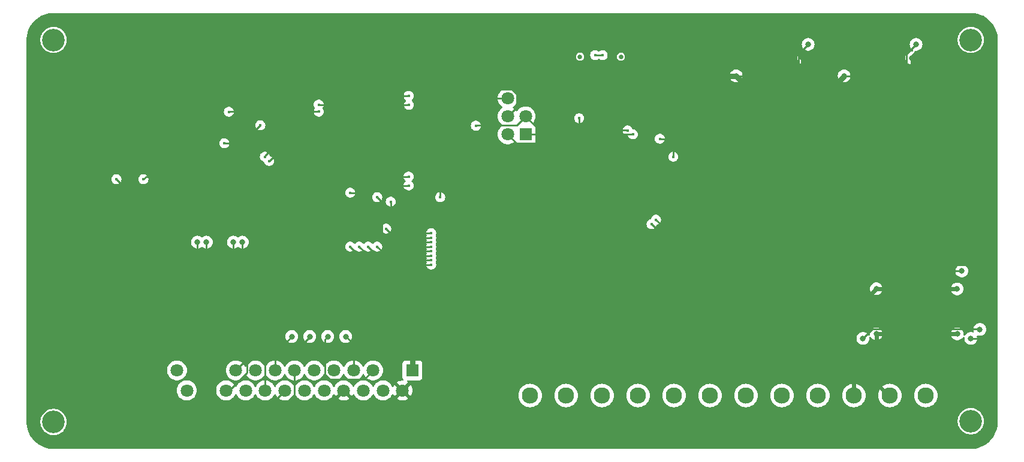
<source format=gbr>
%TF.GenerationSoftware,KiCad,Pcbnew,8.0.6*%
%TF.CreationDate,2024-11-14T14:16:55+01:00*%
%TF.ProjectId,VCU2.0,56435532-2e30-42e6-9b69-6361645f7063,rev?*%
%TF.SameCoordinates,Original*%
%TF.FileFunction,Copper,L3,Inr*%
%TF.FilePolarity,Positive*%
%FSLAX46Y46*%
G04 Gerber Fmt 4.6, Leading zero omitted, Abs format (unit mm)*
G04 Created by KiCad (PCBNEW 8.0.6) date 2024-11-14 14:16:55*
%MOMM*%
%LPD*%
G01*
G04 APERTURE LIST*
%TA.AperFunction,ComponentPad*%
%ADD10C,2.300000*%
%TD*%
%TA.AperFunction,ComponentPad*%
%ADD11C,5.000000*%
%TD*%
%TA.AperFunction,ComponentPad*%
%ADD12C,1.800000*%
%TD*%
%TA.AperFunction,ComponentPad*%
%ADD13R,1.800000X1.800000*%
%TD*%
%TA.AperFunction,ComponentPad*%
%ADD14O,1.000000X1.700000*%
%TD*%
%TA.AperFunction,ViaPad*%
%ADD15C,0.400000*%
%TD*%
%TA.AperFunction,ViaPad*%
%ADD16C,0.800000*%
%TD*%
%TA.AperFunction,Conductor*%
%ADD17C,0.250000*%
%TD*%
%TA.AperFunction,Conductor*%
%ADD18C,0.600000*%
%TD*%
%ADD19C,3.200000*%
%ADD20C,2.300000*%
%ADD21C,5.000000*%
%ADD22C,1.800000*%
%ADD23R,1.800000X1.800000*%
%ADD24C,0.649987*%
%ADD25O,1.000000X1.700000*%
%TA.AperFunction,Conductor*%
%ADD26C,0.800000*%
%TD*%
G04 APERTURE END LIST*
D10*
%TO.N,/Connector/PWO0*%
%TO.C,U504*%
X142239990Y-160731988D03*
%TO.N,/Connector/PWO1*%
X147320000Y-160731988D03*
%TO.N,+12P*%
X152400010Y-160731988D03*
%TD*%
%TO.N,/Connector/LPWO6*%
%TO.C,U503*%
X126999990Y-160731988D03*
%TO.N,/Connector/LPWO7*%
X132080000Y-160731988D03*
%TO.N,+12P*%
X137160010Y-160731988D03*
%TD*%
%TO.N,/Connector/LPWO3*%
%TO.C,U502*%
X111759990Y-160731988D03*
%TO.N,/Connector/LPWO4*%
X116840000Y-160731988D03*
%TO.N,/Connector/LPWO5*%
X121920010Y-160731988D03*
%TD*%
%TO.N,/Connector/LPWO0*%
%TO.C,U501*%
X96519990Y-160731988D03*
%TO.N,/Connector/LPWO1*%
X101600000Y-160731988D03*
%TO.N,/Connector/LPWO2*%
X106680010Y-160731988D03*
%TD*%
D11*
%TO.N,GND*%
%TO.C,U505*%
X39745136Y-158600137D03*
X86785014Y-158600137D03*
D12*
%TO.N,+3.3V*%
X78500026Y-160020000D03*
%TO.N,/Connector/SDA*%
X75730150Y-160020000D03*
%TO.N,/Connector/SCL*%
X72960021Y-160020000D03*
%TO.N,+5V*%
X70190145Y-160020000D03*
%TO.N,unconnected-(U505-Pad18)*%
X67420016Y-160020000D03*
%TO.N,unconnected-(U505-Pad19)*%
X64650140Y-160020000D03*
%TO.N,/Connector/A1*%
X61880011Y-160020000D03*
%TO.N,/Connector/A3*%
X59110135Y-160020000D03*
%TO.N,/Connector/P2H*%
X56340006Y-160020000D03*
%TO.N,/Connector/P4H*%
X53570130Y-160020000D03*
%TO.N,GND*%
X50800000Y-160020000D03*
%TO.N,/Connector/CAN_H*%
X48030125Y-160020000D03*
D13*
%TO.N,+12V*%
X79885091Y-157180020D03*
D12*
%TO.N,GND*%
X77114961Y-157180020D03*
%TO.N,/Connector/P5H*%
X74345086Y-157180020D03*
%TO.N,/Connector/P6H*%
X71574956Y-157180020D03*
%TO.N,/Connector/P7H*%
X68805080Y-157180020D03*
%TO.N,unconnected-(U505-Pad6)*%
X66035205Y-157180020D03*
%TO.N,/Connector/A0*%
X63265075Y-157180020D03*
%TO.N,/Connector/A2*%
X60494946Y-157180020D03*
%TO.N,/Connector/P1H*%
X57725070Y-157180020D03*
%TO.N,/Connector/P3H*%
X54954941Y-157180020D03*
%TO.N,GND*%
X52185065Y-157180020D03*
X49415190Y-157180020D03*
%TO.N,/Connector/CAN_L*%
X46645060Y-157180020D03*
%TD*%
D14*
%TO.N,GND*%
%TO.C,U305*%
X102134924Y-109220000D03*
X110774904Y-109220000D03*
%TD*%
D12*
%TO.N,/esp32S3/BOOT*%
%TO.C,H301*%
X93344997Y-118744995D03*
%TO.N,GND*%
X95885003Y-118744995D03*
%TO.N,/esp32S3/EN*%
X93344997Y-121285000D03*
%TO.N,/esp32S3/RX*%
X95885003Y-121285000D03*
%TO.N,/esp32S3/TX*%
X93344997Y-123825005D03*
D13*
%TO.N,VBUS*%
X95885003Y-123825005D03*
%TD*%
D15*
%TO.N,GND*%
X61595000Y-150495000D03*
X61595000Y-151130000D03*
X61595000Y-152400000D03*
X61595000Y-151765000D03*
X60960000Y-150495000D03*
X60960000Y-151130000D03*
X60960000Y-152400000D03*
X60960000Y-151765000D03*
X60325000Y-150495000D03*
X60325000Y-151130000D03*
X60325000Y-152400000D03*
X60325000Y-151765000D03*
X70485000Y-154305000D03*
X69850000Y-154305000D03*
X68580000Y-154305000D03*
X69215000Y-154305000D03*
X66675000Y-154940000D03*
X66040000Y-154940000D03*
X64770000Y-154940000D03*
X65405000Y-154940000D03*
X66040000Y-154305000D03*
X64770000Y-154305000D03*
X65405000Y-154305000D03*
X66675000Y-154305000D03*
X153035000Y-135255000D03*
X153670000Y-135255000D03*
X157480000Y-135255000D03*
X158115000Y-135255000D03*
X156210000Y-135255000D03*
X154305000Y-135255000D03*
X158750000Y-135255000D03*
X154940000Y-135255000D03*
X155575000Y-135255000D03*
X156845000Y-135255000D03*
X153035000Y-134620000D03*
X153670000Y-134620000D03*
X157480000Y-134620000D03*
X158115000Y-134620000D03*
X156210000Y-134620000D03*
X154305000Y-134620000D03*
X158750000Y-134620000D03*
X154940000Y-134620000D03*
X155575000Y-134620000D03*
X156845000Y-134620000D03*
X153035000Y-135890000D03*
X153670000Y-135890000D03*
X157480000Y-135890000D03*
X158115000Y-135890000D03*
X156210000Y-135890000D03*
X154305000Y-135890000D03*
X158750000Y-135890000D03*
X154940000Y-135890000D03*
X155575000Y-135890000D03*
X156845000Y-135890000D03*
X153035000Y-136525000D03*
X153670000Y-136525000D03*
X157480000Y-136525000D03*
X158115000Y-136525000D03*
X156210000Y-136525000D03*
X154305000Y-136525000D03*
X158750000Y-136525000D03*
X154940000Y-136525000D03*
X155575000Y-136525000D03*
X156845000Y-136525000D03*
X136509329Y-139679032D03*
X137144329Y-139679032D03*
X140954329Y-139679032D03*
X141589329Y-139679032D03*
X139684329Y-139679032D03*
X137779329Y-139679032D03*
X142224329Y-139679032D03*
X138414329Y-139679032D03*
X139049329Y-139679032D03*
X140319329Y-139679032D03*
X136525000Y-140335000D03*
X137160000Y-140335000D03*
X140970000Y-140335000D03*
X141605000Y-140335000D03*
X139700000Y-140335000D03*
X137795000Y-140335000D03*
X142240000Y-140335000D03*
X138430000Y-140335000D03*
X139065000Y-140335000D03*
X140335000Y-140335000D03*
X136525000Y-140970000D03*
X137160000Y-140970000D03*
X140970000Y-140970000D03*
X141605000Y-140970000D03*
X139700000Y-140970000D03*
X137795000Y-140970000D03*
X142240000Y-140970000D03*
X138430000Y-140970000D03*
X139065000Y-140970000D03*
X140335000Y-140970000D03*
X85090000Y-150495000D03*
X85725000Y-150495000D03*
X89535000Y-150495000D03*
X90170000Y-150495000D03*
X88265000Y-150495000D03*
X86360000Y-150495000D03*
X90805000Y-150495000D03*
X86995000Y-150495000D03*
X87630000Y-150495000D03*
X88900000Y-150495000D03*
X85090000Y-151130000D03*
X85725000Y-151130000D03*
X89535000Y-151130000D03*
X90170000Y-151130000D03*
X88265000Y-151130000D03*
X86360000Y-151130000D03*
X90805000Y-151130000D03*
X86995000Y-151130000D03*
X87630000Y-151130000D03*
X88900000Y-151130000D03*
X85090000Y-151765000D03*
X85725000Y-151765000D03*
X89535000Y-151765000D03*
X90170000Y-151765000D03*
X88265000Y-151765000D03*
X86360000Y-151765000D03*
X90805000Y-151765000D03*
X86995000Y-151765000D03*
X87630000Y-151765000D03*
X88900000Y-151765000D03*
X85090000Y-152400000D03*
X85725000Y-152400000D03*
X89535000Y-152400000D03*
X90170000Y-152400000D03*
X88265000Y-152400000D03*
X86360000Y-152400000D03*
X90805000Y-152400000D03*
X86995000Y-152400000D03*
X87630000Y-152400000D03*
X88900000Y-152400000D03*
X53975000Y-165735000D03*
X54610000Y-165735000D03*
X58420000Y-165735000D03*
X59055000Y-165735000D03*
X57150000Y-165735000D03*
X55245000Y-165735000D03*
X59690000Y-165735000D03*
X55880000Y-165735000D03*
X56515000Y-165735000D03*
X57785000Y-165735000D03*
X53975000Y-165100000D03*
X54610000Y-165100000D03*
X58420000Y-165100000D03*
X59055000Y-165100000D03*
X57150000Y-165100000D03*
X55245000Y-165100000D03*
X59690000Y-165100000D03*
X55880000Y-165100000D03*
X56515000Y-165100000D03*
X57785000Y-165100000D03*
X53975000Y-164465000D03*
X54610000Y-164465000D03*
X58420000Y-164465000D03*
X59055000Y-164465000D03*
X57150000Y-164465000D03*
X55245000Y-164465000D03*
X59690000Y-164465000D03*
X55880000Y-164465000D03*
X56515000Y-164465000D03*
X57785000Y-164465000D03*
X43815000Y-107950000D03*
X44450000Y-107950000D03*
X48260000Y-107950000D03*
X48895000Y-107950000D03*
X46990000Y-107950000D03*
X45085000Y-107950000D03*
X49530000Y-107950000D03*
X45720000Y-107950000D03*
X46355000Y-107950000D03*
X47625000Y-107950000D03*
X43815000Y-107315000D03*
X44450000Y-107315000D03*
X48260000Y-107315000D03*
X48895000Y-107315000D03*
X46990000Y-107315000D03*
X45085000Y-107315000D03*
X49530000Y-107315000D03*
X45720000Y-107315000D03*
X46355000Y-107315000D03*
X47625000Y-107315000D03*
X107315000Y-147955000D03*
X106680000Y-147955000D03*
X106045000Y-147955000D03*
X105410000Y-147955000D03*
X104775000Y-147955000D03*
X104140000Y-147955000D03*
X103505000Y-147955000D03*
X102870000Y-147955000D03*
X102235000Y-147955000D03*
X101600000Y-147955000D03*
%TO.N,VBUS*%
X103447717Y-121560503D03*
%TO.N,GND*%
X57785000Y-141605000D03*
X57785000Y-142240000D03*
%TO.N,/esp32S3/EN*%
X66661912Y-119637171D03*
%TO.N,+5V*%
X34925000Y-125095000D03*
X34290000Y-129540000D03*
X38735000Y-142875000D03*
X142875000Y-135890000D03*
X142875000Y-134620000D03*
X142875000Y-133985000D03*
X142875000Y-136525000D03*
X142875000Y-135255000D03*
X142240000Y-135890000D03*
X142240000Y-134620000D03*
X142240000Y-133985000D03*
X142240000Y-136525000D03*
X142240000Y-135255000D03*
X141605000Y-135890000D03*
X141605000Y-134620000D03*
X141605000Y-133985000D03*
X141605000Y-136525000D03*
X141605000Y-135255000D03*
X140970000Y-135890000D03*
X140970000Y-134620000D03*
X140970000Y-133985000D03*
X140970000Y-136525000D03*
X140970000Y-135255000D03*
X140335000Y-135890000D03*
X140335000Y-134620000D03*
X140335000Y-133985000D03*
X140335000Y-136525000D03*
X140335000Y-135255000D03*
X139700000Y-135890000D03*
X139700000Y-134620000D03*
X139700000Y-133985000D03*
X139700000Y-136525000D03*
X139700000Y-135255000D03*
%TO.N,+3.3V*%
X127635000Y-135890000D03*
X127635000Y-134620000D03*
X127635000Y-133985000D03*
X127635000Y-136525000D03*
X127635000Y-135255000D03*
X127000000Y-135890000D03*
X127000000Y-134620000D03*
X127000000Y-133985000D03*
X127000000Y-136525000D03*
X127000000Y-135255000D03*
X126365000Y-135890000D03*
X126365000Y-134620000D03*
X126365000Y-133985000D03*
X126365000Y-136525000D03*
X126365000Y-135255000D03*
X125730000Y-135890000D03*
X125730000Y-134620000D03*
X125730000Y-133985000D03*
X125730000Y-136525000D03*
X125730000Y-135255000D03*
X125095000Y-135890000D03*
X125095000Y-134620000D03*
X125095000Y-133985000D03*
X125095000Y-136525000D03*
X125095000Y-135255000D03*
X124460000Y-135890000D03*
X124460000Y-134620000D03*
X124460000Y-133985000D03*
X124460000Y-136525000D03*
X124460000Y-135255000D03*
X53975000Y-133985000D03*
X55560261Y-127642072D03*
X52070000Y-123190000D03*
X56515000Y-118745000D03*
X56515000Y-118110000D03*
X56515000Y-117475000D03*
X56515000Y-116840000D03*
X85090000Y-112395000D03*
X85090000Y-111760000D03*
X85090000Y-111125000D03*
X85090000Y-110490000D03*
X85090000Y-109855000D03*
X94615000Y-111125000D03*
%TO.N,/esp32S3/BOOT*%
X83820000Y-132715000D03*
%TO.N,/PowerMGMT/PWI1*%
X114300000Y-135890000D03*
%TO.N,/PowerMGMT/PWI0*%
X113665000Y-136525000D03*
%TO.N,/PowerMGMT/LPWI7*%
X82550000Y-137795000D03*
X76835000Y-133350000D03*
%TO.N,/PowerMGMT/LPWI6*%
X76200000Y-137160000D03*
X82550000Y-138430000D03*
X82550000Y-138430000D03*
%TO.N,/PowerMGMT/LPWI4*%
X82550000Y-139700000D03*
%TO.N,/PowerMGMT/LPWI5*%
X82550000Y-139065000D03*
X74930000Y-132715000D03*
%TO.N,/PowerMGMT/LPWI4*%
X71120000Y-132080000D03*
%TO.N,/PowerMGMT/LPWI0*%
X71120000Y-139700000D03*
%TO.N,/PowerMGMT/LPWI1*%
X72390000Y-139700000D03*
%TO.N,/PowerMGMT/LPWI2*%
X73660000Y-139700000D03*
%TO.N,/PowerMGMT/LPWI3*%
X74930000Y-139700000D03*
X82550000Y-140335000D03*
%TO.N,/PowerMGMT/LPWI2*%
X82550000Y-140970000D03*
%TO.N,/PowerMGMT/LPWI1*%
X82550000Y-141605000D03*
%TO.N,/PowerMGMT/LPWI0*%
X82550000Y-142240000D03*
%TO.N,/esp32S3/BOOT*%
X53975000Y-120650000D03*
X66672272Y-120634916D03*
%TO.N,/IO/CAN_CS*%
X38100000Y-130175000D03*
%TO.N,/IO/CAN_IN*%
X41910000Y-130175000D03*
X79356522Y-129793140D03*
%TO.N,/IO/CAN_CS*%
X79356522Y-131068059D03*
%TO.N,/Connector/SCL*%
X79398548Y-119672028D03*
%TO.N,/Connector/SDA*%
X79367150Y-118392578D03*
%TO.N,/Connector/SCL*%
X59653015Y-127598015D03*
%TO.N,/Connector/SDA*%
X59055000Y-127000000D03*
%TO.N,/IO/MISO*%
X58420000Y-122555000D03*
X53340000Y-125095000D03*
D16*
%TO.N,GND*%
X149121869Y-115570000D03*
X148486869Y-113030000D03*
X145311869Y-113030000D03*
%TO.N,+5V*%
X139582712Y-120007241D03*
X139582712Y-112387241D03*
X144676869Y-132080000D03*
X150391869Y-113030000D03*
%TO.N,+12V*%
X140866869Y-115570000D03*
X151026869Y-111125000D03*
%TO.N,GND*%
X133246869Y-113030000D03*
X133881869Y-115570000D03*
X130071869Y-113030000D03*
%TO.N,+12V*%
X135786869Y-111125000D03*
X125626869Y-115570000D03*
%TO.N,+3.3V*%
X135151869Y-113030000D03*
X129436869Y-132080000D03*
X124356869Y-112395000D03*
X124356869Y-120015000D03*
D15*
%TO.N,/esp32S3/RX*%
X88846268Y-122608732D03*
X110289919Y-123290005D03*
%TO.N,/esp32S3/TX*%
X111024924Y-123825000D03*
%TO.N,Net-(U304-B)*%
X116739924Y-127000000D03*
X114834924Y-124460000D03*
%TO.N,Net-(U303-D+)*%
X106756060Y-112641139D03*
X105704850Y-112641139D03*
D16*
%TO.N,/Connector/A2*%
X55880000Y-139065000D03*
%TO.N,/Connector/A3*%
X54610000Y-139065000D03*
%TO.N,/Connector/A1*%
X50800000Y-139065000D03*
%TO.N,/Connector/A0*%
X49530000Y-139065000D03*
%TO.N,/Connector/P6H*%
X70485000Y-152400000D03*
%TO.N,/Connector/P5H*%
X67945000Y-152400000D03*
%TO.N,/Connector/P4H*%
X65405000Y-152400000D03*
%TO.N,/Connector/P3H*%
X62865000Y-152400000D03*
%TO.N,Net-(IC604-DIA_EN)*%
X143510000Y-152667000D03*
X160020000Y-151397000D03*
%TO.N,/PowerMGMT/PWI1*%
X158750000Y-152667000D03*
%TO.N,/PowerMGMT/PWI0*%
X157480000Y-143142000D03*
%TO.N,/Connector/PWO0*%
X156825511Y-145678278D03*
X145414737Y-145646483D03*
%TO.N,/Connector/PWO1*%
X156845000Y-152032000D03*
X145415000Y-152032000D03*
%TD*%
D17*
%TO.N,GND*%
X57785000Y-142240000D02*
X57785000Y-141605000D01*
X59055000Y-140335000D02*
X59055000Y-138430000D01*
X57785000Y-141605000D02*
X59055000Y-140335000D01*
%TD*%
%TA.AperFunction,Conductor*%
%TO.N,GND*%
G36*
X158750840Y-106680010D02*
G01*
X158943856Y-106682536D01*
X158955172Y-106683203D01*
X159339967Y-106723646D01*
X159352783Y-106725676D01*
X159730419Y-106805945D01*
X159742954Y-106809304D01*
X160110136Y-106928609D01*
X160122253Y-106933260D01*
X160474964Y-107090297D01*
X160486514Y-107096182D01*
X160820872Y-107289223D01*
X160831753Y-107296289D01*
X161144101Y-107523224D01*
X161154187Y-107531392D01*
X161441096Y-107789725D01*
X161450274Y-107798903D01*
X161708607Y-108085812D01*
X161716775Y-108095898D01*
X161943710Y-108408246D01*
X161950779Y-108419132D01*
X162143813Y-108753478D01*
X162149706Y-108765043D01*
X162306739Y-109117746D01*
X162311390Y-109129863D01*
X162430695Y-109497045D01*
X162434054Y-109509582D01*
X162514322Y-109887214D01*
X162516353Y-109900034D01*
X162556795Y-110284815D01*
X162557463Y-110296153D01*
X162559989Y-110489158D01*
X162560000Y-110490781D01*
X162560000Y-164464218D01*
X162559989Y-164465841D01*
X162557463Y-164658846D01*
X162556795Y-164670184D01*
X162516353Y-165054965D01*
X162514322Y-165067785D01*
X162434054Y-165445417D01*
X162430695Y-165457954D01*
X162311390Y-165825136D01*
X162306739Y-165837253D01*
X162149706Y-166189956D01*
X162143813Y-166201521D01*
X161950779Y-166535867D01*
X161943710Y-166546753D01*
X161716775Y-166859101D01*
X161708607Y-166869187D01*
X161450274Y-167156096D01*
X161441096Y-167165274D01*
X161154187Y-167423607D01*
X161144101Y-167431775D01*
X160831753Y-167658710D01*
X160820867Y-167665779D01*
X160486521Y-167858813D01*
X160474956Y-167864706D01*
X160122253Y-168021739D01*
X160110136Y-168026390D01*
X159742954Y-168145695D01*
X159730417Y-168149054D01*
X159352785Y-168229322D01*
X159339965Y-168231353D01*
X158955184Y-168271795D01*
X158943846Y-168272463D01*
X158757914Y-168274896D01*
X158750839Y-168274989D01*
X158749219Y-168275000D01*
X29210781Y-168275000D01*
X29209160Y-168274989D01*
X29201890Y-168274893D01*
X29016153Y-168272463D01*
X29004815Y-168271795D01*
X28620034Y-168231353D01*
X28607214Y-168229322D01*
X28229582Y-168149054D01*
X28217045Y-168145695D01*
X27849863Y-168026390D01*
X27837746Y-168021739D01*
X27485043Y-167864706D01*
X27473478Y-167858813D01*
X27139132Y-167665779D01*
X27128246Y-167658710D01*
X26815898Y-167431775D01*
X26805812Y-167423607D01*
X26518903Y-167165274D01*
X26509725Y-167156096D01*
X26251392Y-166869187D01*
X26243224Y-166859101D01*
X26016289Y-166546753D01*
X26009220Y-166535867D01*
X25863712Y-166283838D01*
X25816182Y-166201514D01*
X25810297Y-166189964D01*
X25653260Y-165837253D01*
X25648609Y-165825136D01*
X25529304Y-165457954D01*
X25525945Y-165445417D01*
X25445677Y-165067785D01*
X25443646Y-165054965D01*
X25433781Y-164961104D01*
X25403203Y-164670172D01*
X25402536Y-164658856D01*
X25400011Y-164465840D01*
X25400000Y-164464218D01*
X25400000Y-164343711D01*
X27359500Y-164343711D01*
X27359500Y-164586288D01*
X27391161Y-164826785D01*
X27453947Y-165061104D01*
X27546773Y-165285205D01*
X27546776Y-165285212D01*
X27668064Y-165495289D01*
X27668066Y-165495292D01*
X27668067Y-165495293D01*
X27815733Y-165687736D01*
X27815739Y-165687743D01*
X27987256Y-165859260D01*
X27987262Y-165859265D01*
X28179711Y-166006936D01*
X28389788Y-166128224D01*
X28613900Y-166221054D01*
X28848211Y-166283838D01*
X29028586Y-166307584D01*
X29088711Y-166315500D01*
X29088712Y-166315500D01*
X29331289Y-166315500D01*
X29379388Y-166309167D01*
X29571789Y-166283838D01*
X29806100Y-166221054D01*
X30030212Y-166128224D01*
X30240289Y-166006936D01*
X30432738Y-165859265D01*
X30604265Y-165687738D01*
X30751936Y-165495289D01*
X30873224Y-165285212D01*
X30966054Y-165061100D01*
X31028838Y-164826789D01*
X31060500Y-164586288D01*
X31060500Y-164343712D01*
X31047335Y-164243711D01*
X156899500Y-164243711D01*
X156899500Y-164486288D01*
X156931161Y-164726785D01*
X156993947Y-164961104D01*
X157032826Y-165054965D01*
X157086776Y-165185212D01*
X157208064Y-165395289D01*
X157208066Y-165395292D01*
X157208067Y-165395293D01*
X157355733Y-165587736D01*
X157355739Y-165587743D01*
X157527256Y-165759260D01*
X157527262Y-165759265D01*
X157719711Y-165906936D01*
X157929788Y-166028224D01*
X158153900Y-166121054D01*
X158388211Y-166183838D01*
X158568586Y-166207584D01*
X158628711Y-166215500D01*
X158628712Y-166215500D01*
X158871289Y-166215500D01*
X158919388Y-166209167D01*
X159111789Y-166183838D01*
X159346100Y-166121054D01*
X159570212Y-166028224D01*
X159780289Y-165906936D01*
X159972738Y-165759265D01*
X160144265Y-165587738D01*
X160291936Y-165395289D01*
X160413224Y-165185212D01*
X160506054Y-164961100D01*
X160568838Y-164726789D01*
X160600500Y-164486288D01*
X160600500Y-164243712D01*
X160568838Y-164003211D01*
X160506054Y-163768900D01*
X160413224Y-163544788D01*
X160291936Y-163334711D01*
X160144265Y-163142262D01*
X160144260Y-163142256D01*
X159972743Y-162970739D01*
X159972736Y-162970733D01*
X159780293Y-162823067D01*
X159780292Y-162823066D01*
X159780289Y-162823064D01*
X159570212Y-162701776D01*
X159570205Y-162701773D01*
X159346104Y-162608947D01*
X159111785Y-162546161D01*
X158871289Y-162514500D01*
X158871288Y-162514500D01*
X158628712Y-162514500D01*
X158628711Y-162514500D01*
X158388214Y-162546161D01*
X158153895Y-162608947D01*
X157929794Y-162701773D01*
X157929785Y-162701777D01*
X157719706Y-162823067D01*
X157527263Y-162970733D01*
X157527256Y-162970739D01*
X157355739Y-163142256D01*
X157355733Y-163142263D01*
X157208067Y-163334706D01*
X157086777Y-163544785D01*
X157086773Y-163544794D01*
X156993947Y-163768895D01*
X156931161Y-164003214D01*
X156899500Y-164243711D01*
X31047335Y-164243711D01*
X31028838Y-164103211D01*
X30966054Y-163868900D01*
X30873224Y-163644788D01*
X30751936Y-163434711D01*
X30691018Y-163355321D01*
X30604266Y-163242263D01*
X30604260Y-163242256D01*
X30432743Y-163070739D01*
X30432736Y-163070733D01*
X30240293Y-162923067D01*
X30240292Y-162923066D01*
X30240289Y-162923064D01*
X30030212Y-162801776D01*
X30030205Y-162801773D01*
X29806104Y-162708947D01*
X29571785Y-162646161D01*
X29331289Y-162614500D01*
X29331288Y-162614500D01*
X29088712Y-162614500D01*
X29088711Y-162614500D01*
X28848214Y-162646161D01*
X28613895Y-162708947D01*
X28389794Y-162801773D01*
X28389785Y-162801777D01*
X28179706Y-162923067D01*
X27987263Y-163070733D01*
X27987256Y-163070739D01*
X27815739Y-163242256D01*
X27815733Y-163242263D01*
X27668067Y-163434706D01*
X27546777Y-163644785D01*
X27546773Y-163644794D01*
X27453947Y-163868895D01*
X27391161Y-164103214D01*
X27359500Y-164343711D01*
X25400000Y-164343711D01*
X25400000Y-160019993D01*
X46624825Y-160019993D01*
X46624825Y-160020006D01*
X46643989Y-160251297D01*
X46643991Y-160251308D01*
X46700967Y-160476300D01*
X46794200Y-160688848D01*
X46921141Y-160883147D01*
X46921144Y-160883151D01*
X46921146Y-160883153D01*
X47078341Y-161053913D01*
X47078344Y-161053915D01*
X47078347Y-161053918D01*
X47261490Y-161196464D01*
X47261496Y-161196468D01*
X47261499Y-161196470D01*
X47465622Y-161306936D01*
X47579612Y-161346068D01*
X47685140Y-161382297D01*
X47685142Y-161382297D01*
X47685144Y-161382298D01*
X47914076Y-161420500D01*
X47914077Y-161420500D01*
X48146173Y-161420500D01*
X48146174Y-161420500D01*
X48375106Y-161382298D01*
X48594628Y-161306936D01*
X48798751Y-161196470D01*
X48981909Y-161053913D01*
X49139104Y-160883153D01*
X49266049Y-160688849D01*
X49359282Y-160476300D01*
X49416259Y-160251305D01*
X49435425Y-160020000D01*
X49435425Y-160019993D01*
X52164830Y-160019993D01*
X52164830Y-160020006D01*
X52183994Y-160251297D01*
X52183996Y-160251308D01*
X52240972Y-160476300D01*
X52334205Y-160688848D01*
X52461146Y-160883147D01*
X52461149Y-160883151D01*
X52461151Y-160883153D01*
X52618346Y-161053913D01*
X52618349Y-161053915D01*
X52618352Y-161053918D01*
X52801495Y-161196464D01*
X52801501Y-161196468D01*
X52801504Y-161196470D01*
X53005627Y-161306936D01*
X53119617Y-161346068D01*
X53225145Y-161382297D01*
X53225147Y-161382297D01*
X53225149Y-161382298D01*
X53454081Y-161420500D01*
X53454082Y-161420500D01*
X53686178Y-161420500D01*
X53686179Y-161420500D01*
X53915111Y-161382298D01*
X54134633Y-161306936D01*
X54338756Y-161196470D01*
X54521914Y-161053913D01*
X54679109Y-160883153D01*
X54806054Y-160688849D01*
X54841512Y-160608012D01*
X54886468Y-160554527D01*
X54953204Y-160533837D01*
X55020532Y-160552512D01*
X55067075Y-160604622D01*
X55068624Y-160608013D01*
X55104081Y-160688848D01*
X55231022Y-160883147D01*
X55231025Y-160883151D01*
X55231027Y-160883153D01*
X55388222Y-161053913D01*
X55388225Y-161053915D01*
X55388228Y-161053918D01*
X55571371Y-161196464D01*
X55571377Y-161196468D01*
X55571380Y-161196470D01*
X55775503Y-161306936D01*
X55889493Y-161346068D01*
X55995021Y-161382297D01*
X55995023Y-161382297D01*
X55995025Y-161382298D01*
X56223957Y-161420500D01*
X56223958Y-161420500D01*
X56456054Y-161420500D01*
X56456055Y-161420500D01*
X56684987Y-161382298D01*
X56904509Y-161306936D01*
X57108632Y-161196470D01*
X57291790Y-161053913D01*
X57448985Y-160883153D01*
X57575930Y-160688849D01*
X57611514Y-160607723D01*
X57656470Y-160554239D01*
X57723205Y-160533549D01*
X57790533Y-160552223D01*
X57837077Y-160604333D01*
X57838626Y-160607724D01*
X57874211Y-160688850D01*
X58001151Y-160883147D01*
X58001154Y-160883151D01*
X58001156Y-160883153D01*
X58158351Y-161053913D01*
X58158354Y-161053915D01*
X58158357Y-161053918D01*
X58341500Y-161196464D01*
X58341506Y-161196468D01*
X58341509Y-161196470D01*
X58545632Y-161306936D01*
X58659622Y-161346068D01*
X58765150Y-161382297D01*
X58765152Y-161382297D01*
X58765154Y-161382298D01*
X58994086Y-161420500D01*
X58994087Y-161420500D01*
X59226183Y-161420500D01*
X59226184Y-161420500D01*
X59455116Y-161382298D01*
X59674638Y-161306936D01*
X59878761Y-161196470D01*
X60061919Y-161053913D01*
X60219114Y-160883153D01*
X60346059Y-160688849D01*
X60381517Y-160608012D01*
X60426473Y-160554527D01*
X60493209Y-160533837D01*
X60560537Y-160552512D01*
X60607080Y-160604622D01*
X60608629Y-160608013D01*
X60644086Y-160688848D01*
X60771027Y-160883147D01*
X60771030Y-160883151D01*
X60771032Y-160883153D01*
X60928227Y-161053913D01*
X60928230Y-161053915D01*
X60928233Y-161053918D01*
X61111376Y-161196464D01*
X61111382Y-161196468D01*
X61111385Y-161196470D01*
X61315508Y-161306936D01*
X61429498Y-161346068D01*
X61535026Y-161382297D01*
X61535028Y-161382297D01*
X61535030Y-161382298D01*
X61763962Y-161420500D01*
X61763963Y-161420500D01*
X61996059Y-161420500D01*
X61996060Y-161420500D01*
X62224992Y-161382298D01*
X62444514Y-161306936D01*
X62648637Y-161196470D01*
X62831795Y-161053913D01*
X62988990Y-160883153D01*
X63115935Y-160688849D01*
X63151519Y-160607723D01*
X63196475Y-160554239D01*
X63263210Y-160533549D01*
X63330538Y-160552223D01*
X63377082Y-160604333D01*
X63378631Y-160607724D01*
X63414216Y-160688850D01*
X63541156Y-160883147D01*
X63541159Y-160883151D01*
X63541161Y-160883153D01*
X63698356Y-161053913D01*
X63698359Y-161053915D01*
X63698362Y-161053918D01*
X63881505Y-161196464D01*
X63881511Y-161196468D01*
X63881514Y-161196470D01*
X64085637Y-161306936D01*
X64199627Y-161346068D01*
X64305155Y-161382297D01*
X64305157Y-161382297D01*
X64305159Y-161382298D01*
X64534091Y-161420500D01*
X64534092Y-161420500D01*
X64766188Y-161420500D01*
X64766189Y-161420500D01*
X64995121Y-161382298D01*
X65214643Y-161306936D01*
X65418766Y-161196470D01*
X65601924Y-161053913D01*
X65759119Y-160883153D01*
X65886064Y-160688849D01*
X65921522Y-160608012D01*
X65966478Y-160554527D01*
X66033214Y-160533837D01*
X66100542Y-160552512D01*
X66147085Y-160604622D01*
X66148634Y-160608013D01*
X66184091Y-160688848D01*
X66311032Y-160883147D01*
X66311035Y-160883151D01*
X66311037Y-160883153D01*
X66468232Y-161053913D01*
X66468235Y-161053915D01*
X66468238Y-161053918D01*
X66651381Y-161196464D01*
X66651387Y-161196468D01*
X66651390Y-161196470D01*
X66855513Y-161306936D01*
X66969503Y-161346068D01*
X67075031Y-161382297D01*
X67075033Y-161382297D01*
X67075035Y-161382298D01*
X67303967Y-161420500D01*
X67303968Y-161420500D01*
X67536064Y-161420500D01*
X67536065Y-161420500D01*
X67764997Y-161382298D01*
X67984519Y-161306936D01*
X68188642Y-161196470D01*
X68371800Y-161053913D01*
X68528995Y-160883153D01*
X68655940Y-160688849D01*
X68691524Y-160607723D01*
X68736480Y-160554239D01*
X68803215Y-160533549D01*
X68870543Y-160552223D01*
X68917087Y-160604333D01*
X68918636Y-160607724D01*
X68954221Y-160688850D01*
X69081161Y-160883147D01*
X69081164Y-160883151D01*
X69081166Y-160883153D01*
X69238361Y-161053913D01*
X69238364Y-161053915D01*
X69238367Y-161053918D01*
X69421510Y-161196464D01*
X69421516Y-161196468D01*
X69421519Y-161196470D01*
X69625642Y-161306936D01*
X69739632Y-161346068D01*
X69845160Y-161382297D01*
X69845162Y-161382297D01*
X69845164Y-161382298D01*
X70074096Y-161420500D01*
X70074097Y-161420500D01*
X70306193Y-161420500D01*
X70306194Y-161420500D01*
X70535126Y-161382298D01*
X70754648Y-161306936D01*
X70958771Y-161196470D01*
X71141929Y-161053913D01*
X71299124Y-160883153D01*
X71426069Y-160688849D01*
X71461527Y-160608012D01*
X71506483Y-160554527D01*
X71573219Y-160533837D01*
X71640547Y-160552512D01*
X71687090Y-160604622D01*
X71688639Y-160608013D01*
X71724096Y-160688848D01*
X71851037Y-160883147D01*
X71851040Y-160883151D01*
X71851042Y-160883153D01*
X72008237Y-161053913D01*
X72008240Y-161053915D01*
X72008243Y-161053918D01*
X72191386Y-161196464D01*
X72191392Y-161196468D01*
X72191395Y-161196470D01*
X72395518Y-161306936D01*
X72509508Y-161346068D01*
X72615036Y-161382297D01*
X72615038Y-161382297D01*
X72615040Y-161382298D01*
X72843972Y-161420500D01*
X72843973Y-161420500D01*
X73076069Y-161420500D01*
X73076070Y-161420500D01*
X73305002Y-161382298D01*
X73524524Y-161306936D01*
X73728647Y-161196470D01*
X73911805Y-161053913D01*
X74069000Y-160883153D01*
X74195945Y-160688849D01*
X74231529Y-160607723D01*
X74276485Y-160554239D01*
X74343220Y-160533549D01*
X74410548Y-160552223D01*
X74457092Y-160604333D01*
X74458641Y-160607724D01*
X74494226Y-160688850D01*
X74621166Y-160883147D01*
X74621169Y-160883151D01*
X74621171Y-160883153D01*
X74778366Y-161053913D01*
X74778369Y-161053915D01*
X74778372Y-161053918D01*
X74961515Y-161196464D01*
X74961521Y-161196468D01*
X74961524Y-161196470D01*
X75165647Y-161306936D01*
X75279637Y-161346068D01*
X75385165Y-161382297D01*
X75385167Y-161382297D01*
X75385169Y-161382298D01*
X75614101Y-161420500D01*
X75614102Y-161420500D01*
X75846198Y-161420500D01*
X75846199Y-161420500D01*
X76075131Y-161382298D01*
X76294653Y-161306936D01*
X76498776Y-161196470D01*
X76681934Y-161053913D01*
X76839129Y-160883153D01*
X76966074Y-160688849D01*
X77001532Y-160608012D01*
X77046488Y-160554527D01*
X77113224Y-160533837D01*
X77180552Y-160552512D01*
X77227095Y-160604622D01*
X77228644Y-160608013D01*
X77264101Y-160688848D01*
X77391042Y-160883147D01*
X77391045Y-160883151D01*
X77391047Y-160883153D01*
X77548242Y-161053913D01*
X77548245Y-161053915D01*
X77548248Y-161053918D01*
X77731391Y-161196464D01*
X77731397Y-161196468D01*
X77731400Y-161196470D01*
X77935523Y-161306936D01*
X78049513Y-161346068D01*
X78155041Y-161382297D01*
X78155043Y-161382297D01*
X78155045Y-161382298D01*
X78383977Y-161420500D01*
X78383978Y-161420500D01*
X78616074Y-161420500D01*
X78616075Y-161420500D01*
X78845007Y-161382298D01*
X79064529Y-161306936D01*
X79268652Y-161196470D01*
X79451810Y-161053913D01*
X79609005Y-160883153D01*
X79707766Y-160731988D01*
X94864386Y-160731988D01*
X94884768Y-160990978D01*
X94945417Y-161243598D01*
X95044833Y-161483611D01*
X95044835Y-161483615D01*
X95044836Y-161483616D01*
X95180578Y-161705128D01*
X95349301Y-161902677D01*
X95546850Y-162071400D01*
X95768362Y-162207142D01*
X95768364Y-162207142D01*
X95768366Y-162207144D01*
X95829683Y-162232542D01*
X96008380Y-162306561D01*
X96260996Y-162367209D01*
X96519990Y-162387592D01*
X96778984Y-162367209D01*
X97031600Y-162306561D01*
X97271618Y-162207142D01*
X97493130Y-162071400D01*
X97690679Y-161902677D01*
X97859402Y-161705128D01*
X97995144Y-161483616D01*
X98094563Y-161243598D01*
X98155211Y-160990982D01*
X98175594Y-160731988D01*
X99944396Y-160731988D01*
X99964778Y-160990978D01*
X100025427Y-161243598D01*
X100124843Y-161483611D01*
X100124845Y-161483615D01*
X100124846Y-161483616D01*
X100260588Y-161705128D01*
X100429311Y-161902677D01*
X100626860Y-162071400D01*
X100848372Y-162207142D01*
X100848374Y-162207142D01*
X100848376Y-162207144D01*
X100909693Y-162232542D01*
X101088390Y-162306561D01*
X101341006Y-162367209D01*
X101600000Y-162387592D01*
X101858994Y-162367209D01*
X102111610Y-162306561D01*
X102351628Y-162207142D01*
X102573140Y-162071400D01*
X102770689Y-161902677D01*
X102939412Y-161705128D01*
X103075154Y-161483616D01*
X103174573Y-161243598D01*
X103235221Y-160990982D01*
X103255604Y-160731988D01*
X105024406Y-160731988D01*
X105044788Y-160990978D01*
X105105437Y-161243598D01*
X105204853Y-161483611D01*
X105204855Y-161483615D01*
X105204856Y-161483616D01*
X105340598Y-161705128D01*
X105509321Y-161902677D01*
X105706870Y-162071400D01*
X105928382Y-162207142D01*
X105928384Y-162207142D01*
X105928386Y-162207144D01*
X105989703Y-162232542D01*
X106168400Y-162306561D01*
X106421016Y-162367209D01*
X106680010Y-162387592D01*
X106939004Y-162367209D01*
X107191620Y-162306561D01*
X107431638Y-162207142D01*
X107653150Y-162071400D01*
X107850699Y-161902677D01*
X108019422Y-161705128D01*
X108155164Y-161483616D01*
X108254583Y-161243598D01*
X108315231Y-160990982D01*
X108335614Y-160731988D01*
X110104386Y-160731988D01*
X110124768Y-160990978D01*
X110185417Y-161243598D01*
X110284833Y-161483611D01*
X110284835Y-161483615D01*
X110284836Y-161483616D01*
X110420578Y-161705128D01*
X110589301Y-161902677D01*
X110786850Y-162071400D01*
X111008362Y-162207142D01*
X111008364Y-162207142D01*
X111008366Y-162207144D01*
X111069683Y-162232542D01*
X111248380Y-162306561D01*
X111500996Y-162367209D01*
X111759990Y-162387592D01*
X112018984Y-162367209D01*
X112271600Y-162306561D01*
X112511618Y-162207142D01*
X112733130Y-162071400D01*
X112930679Y-161902677D01*
X113099402Y-161705128D01*
X113235144Y-161483616D01*
X113334563Y-161243598D01*
X113395211Y-160990982D01*
X113415594Y-160731988D01*
X115184396Y-160731988D01*
X115204778Y-160990978D01*
X115265427Y-161243598D01*
X115364843Y-161483611D01*
X115364845Y-161483615D01*
X115364846Y-161483616D01*
X115500588Y-161705128D01*
X115669311Y-161902677D01*
X115866860Y-162071400D01*
X116088372Y-162207142D01*
X116088374Y-162207142D01*
X116088376Y-162207144D01*
X116149693Y-162232542D01*
X116328390Y-162306561D01*
X116581006Y-162367209D01*
X116840000Y-162387592D01*
X117098994Y-162367209D01*
X117351610Y-162306561D01*
X117591628Y-162207142D01*
X117813140Y-162071400D01*
X118010689Y-161902677D01*
X118179412Y-161705128D01*
X118315154Y-161483616D01*
X118414573Y-161243598D01*
X118475221Y-160990982D01*
X118495604Y-160731988D01*
X120264406Y-160731988D01*
X120284788Y-160990978D01*
X120345437Y-161243598D01*
X120444853Y-161483611D01*
X120444855Y-161483615D01*
X120444856Y-161483616D01*
X120580598Y-161705128D01*
X120749321Y-161902677D01*
X120946870Y-162071400D01*
X121168382Y-162207142D01*
X121168384Y-162207142D01*
X121168386Y-162207144D01*
X121229703Y-162232542D01*
X121408400Y-162306561D01*
X121661016Y-162367209D01*
X121920010Y-162387592D01*
X122179004Y-162367209D01*
X122431620Y-162306561D01*
X122671638Y-162207142D01*
X122893150Y-162071400D01*
X123090699Y-161902677D01*
X123259422Y-161705128D01*
X123395164Y-161483616D01*
X123494583Y-161243598D01*
X123555231Y-160990982D01*
X123575614Y-160731988D01*
X125344386Y-160731988D01*
X125364768Y-160990978D01*
X125425417Y-161243598D01*
X125524833Y-161483611D01*
X125524835Y-161483615D01*
X125524836Y-161483616D01*
X125660578Y-161705128D01*
X125829301Y-161902677D01*
X126026850Y-162071400D01*
X126248362Y-162207142D01*
X126248364Y-162207142D01*
X126248366Y-162207144D01*
X126309683Y-162232542D01*
X126488380Y-162306561D01*
X126740996Y-162367209D01*
X126999990Y-162387592D01*
X127258984Y-162367209D01*
X127511600Y-162306561D01*
X127751618Y-162207142D01*
X127973130Y-162071400D01*
X128170679Y-161902677D01*
X128339402Y-161705128D01*
X128475144Y-161483616D01*
X128574563Y-161243598D01*
X128635211Y-160990982D01*
X128655594Y-160731988D01*
X130424396Y-160731988D01*
X130444778Y-160990978D01*
X130505427Y-161243598D01*
X130604843Y-161483611D01*
X130604845Y-161483615D01*
X130604846Y-161483616D01*
X130740588Y-161705128D01*
X130909311Y-161902677D01*
X131106860Y-162071400D01*
X131328372Y-162207142D01*
X131328374Y-162207142D01*
X131328376Y-162207144D01*
X131389693Y-162232542D01*
X131568390Y-162306561D01*
X131821006Y-162367209D01*
X132080000Y-162387592D01*
X132338994Y-162367209D01*
X132591610Y-162306561D01*
X132831628Y-162207142D01*
X133053140Y-162071400D01*
X133250689Y-161902677D01*
X133419412Y-161705128D01*
X133555154Y-161483616D01*
X133654573Y-161243598D01*
X133715221Y-160990982D01*
X133735604Y-160731988D01*
X135504406Y-160731988D01*
X135524788Y-160990978D01*
X135585437Y-161243598D01*
X135684853Y-161483611D01*
X135684855Y-161483615D01*
X135684856Y-161483616D01*
X135820598Y-161705128D01*
X135989321Y-161902677D01*
X136186870Y-162071400D01*
X136408382Y-162207142D01*
X136408384Y-162207142D01*
X136408386Y-162207144D01*
X136469703Y-162232542D01*
X136648400Y-162306561D01*
X136901016Y-162367209D01*
X137160010Y-162387592D01*
X137419004Y-162367209D01*
X137671620Y-162306561D01*
X137911638Y-162207142D01*
X138133150Y-162071400D01*
X138330699Y-161902677D01*
X138499422Y-161705128D01*
X138635164Y-161483616D01*
X138734583Y-161243598D01*
X138795231Y-160990982D01*
X138815614Y-160731988D01*
X140584386Y-160731988D01*
X140604768Y-160990978D01*
X140665417Y-161243598D01*
X140764833Y-161483611D01*
X140764835Y-161483615D01*
X140764836Y-161483616D01*
X140900578Y-161705128D01*
X141069301Y-161902677D01*
X141266850Y-162071400D01*
X141488362Y-162207142D01*
X141488364Y-162207142D01*
X141488366Y-162207144D01*
X141549683Y-162232542D01*
X141728380Y-162306561D01*
X141980996Y-162367209D01*
X142239990Y-162387592D01*
X142498984Y-162367209D01*
X142751600Y-162306561D01*
X142991618Y-162207142D01*
X143213130Y-162071400D01*
X143410679Y-161902677D01*
X143579402Y-161705128D01*
X143715144Y-161483616D01*
X143814563Y-161243598D01*
X143875211Y-160990982D01*
X143895594Y-160731988D01*
X145664396Y-160731988D01*
X145684778Y-160990978D01*
X145745427Y-161243598D01*
X145844843Y-161483611D01*
X145844845Y-161483615D01*
X145844846Y-161483616D01*
X145980588Y-161705128D01*
X146149311Y-161902677D01*
X146346860Y-162071400D01*
X146568372Y-162207142D01*
X146568374Y-162207142D01*
X146568376Y-162207144D01*
X146629693Y-162232542D01*
X146808390Y-162306561D01*
X147061006Y-162367209D01*
X147320000Y-162387592D01*
X147578994Y-162367209D01*
X147831610Y-162306561D01*
X148071628Y-162207142D01*
X148293140Y-162071400D01*
X148490689Y-161902677D01*
X148659412Y-161705128D01*
X148795154Y-161483616D01*
X148894573Y-161243598D01*
X148955221Y-160990982D01*
X148975604Y-160731988D01*
X150744406Y-160731988D01*
X150764788Y-160990978D01*
X150825437Y-161243598D01*
X150924853Y-161483611D01*
X150924855Y-161483615D01*
X150924856Y-161483616D01*
X151060598Y-161705128D01*
X151229321Y-161902677D01*
X151426870Y-162071400D01*
X151648382Y-162207142D01*
X151648384Y-162207142D01*
X151648386Y-162207144D01*
X151709703Y-162232542D01*
X151888400Y-162306561D01*
X152141016Y-162367209D01*
X152400010Y-162387592D01*
X152659004Y-162367209D01*
X152911620Y-162306561D01*
X153151638Y-162207142D01*
X153373150Y-162071400D01*
X153570699Y-161902677D01*
X153739422Y-161705128D01*
X153875164Y-161483616D01*
X153974583Y-161243598D01*
X154035231Y-160990982D01*
X154055614Y-160731988D01*
X154035231Y-160472994D01*
X153974583Y-160220378D01*
X153891586Y-160020006D01*
X153875166Y-159980364D01*
X153757709Y-159788691D01*
X153739422Y-159758848D01*
X153570699Y-159561299D01*
X153373150Y-159392576D01*
X153151638Y-159256834D01*
X153151637Y-159256833D01*
X153151633Y-159256831D01*
X152985637Y-159188074D01*
X152911620Y-159157415D01*
X152911621Y-159157415D01*
X152773931Y-159124358D01*
X152659004Y-159096767D01*
X152659002Y-159096766D01*
X152659001Y-159096766D01*
X152400010Y-159076384D01*
X152141019Y-159096766D01*
X151888399Y-159157415D01*
X151648386Y-159256831D01*
X151426869Y-159392576D01*
X151229321Y-159561299D01*
X151060598Y-159758847D01*
X150924853Y-159980364D01*
X150825437Y-160220377D01*
X150764788Y-160472997D01*
X150744406Y-160731988D01*
X148975604Y-160731988D01*
X148955221Y-160472994D01*
X148894573Y-160220378D01*
X148811576Y-160020006D01*
X148795156Y-159980364D01*
X148677699Y-159788691D01*
X148659412Y-159758848D01*
X148490689Y-159561299D01*
X148293140Y-159392576D01*
X148071628Y-159256834D01*
X148071627Y-159256833D01*
X148071623Y-159256831D01*
X147905627Y-159188074D01*
X147831610Y-159157415D01*
X147831611Y-159157415D01*
X147693921Y-159124358D01*
X147578994Y-159096767D01*
X147578992Y-159096766D01*
X147578991Y-159096766D01*
X147320000Y-159076384D01*
X147061009Y-159096766D01*
X146808389Y-159157415D01*
X146568376Y-159256831D01*
X146346859Y-159392576D01*
X146149311Y-159561299D01*
X145980588Y-159758847D01*
X145844843Y-159980364D01*
X145745427Y-160220377D01*
X145684778Y-160472997D01*
X145664396Y-160731988D01*
X143895594Y-160731988D01*
X143875211Y-160472994D01*
X143814563Y-160220378D01*
X143731566Y-160020006D01*
X143715146Y-159980364D01*
X143597689Y-159788691D01*
X143579402Y-159758848D01*
X143410679Y-159561299D01*
X143213130Y-159392576D01*
X142991618Y-159256834D01*
X142991617Y-159256833D01*
X142991613Y-159256831D01*
X142825617Y-159188074D01*
X142751600Y-159157415D01*
X142751601Y-159157415D01*
X142613911Y-159124358D01*
X142498984Y-159096767D01*
X142498982Y-159096766D01*
X142498981Y-159096766D01*
X142239990Y-159076384D01*
X141980999Y-159096766D01*
X141728379Y-159157415D01*
X141488366Y-159256831D01*
X141266849Y-159392576D01*
X141069301Y-159561299D01*
X140900578Y-159758847D01*
X140764833Y-159980364D01*
X140665417Y-160220377D01*
X140604768Y-160472997D01*
X140584386Y-160731988D01*
X138815614Y-160731988D01*
X138795231Y-160472994D01*
X138734583Y-160220378D01*
X138651586Y-160020006D01*
X138635166Y-159980364D01*
X138517709Y-159788691D01*
X138499422Y-159758848D01*
X138330699Y-159561299D01*
X138133150Y-159392576D01*
X137911638Y-159256834D01*
X137911637Y-159256833D01*
X137911633Y-159256831D01*
X137745637Y-159188074D01*
X137671620Y-159157415D01*
X137671621Y-159157415D01*
X137533931Y-159124358D01*
X137419004Y-159096767D01*
X137419002Y-159096766D01*
X137419001Y-159096766D01*
X137160010Y-159076384D01*
X136901019Y-159096766D01*
X136648399Y-159157415D01*
X136408386Y-159256831D01*
X136186869Y-159392576D01*
X135989321Y-159561299D01*
X135820598Y-159758847D01*
X135684853Y-159980364D01*
X135585437Y-160220377D01*
X135524788Y-160472997D01*
X135504406Y-160731988D01*
X133735604Y-160731988D01*
X133715221Y-160472994D01*
X133654573Y-160220378D01*
X133571576Y-160020006D01*
X133555156Y-159980364D01*
X133437699Y-159788691D01*
X133419412Y-159758848D01*
X133250689Y-159561299D01*
X133053140Y-159392576D01*
X132831628Y-159256834D01*
X132831627Y-159256833D01*
X132831623Y-159256831D01*
X132665627Y-159188074D01*
X132591610Y-159157415D01*
X132591611Y-159157415D01*
X132453921Y-159124358D01*
X132338994Y-159096767D01*
X132338992Y-159096766D01*
X132338991Y-159096766D01*
X132080000Y-159076384D01*
X131821009Y-159096766D01*
X131568389Y-159157415D01*
X131328376Y-159256831D01*
X131106859Y-159392576D01*
X130909311Y-159561299D01*
X130740588Y-159758847D01*
X130604843Y-159980364D01*
X130505427Y-160220377D01*
X130444778Y-160472997D01*
X130424396Y-160731988D01*
X128655594Y-160731988D01*
X128635211Y-160472994D01*
X128574563Y-160220378D01*
X128491566Y-160020006D01*
X128475146Y-159980364D01*
X128357689Y-159788691D01*
X128339402Y-159758848D01*
X128170679Y-159561299D01*
X127973130Y-159392576D01*
X127751618Y-159256834D01*
X127751617Y-159256833D01*
X127751613Y-159256831D01*
X127585617Y-159188074D01*
X127511600Y-159157415D01*
X127511601Y-159157415D01*
X127373911Y-159124358D01*
X127258984Y-159096767D01*
X127258982Y-159096766D01*
X127258981Y-159096766D01*
X126999990Y-159076384D01*
X126740999Y-159096766D01*
X126488379Y-159157415D01*
X126248366Y-159256831D01*
X126026849Y-159392576D01*
X125829301Y-159561299D01*
X125660578Y-159758847D01*
X125524833Y-159980364D01*
X125425417Y-160220377D01*
X125364768Y-160472997D01*
X125344386Y-160731988D01*
X123575614Y-160731988D01*
X123555231Y-160472994D01*
X123494583Y-160220378D01*
X123411586Y-160020006D01*
X123395166Y-159980364D01*
X123277709Y-159788691D01*
X123259422Y-159758848D01*
X123090699Y-159561299D01*
X122893150Y-159392576D01*
X122671638Y-159256834D01*
X122671637Y-159256833D01*
X122671633Y-159256831D01*
X122505637Y-159188074D01*
X122431620Y-159157415D01*
X122431621Y-159157415D01*
X122293931Y-159124358D01*
X122179004Y-159096767D01*
X122179002Y-159096766D01*
X122179001Y-159096766D01*
X121920010Y-159076384D01*
X121661019Y-159096766D01*
X121408399Y-159157415D01*
X121168386Y-159256831D01*
X120946869Y-159392576D01*
X120749321Y-159561299D01*
X120580598Y-159758847D01*
X120444853Y-159980364D01*
X120345437Y-160220377D01*
X120284788Y-160472997D01*
X120264406Y-160731988D01*
X118495604Y-160731988D01*
X118475221Y-160472994D01*
X118414573Y-160220378D01*
X118331576Y-160020006D01*
X118315156Y-159980364D01*
X118197699Y-159788691D01*
X118179412Y-159758848D01*
X118010689Y-159561299D01*
X117813140Y-159392576D01*
X117591628Y-159256834D01*
X117591627Y-159256833D01*
X117591623Y-159256831D01*
X117425627Y-159188074D01*
X117351610Y-159157415D01*
X117351611Y-159157415D01*
X117213921Y-159124358D01*
X117098994Y-159096767D01*
X117098992Y-159096766D01*
X117098991Y-159096766D01*
X116840000Y-159076384D01*
X116581009Y-159096766D01*
X116328389Y-159157415D01*
X116088376Y-159256831D01*
X115866859Y-159392576D01*
X115669311Y-159561299D01*
X115500588Y-159758847D01*
X115364843Y-159980364D01*
X115265427Y-160220377D01*
X115204778Y-160472997D01*
X115184396Y-160731988D01*
X113415594Y-160731988D01*
X113395211Y-160472994D01*
X113334563Y-160220378D01*
X113251566Y-160020006D01*
X113235146Y-159980364D01*
X113117689Y-159788691D01*
X113099402Y-159758848D01*
X112930679Y-159561299D01*
X112733130Y-159392576D01*
X112511618Y-159256834D01*
X112511617Y-159256833D01*
X112511613Y-159256831D01*
X112345617Y-159188074D01*
X112271600Y-159157415D01*
X112271601Y-159157415D01*
X112133911Y-159124358D01*
X112018984Y-159096767D01*
X112018982Y-159096766D01*
X112018981Y-159096766D01*
X111759990Y-159076384D01*
X111500999Y-159096766D01*
X111248379Y-159157415D01*
X111008366Y-159256831D01*
X110786849Y-159392576D01*
X110589301Y-159561299D01*
X110420578Y-159758847D01*
X110284833Y-159980364D01*
X110185417Y-160220377D01*
X110124768Y-160472997D01*
X110104386Y-160731988D01*
X108335614Y-160731988D01*
X108315231Y-160472994D01*
X108254583Y-160220378D01*
X108171586Y-160020006D01*
X108155166Y-159980364D01*
X108037709Y-159788691D01*
X108019422Y-159758848D01*
X107850699Y-159561299D01*
X107653150Y-159392576D01*
X107431638Y-159256834D01*
X107431637Y-159256833D01*
X107431633Y-159256831D01*
X107265637Y-159188074D01*
X107191620Y-159157415D01*
X107191621Y-159157415D01*
X107053931Y-159124358D01*
X106939004Y-159096767D01*
X106939002Y-159096766D01*
X106939001Y-159096766D01*
X106680010Y-159076384D01*
X106421019Y-159096766D01*
X106168399Y-159157415D01*
X105928386Y-159256831D01*
X105706869Y-159392576D01*
X105509321Y-159561299D01*
X105340598Y-159758847D01*
X105204853Y-159980364D01*
X105105437Y-160220377D01*
X105044788Y-160472997D01*
X105024406Y-160731988D01*
X103255604Y-160731988D01*
X103235221Y-160472994D01*
X103174573Y-160220378D01*
X103091576Y-160020006D01*
X103075156Y-159980364D01*
X102957699Y-159788691D01*
X102939412Y-159758848D01*
X102770689Y-159561299D01*
X102573140Y-159392576D01*
X102351628Y-159256834D01*
X102351627Y-159256833D01*
X102351623Y-159256831D01*
X102185627Y-159188074D01*
X102111610Y-159157415D01*
X102111611Y-159157415D01*
X101973921Y-159124358D01*
X101858994Y-159096767D01*
X101858992Y-159096766D01*
X101858991Y-159096766D01*
X101600000Y-159076384D01*
X101341009Y-159096766D01*
X101088389Y-159157415D01*
X100848376Y-159256831D01*
X100626859Y-159392576D01*
X100429311Y-159561299D01*
X100260588Y-159758847D01*
X100124843Y-159980364D01*
X100025427Y-160220377D01*
X99964778Y-160472997D01*
X99944396Y-160731988D01*
X98175594Y-160731988D01*
X98155211Y-160472994D01*
X98094563Y-160220378D01*
X98011566Y-160020006D01*
X97995146Y-159980364D01*
X97877689Y-159788691D01*
X97859402Y-159758848D01*
X97690679Y-159561299D01*
X97493130Y-159392576D01*
X97271618Y-159256834D01*
X97271617Y-159256833D01*
X97271613Y-159256831D01*
X97105617Y-159188074D01*
X97031600Y-159157415D01*
X97031601Y-159157415D01*
X96893911Y-159124358D01*
X96778984Y-159096767D01*
X96778982Y-159096766D01*
X96778981Y-159096766D01*
X96519990Y-159076384D01*
X96260999Y-159096766D01*
X96008379Y-159157415D01*
X95768366Y-159256831D01*
X95546849Y-159392576D01*
X95349301Y-159561299D01*
X95180578Y-159758847D01*
X95044833Y-159980364D01*
X94945417Y-160220377D01*
X94884768Y-160472997D01*
X94864386Y-160731988D01*
X79707766Y-160731988D01*
X79735950Y-160688849D01*
X79829183Y-160476300D01*
X79886160Y-160251305D01*
X79905326Y-160020000D01*
X79905326Y-160019993D01*
X79886161Y-159788702D01*
X79886159Y-159788691D01*
X79829183Y-159563699D01*
X79735950Y-159351151D01*
X79609009Y-159156852D01*
X79609006Y-159156849D01*
X79609005Y-159156847D01*
X79451810Y-158986087D01*
X79451805Y-158986083D01*
X79451803Y-158986081D01*
X79268660Y-158843535D01*
X79268649Y-158843528D01*
X79213298Y-158813573D01*
X79163708Y-158764353D01*
X79148601Y-158696137D01*
X79172772Y-158630581D01*
X79228548Y-158588500D01*
X79272312Y-158580519D01*
X80832963Y-158580519D01*
X80892574Y-158574111D01*
X81027422Y-158523816D01*
X81142637Y-158437566D01*
X81228887Y-158322351D01*
X81279182Y-158187503D01*
X81285591Y-158127893D01*
X81285590Y-156232148D01*
X81279182Y-156172537D01*
X81269324Y-156146107D01*
X81228888Y-156037691D01*
X81228884Y-156037684D01*
X81142638Y-155922475D01*
X81142635Y-155922472D01*
X81027426Y-155836226D01*
X81027419Y-155836222D01*
X80892573Y-155785928D01*
X80892574Y-155785928D01*
X80832974Y-155779521D01*
X80832972Y-155779520D01*
X80832964Y-155779520D01*
X80832955Y-155779520D01*
X78937220Y-155779520D01*
X78937214Y-155779521D01*
X78877607Y-155785928D01*
X78742762Y-155836222D01*
X78742755Y-155836226D01*
X78627546Y-155922472D01*
X78627543Y-155922475D01*
X78541297Y-156037684D01*
X78541293Y-156037691D01*
X78490999Y-156172537D01*
X78484592Y-156232136D01*
X78484592Y-156232143D01*
X78484591Y-156232155D01*
X78484591Y-158127890D01*
X78484592Y-158127896D01*
X78490999Y-158187503D01*
X78541293Y-158322348D01*
X78541295Y-158322351D01*
X78615285Y-158421189D01*
X78639703Y-158486653D01*
X78624852Y-158554926D01*
X78575447Y-158604332D01*
X78516019Y-158619500D01*
X78383977Y-158619500D01*
X78338190Y-158627140D01*
X78155041Y-158657702D01*
X77935530Y-158733061D01*
X77935521Y-158733064D01*
X77731397Y-158843531D01*
X77731391Y-158843535D01*
X77548248Y-158986081D01*
X77548245Y-158986084D01*
X77391042Y-159156852D01*
X77264101Y-159351151D01*
X77228644Y-159431986D01*
X77183688Y-159485472D01*
X77116952Y-159506162D01*
X77049624Y-159487487D01*
X77003081Y-159435377D01*
X77001532Y-159431986D01*
X76966074Y-159351151D01*
X76839133Y-159156852D01*
X76839130Y-159156849D01*
X76839129Y-159156847D01*
X76681934Y-158986087D01*
X76681929Y-158986083D01*
X76681927Y-158986081D01*
X76498784Y-158843535D01*
X76498778Y-158843531D01*
X76294654Y-158733064D01*
X76294645Y-158733061D01*
X76075134Y-158657702D01*
X75903432Y-158629050D01*
X75846199Y-158619500D01*
X75614101Y-158619500D01*
X75568314Y-158627140D01*
X75385165Y-158657702D01*
X75165654Y-158733061D01*
X75165645Y-158733064D01*
X74961521Y-158843531D01*
X74961515Y-158843535D01*
X74778372Y-158986081D01*
X74778369Y-158986084D01*
X74621166Y-159156852D01*
X74494223Y-159351154D01*
X74458640Y-159432275D01*
X74413684Y-159485761D01*
X74346948Y-159506450D01*
X74279620Y-159487775D01*
X74233077Y-159435664D01*
X74231529Y-159432274D01*
X74195945Y-159351151D01*
X74069004Y-159156852D01*
X74069001Y-159156849D01*
X74069000Y-159156847D01*
X73911805Y-158986087D01*
X73911800Y-158986083D01*
X73911798Y-158986081D01*
X73728655Y-158843535D01*
X73728649Y-158843531D01*
X73524525Y-158733064D01*
X73524516Y-158733061D01*
X73305005Y-158657702D01*
X73133303Y-158629050D01*
X73076070Y-158619500D01*
X72843972Y-158619500D01*
X72798185Y-158627140D01*
X72615036Y-158657702D01*
X72395525Y-158733061D01*
X72395516Y-158733064D01*
X72191392Y-158843531D01*
X72191386Y-158843535D01*
X72008243Y-158986081D01*
X72008240Y-158986084D01*
X71851037Y-159156852D01*
X71724096Y-159351151D01*
X71688639Y-159431986D01*
X71643683Y-159485472D01*
X71576947Y-159506162D01*
X71509619Y-159487487D01*
X71463076Y-159435377D01*
X71461527Y-159431986D01*
X71426069Y-159351151D01*
X71299128Y-159156852D01*
X71299125Y-159156849D01*
X71299124Y-159156847D01*
X71141929Y-158986087D01*
X71141924Y-158986083D01*
X71141922Y-158986081D01*
X70958779Y-158843535D01*
X70958773Y-158843531D01*
X70754649Y-158733064D01*
X70754640Y-158733061D01*
X70535129Y-158657702D01*
X70363427Y-158629050D01*
X70306194Y-158619500D01*
X70074096Y-158619500D01*
X70028309Y-158627140D01*
X69845160Y-158657702D01*
X69625649Y-158733061D01*
X69625640Y-158733064D01*
X69421516Y-158843531D01*
X69421510Y-158843535D01*
X69238367Y-158986081D01*
X69238364Y-158986084D01*
X69081161Y-159156852D01*
X68954218Y-159351154D01*
X68918635Y-159432275D01*
X68873679Y-159485761D01*
X68806943Y-159506450D01*
X68739615Y-159487775D01*
X68693072Y-159435664D01*
X68691524Y-159432274D01*
X68655940Y-159351151D01*
X68528999Y-159156852D01*
X68528996Y-159156849D01*
X68528995Y-159156847D01*
X68371800Y-158986087D01*
X68371795Y-158986083D01*
X68371793Y-158986081D01*
X68188650Y-158843535D01*
X68188644Y-158843531D01*
X67984520Y-158733064D01*
X67984511Y-158733061D01*
X67765000Y-158657702D01*
X67593298Y-158629050D01*
X67536065Y-158619500D01*
X67303967Y-158619500D01*
X67258180Y-158627140D01*
X67075031Y-158657702D01*
X66855520Y-158733061D01*
X66855511Y-158733064D01*
X66651387Y-158843531D01*
X66651381Y-158843535D01*
X66468238Y-158986081D01*
X66468235Y-158986084D01*
X66311032Y-159156852D01*
X66184091Y-159351151D01*
X66148634Y-159431986D01*
X66103678Y-159485472D01*
X66036942Y-159506162D01*
X65969614Y-159487487D01*
X65923071Y-159435377D01*
X65921522Y-159431986D01*
X65886064Y-159351151D01*
X65759123Y-159156852D01*
X65759120Y-159156849D01*
X65759119Y-159156847D01*
X65601924Y-158986087D01*
X65601919Y-158986083D01*
X65601917Y-158986081D01*
X65418774Y-158843535D01*
X65418768Y-158843531D01*
X65214644Y-158733064D01*
X65214635Y-158733061D01*
X64995124Y-158657702D01*
X64823422Y-158629050D01*
X64766189Y-158619500D01*
X64534091Y-158619500D01*
X64488304Y-158627140D01*
X64305155Y-158657702D01*
X64085644Y-158733061D01*
X64085635Y-158733064D01*
X63881511Y-158843531D01*
X63881505Y-158843535D01*
X63698362Y-158986081D01*
X63698359Y-158986084D01*
X63541156Y-159156852D01*
X63414213Y-159351154D01*
X63378630Y-159432275D01*
X63333674Y-159485761D01*
X63266938Y-159506450D01*
X63199610Y-159487775D01*
X63153067Y-159435664D01*
X63151519Y-159432274D01*
X63115935Y-159351151D01*
X62988994Y-159156852D01*
X62988991Y-159156849D01*
X62988990Y-159156847D01*
X62831795Y-158986087D01*
X62831790Y-158986083D01*
X62831788Y-158986081D01*
X62648645Y-158843535D01*
X62648639Y-158843531D01*
X62444515Y-158733064D01*
X62444506Y-158733061D01*
X62224995Y-158657702D01*
X62053293Y-158629050D01*
X61996060Y-158619500D01*
X61763962Y-158619500D01*
X61718175Y-158627140D01*
X61535026Y-158657702D01*
X61315515Y-158733061D01*
X61315506Y-158733064D01*
X61111382Y-158843531D01*
X61111376Y-158843535D01*
X60928233Y-158986081D01*
X60928230Y-158986084D01*
X60771027Y-159156852D01*
X60644086Y-159351151D01*
X60608629Y-159431986D01*
X60563673Y-159485472D01*
X60496937Y-159506162D01*
X60429609Y-159487487D01*
X60383066Y-159435377D01*
X60381517Y-159431986D01*
X60346059Y-159351151D01*
X60219118Y-159156852D01*
X60219115Y-159156849D01*
X60219114Y-159156847D01*
X60061919Y-158986087D01*
X60061914Y-158986083D01*
X60061912Y-158986081D01*
X59878769Y-158843535D01*
X59878763Y-158843531D01*
X59674639Y-158733064D01*
X59674630Y-158733061D01*
X59455119Y-158657702D01*
X59283417Y-158629050D01*
X59226184Y-158619500D01*
X58994086Y-158619500D01*
X58948299Y-158627140D01*
X58765150Y-158657702D01*
X58545639Y-158733061D01*
X58545630Y-158733064D01*
X58341506Y-158843531D01*
X58341500Y-158843535D01*
X58158357Y-158986081D01*
X58158354Y-158986084D01*
X58001151Y-159156852D01*
X57874208Y-159351154D01*
X57838625Y-159432275D01*
X57793669Y-159485761D01*
X57726933Y-159506450D01*
X57659605Y-159487775D01*
X57613062Y-159435664D01*
X57611514Y-159432274D01*
X57575930Y-159351151D01*
X57448989Y-159156852D01*
X57448986Y-159156849D01*
X57448985Y-159156847D01*
X57291790Y-158986087D01*
X57291785Y-158986083D01*
X57291783Y-158986081D01*
X57108640Y-158843535D01*
X57108634Y-158843531D01*
X56904510Y-158733064D01*
X56904501Y-158733061D01*
X56684990Y-158657702D01*
X56513288Y-158629050D01*
X56456055Y-158619500D01*
X56223957Y-158619500D01*
X56178170Y-158627140D01*
X55995021Y-158657702D01*
X55775510Y-158733061D01*
X55775501Y-158733064D01*
X55571377Y-158843531D01*
X55571371Y-158843535D01*
X55388228Y-158986081D01*
X55388225Y-158986084D01*
X55231022Y-159156852D01*
X55104081Y-159351151D01*
X55068624Y-159431986D01*
X55023668Y-159485472D01*
X54956932Y-159506162D01*
X54889604Y-159487487D01*
X54843061Y-159435377D01*
X54841512Y-159431986D01*
X54806054Y-159351151D01*
X54679113Y-159156852D01*
X54679110Y-159156849D01*
X54679109Y-159156847D01*
X54521914Y-158986087D01*
X54521909Y-158986083D01*
X54521907Y-158986081D01*
X54338764Y-158843535D01*
X54338758Y-158843531D01*
X54134634Y-158733064D01*
X54134625Y-158733061D01*
X53915114Y-158657702D01*
X53743412Y-158629050D01*
X53686179Y-158619500D01*
X53454081Y-158619500D01*
X53408294Y-158627140D01*
X53225145Y-158657702D01*
X53005634Y-158733061D01*
X53005625Y-158733064D01*
X52801501Y-158843531D01*
X52801495Y-158843535D01*
X52618352Y-158986081D01*
X52618349Y-158986084D01*
X52461146Y-159156852D01*
X52334205Y-159351151D01*
X52240972Y-159563699D01*
X52183996Y-159788691D01*
X52183994Y-159788702D01*
X52164830Y-160019993D01*
X49435425Y-160019993D01*
X49416260Y-159788702D01*
X49416258Y-159788691D01*
X49359282Y-159563699D01*
X49266049Y-159351151D01*
X49139108Y-159156852D01*
X49139105Y-159156849D01*
X49139104Y-159156847D01*
X48981909Y-158986087D01*
X48981904Y-158986083D01*
X48981902Y-158986081D01*
X48798759Y-158843535D01*
X48798753Y-158843531D01*
X48594629Y-158733064D01*
X48594620Y-158733061D01*
X48375109Y-158657702D01*
X48203407Y-158629050D01*
X48146174Y-158619500D01*
X47914076Y-158619500D01*
X47868289Y-158627140D01*
X47685140Y-158657702D01*
X47465629Y-158733061D01*
X47465620Y-158733064D01*
X47261496Y-158843531D01*
X47261490Y-158843535D01*
X47078347Y-158986081D01*
X47078344Y-158986084D01*
X46921141Y-159156852D01*
X46794200Y-159351151D01*
X46700967Y-159563699D01*
X46643991Y-159788691D01*
X46643989Y-159788702D01*
X46624825Y-160019993D01*
X25400000Y-160019993D01*
X25400000Y-157180013D01*
X45239760Y-157180013D01*
X45239760Y-157180026D01*
X45258924Y-157411317D01*
X45258926Y-157411328D01*
X45315902Y-157636320D01*
X45409135Y-157848868D01*
X45536076Y-158043167D01*
X45536079Y-158043171D01*
X45536081Y-158043173D01*
X45693276Y-158213933D01*
X45693279Y-158213935D01*
X45693282Y-158213938D01*
X45876425Y-158356484D01*
X45876431Y-158356488D01*
X45876434Y-158356490D01*
X46080557Y-158466956D01*
X46194547Y-158506088D01*
X46300075Y-158542317D01*
X46300077Y-158542317D01*
X46300079Y-158542318D01*
X46529011Y-158580520D01*
X46529012Y-158580520D01*
X46761108Y-158580520D01*
X46761109Y-158580520D01*
X46990041Y-158542318D01*
X47209563Y-158466956D01*
X47413686Y-158356490D01*
X47596844Y-158213933D01*
X47754039Y-158043173D01*
X47880984Y-157848869D01*
X47974217Y-157636320D01*
X48031194Y-157411325D01*
X48050360Y-157180020D01*
X48050360Y-157180013D01*
X53549641Y-157180013D01*
X53549641Y-157180026D01*
X53568805Y-157411317D01*
X53568807Y-157411328D01*
X53625783Y-157636320D01*
X53719016Y-157848868D01*
X53845957Y-158043167D01*
X53845960Y-158043171D01*
X53845962Y-158043173D01*
X54003157Y-158213933D01*
X54003160Y-158213935D01*
X54003163Y-158213938D01*
X54186306Y-158356484D01*
X54186312Y-158356488D01*
X54186315Y-158356490D01*
X54390438Y-158466956D01*
X54504428Y-158506088D01*
X54609956Y-158542317D01*
X54609958Y-158542317D01*
X54609960Y-158542318D01*
X54838892Y-158580520D01*
X54838893Y-158580520D01*
X55070989Y-158580520D01*
X55070990Y-158580520D01*
X55299922Y-158542318D01*
X55519444Y-158466956D01*
X55723567Y-158356490D01*
X55906725Y-158213933D01*
X56063920Y-158043173D01*
X56190865Y-157848869D01*
X56226449Y-157767743D01*
X56271405Y-157714259D01*
X56338140Y-157693569D01*
X56405468Y-157712243D01*
X56452012Y-157764353D01*
X56453561Y-157767744D01*
X56489146Y-157848870D01*
X56616086Y-158043167D01*
X56616089Y-158043171D01*
X56616091Y-158043173D01*
X56773286Y-158213933D01*
X56773289Y-158213935D01*
X56773292Y-158213938D01*
X56956435Y-158356484D01*
X56956441Y-158356488D01*
X56956444Y-158356490D01*
X57160567Y-158466956D01*
X57274557Y-158506088D01*
X57380085Y-158542317D01*
X57380087Y-158542317D01*
X57380089Y-158542318D01*
X57609021Y-158580520D01*
X57609022Y-158580520D01*
X57841118Y-158580520D01*
X57841119Y-158580520D01*
X58070051Y-158542318D01*
X58289573Y-158466956D01*
X58493696Y-158356490D01*
X58676854Y-158213933D01*
X58834049Y-158043173D01*
X58960994Y-157848869D01*
X58996452Y-157768032D01*
X59041408Y-157714547D01*
X59108144Y-157693857D01*
X59175472Y-157712532D01*
X59222015Y-157764642D01*
X59223564Y-157768033D01*
X59259021Y-157848868D01*
X59385962Y-158043167D01*
X59385965Y-158043171D01*
X59385967Y-158043173D01*
X59543162Y-158213933D01*
X59543165Y-158213935D01*
X59543168Y-158213938D01*
X59726311Y-158356484D01*
X59726317Y-158356488D01*
X59726320Y-158356490D01*
X59930443Y-158466956D01*
X60044433Y-158506088D01*
X60149961Y-158542317D01*
X60149963Y-158542317D01*
X60149965Y-158542318D01*
X60378897Y-158580520D01*
X60378898Y-158580520D01*
X60610994Y-158580520D01*
X60610995Y-158580520D01*
X60839927Y-158542318D01*
X61059449Y-158466956D01*
X61263572Y-158356490D01*
X61446730Y-158213933D01*
X61603925Y-158043173D01*
X61730870Y-157848869D01*
X61766454Y-157767743D01*
X61811410Y-157714259D01*
X61878145Y-157693569D01*
X61945473Y-157712243D01*
X61992017Y-157764353D01*
X61993566Y-157767744D01*
X62029151Y-157848870D01*
X62156091Y-158043167D01*
X62156094Y-158043171D01*
X62156096Y-158043173D01*
X62313291Y-158213933D01*
X62313294Y-158213935D01*
X62313297Y-158213938D01*
X62496440Y-158356484D01*
X62496446Y-158356488D01*
X62496449Y-158356490D01*
X62700572Y-158466956D01*
X62814562Y-158506088D01*
X62920090Y-158542317D01*
X62920092Y-158542317D01*
X62920094Y-158542318D01*
X63149026Y-158580520D01*
X63149027Y-158580520D01*
X63381123Y-158580520D01*
X63381124Y-158580520D01*
X63610056Y-158542318D01*
X63829578Y-158466956D01*
X64033701Y-158356490D01*
X64216859Y-158213933D01*
X64374054Y-158043173D01*
X64500999Y-157848869D01*
X64536457Y-157768033D01*
X64536584Y-157767744D01*
X64581540Y-157714258D01*
X64648276Y-157693568D01*
X64715604Y-157712243D01*
X64762147Y-157764353D01*
X64763696Y-157767744D01*
X64799280Y-157848868D01*
X64926221Y-158043167D01*
X64926224Y-158043171D01*
X64926226Y-158043173D01*
X65083421Y-158213933D01*
X65083424Y-158213935D01*
X65083427Y-158213938D01*
X65266570Y-158356484D01*
X65266576Y-158356488D01*
X65266579Y-158356490D01*
X65470702Y-158466956D01*
X65584692Y-158506088D01*
X65690220Y-158542317D01*
X65690222Y-158542317D01*
X65690224Y-158542318D01*
X65919156Y-158580520D01*
X65919157Y-158580520D01*
X66151253Y-158580520D01*
X66151254Y-158580520D01*
X66380186Y-158542318D01*
X66599708Y-158466956D01*
X66803831Y-158356490D01*
X66986989Y-158213933D01*
X67144184Y-158043173D01*
X67271129Y-157848869D01*
X67306586Y-157768034D01*
X67351541Y-157714549D01*
X67418277Y-157693858D01*
X67485605Y-157712532D01*
X67532149Y-157764642D01*
X67533698Y-157768034D01*
X67569155Y-157848868D01*
X67696096Y-158043167D01*
X67696099Y-158043171D01*
X67696101Y-158043173D01*
X67853296Y-158213933D01*
X67853299Y-158213935D01*
X67853302Y-158213938D01*
X68036445Y-158356484D01*
X68036451Y-158356488D01*
X68036454Y-158356490D01*
X68240577Y-158466956D01*
X68354567Y-158506088D01*
X68460095Y-158542317D01*
X68460097Y-158542317D01*
X68460099Y-158542318D01*
X68689031Y-158580520D01*
X68689032Y-158580520D01*
X68921128Y-158580520D01*
X68921129Y-158580520D01*
X69150061Y-158542318D01*
X69369583Y-158466956D01*
X69573706Y-158356490D01*
X69756864Y-158213933D01*
X69914059Y-158043173D01*
X70041004Y-157848869D01*
X70076462Y-157768032D01*
X70121418Y-157714547D01*
X70188154Y-157693857D01*
X70255482Y-157712532D01*
X70302025Y-157764642D01*
X70303574Y-157768033D01*
X70339031Y-157848868D01*
X70465972Y-158043167D01*
X70465975Y-158043171D01*
X70465977Y-158043173D01*
X70623172Y-158213933D01*
X70623175Y-158213935D01*
X70623178Y-158213938D01*
X70806321Y-158356484D01*
X70806327Y-158356488D01*
X70806330Y-158356490D01*
X71010453Y-158466956D01*
X71124443Y-158506088D01*
X71229971Y-158542317D01*
X71229973Y-158542317D01*
X71229975Y-158542318D01*
X71458907Y-158580520D01*
X71458908Y-158580520D01*
X71691004Y-158580520D01*
X71691005Y-158580520D01*
X71919937Y-158542318D01*
X72139459Y-158466956D01*
X72343582Y-158356490D01*
X72526740Y-158213933D01*
X72683935Y-158043173D01*
X72810880Y-157848869D01*
X72846338Y-157768033D01*
X72846465Y-157767744D01*
X72891421Y-157714258D01*
X72958157Y-157693568D01*
X73025485Y-157712243D01*
X73072028Y-157764353D01*
X73073577Y-157767744D01*
X73109161Y-157848868D01*
X73236102Y-158043167D01*
X73236105Y-158043171D01*
X73236107Y-158043173D01*
X73393302Y-158213933D01*
X73393305Y-158213935D01*
X73393308Y-158213938D01*
X73576451Y-158356484D01*
X73576457Y-158356488D01*
X73576460Y-158356490D01*
X73780583Y-158466956D01*
X73894573Y-158506088D01*
X74000101Y-158542317D01*
X74000103Y-158542317D01*
X74000105Y-158542318D01*
X74229037Y-158580520D01*
X74229038Y-158580520D01*
X74461134Y-158580520D01*
X74461135Y-158580520D01*
X74690067Y-158542318D01*
X74909589Y-158466956D01*
X75113712Y-158356490D01*
X75296870Y-158213933D01*
X75454065Y-158043173D01*
X75581010Y-157848869D01*
X75674243Y-157636320D01*
X75731220Y-157411325D01*
X75750386Y-157180020D01*
X75750386Y-157180013D01*
X75731221Y-156948722D01*
X75731219Y-156948711D01*
X75674243Y-156723719D01*
X75581010Y-156511171D01*
X75454069Y-156316872D01*
X75454066Y-156316869D01*
X75454065Y-156316867D01*
X75296870Y-156146107D01*
X75296865Y-156146103D01*
X75296863Y-156146101D01*
X75113720Y-156003555D01*
X75113714Y-156003551D01*
X74909590Y-155893084D01*
X74909581Y-155893081D01*
X74690070Y-155817722D01*
X74499536Y-155785928D01*
X74461135Y-155779520D01*
X74229037Y-155779520D01*
X74190636Y-155785928D01*
X74000101Y-155817722D01*
X73780590Y-155893081D01*
X73780581Y-155893084D01*
X73576457Y-156003551D01*
X73576451Y-156003555D01*
X73393308Y-156146101D01*
X73393305Y-156146104D01*
X73393302Y-156146106D01*
X73393302Y-156146107D01*
X73368972Y-156172537D01*
X73236102Y-156316872D01*
X73109162Y-156511169D01*
X73073577Y-156592296D01*
X73028620Y-156645781D01*
X72961884Y-156666471D01*
X72894557Y-156647796D01*
X72848013Y-156595686D01*
X72846465Y-156592296D01*
X72810879Y-156511169D01*
X72683939Y-156316872D01*
X72683936Y-156316869D01*
X72683935Y-156316867D01*
X72526740Y-156146107D01*
X72526735Y-156146103D01*
X72526733Y-156146101D01*
X72343590Y-156003555D01*
X72343584Y-156003551D01*
X72139460Y-155893084D01*
X72139451Y-155893081D01*
X71919940Y-155817722D01*
X71729406Y-155785928D01*
X71691005Y-155779520D01*
X71458907Y-155779520D01*
X71420506Y-155785928D01*
X71229971Y-155817722D01*
X71010460Y-155893081D01*
X71010451Y-155893084D01*
X70806327Y-156003551D01*
X70806321Y-156003555D01*
X70623178Y-156146101D01*
X70623175Y-156146104D01*
X70623172Y-156146106D01*
X70623172Y-156146107D01*
X70598842Y-156172537D01*
X70465972Y-156316872D01*
X70339031Y-156511171D01*
X70303574Y-156592006D01*
X70258618Y-156645492D01*
X70191882Y-156666182D01*
X70124554Y-156647507D01*
X70078011Y-156595397D01*
X70076462Y-156592006D01*
X70041004Y-156511171D01*
X69914063Y-156316872D01*
X69914060Y-156316869D01*
X69914059Y-156316867D01*
X69756864Y-156146107D01*
X69756859Y-156146103D01*
X69756857Y-156146101D01*
X69573714Y-156003555D01*
X69573708Y-156003551D01*
X69369584Y-155893084D01*
X69369575Y-155893081D01*
X69150064Y-155817722D01*
X68959530Y-155785928D01*
X68921129Y-155779520D01*
X68689031Y-155779520D01*
X68650630Y-155785928D01*
X68460095Y-155817722D01*
X68240584Y-155893081D01*
X68240575Y-155893084D01*
X68036451Y-156003551D01*
X68036445Y-156003555D01*
X67853302Y-156146101D01*
X67853299Y-156146104D01*
X67853296Y-156146106D01*
X67853296Y-156146107D01*
X67828966Y-156172537D01*
X67696096Y-156316872D01*
X67569156Y-156511169D01*
X67533698Y-156592006D01*
X67488741Y-156645491D01*
X67422005Y-156666181D01*
X67354677Y-156647506D01*
X67308134Y-156595395D01*
X67306591Y-156592017D01*
X67271129Y-156511171D01*
X67271128Y-156511169D01*
X67144188Y-156316872D01*
X67144185Y-156316869D01*
X67144184Y-156316867D01*
X66986989Y-156146107D01*
X66986984Y-156146103D01*
X66986982Y-156146101D01*
X66803839Y-156003555D01*
X66803833Y-156003551D01*
X66599709Y-155893084D01*
X66599700Y-155893081D01*
X66380189Y-155817722D01*
X66189655Y-155785928D01*
X66151254Y-155779520D01*
X65919156Y-155779520D01*
X65880755Y-155785928D01*
X65690220Y-155817722D01*
X65470709Y-155893081D01*
X65470700Y-155893084D01*
X65266576Y-156003551D01*
X65266570Y-156003555D01*
X65083427Y-156146101D01*
X65083424Y-156146104D01*
X65083421Y-156146106D01*
X65083421Y-156146107D01*
X65059091Y-156172537D01*
X64926221Y-156316872D01*
X64799281Y-156511169D01*
X64763696Y-156592296D01*
X64718739Y-156645781D01*
X64652003Y-156666471D01*
X64584676Y-156647796D01*
X64538132Y-156595686D01*
X64536584Y-156592296D01*
X64500998Y-156511169D01*
X64374058Y-156316872D01*
X64374055Y-156316869D01*
X64374054Y-156316867D01*
X64216859Y-156146107D01*
X64216854Y-156146103D01*
X64216852Y-156146101D01*
X64033709Y-156003555D01*
X64033703Y-156003551D01*
X63829579Y-155893084D01*
X63829570Y-155893081D01*
X63610059Y-155817722D01*
X63419525Y-155785928D01*
X63381124Y-155779520D01*
X63149026Y-155779520D01*
X63110625Y-155785928D01*
X62920090Y-155817722D01*
X62700579Y-155893081D01*
X62700570Y-155893084D01*
X62496446Y-156003551D01*
X62496440Y-156003555D01*
X62313297Y-156146101D01*
X62313294Y-156146104D01*
X62313291Y-156146106D01*
X62313291Y-156146107D01*
X62288961Y-156172537D01*
X62156091Y-156316872D01*
X62029148Y-156511174D01*
X61993565Y-156592295D01*
X61948609Y-156645781D01*
X61881873Y-156666470D01*
X61814545Y-156647795D01*
X61768002Y-156595684D01*
X61766454Y-156592294D01*
X61730870Y-156511171D01*
X61603929Y-156316872D01*
X61603926Y-156316869D01*
X61603925Y-156316867D01*
X61446730Y-156146107D01*
X61446725Y-156146103D01*
X61446723Y-156146101D01*
X61263580Y-156003555D01*
X61263574Y-156003551D01*
X61059450Y-155893084D01*
X61059441Y-155893081D01*
X60839930Y-155817722D01*
X60649396Y-155785928D01*
X60610995Y-155779520D01*
X60378897Y-155779520D01*
X60340496Y-155785928D01*
X60149961Y-155817722D01*
X59930450Y-155893081D01*
X59930441Y-155893084D01*
X59726317Y-156003551D01*
X59726311Y-156003555D01*
X59543168Y-156146101D01*
X59543165Y-156146104D01*
X59543162Y-156146106D01*
X59543162Y-156146107D01*
X59518832Y-156172537D01*
X59385962Y-156316872D01*
X59259021Y-156511171D01*
X59223564Y-156592006D01*
X59178608Y-156645492D01*
X59111872Y-156666182D01*
X59044544Y-156647507D01*
X58998001Y-156595397D01*
X58996452Y-156592006D01*
X58960994Y-156511171D01*
X58834053Y-156316872D01*
X58834050Y-156316869D01*
X58834049Y-156316867D01*
X58676854Y-156146107D01*
X58676849Y-156146103D01*
X58676847Y-156146101D01*
X58493704Y-156003555D01*
X58493698Y-156003551D01*
X58289574Y-155893084D01*
X58289565Y-155893081D01*
X58070054Y-155817722D01*
X57879520Y-155785928D01*
X57841119Y-155779520D01*
X57609021Y-155779520D01*
X57570620Y-155785928D01*
X57380085Y-155817722D01*
X57160574Y-155893081D01*
X57160565Y-155893084D01*
X56956441Y-156003551D01*
X56956435Y-156003555D01*
X56773292Y-156146101D01*
X56773289Y-156146104D01*
X56773286Y-156146106D01*
X56773286Y-156146107D01*
X56748956Y-156172537D01*
X56616086Y-156316872D01*
X56489143Y-156511174D01*
X56453560Y-156592295D01*
X56408604Y-156645781D01*
X56341868Y-156666470D01*
X56274540Y-156647795D01*
X56227997Y-156595684D01*
X56226449Y-156592294D01*
X56190865Y-156511171D01*
X56063924Y-156316872D01*
X56063921Y-156316869D01*
X56063920Y-156316867D01*
X55906725Y-156146107D01*
X55906720Y-156146103D01*
X55906718Y-156146101D01*
X55723575Y-156003555D01*
X55723569Y-156003551D01*
X55519445Y-155893084D01*
X55519436Y-155893081D01*
X55299925Y-155817722D01*
X55109391Y-155785928D01*
X55070990Y-155779520D01*
X54838892Y-155779520D01*
X54800491Y-155785928D01*
X54609956Y-155817722D01*
X54390445Y-155893081D01*
X54390436Y-155893084D01*
X54186312Y-156003551D01*
X54186306Y-156003555D01*
X54003163Y-156146101D01*
X54003160Y-156146104D01*
X54003157Y-156146106D01*
X54003157Y-156146107D01*
X53978827Y-156172537D01*
X53845957Y-156316872D01*
X53719016Y-156511171D01*
X53625783Y-156723719D01*
X53568807Y-156948711D01*
X53568805Y-156948722D01*
X53549641Y-157180013D01*
X48050360Y-157180013D01*
X48031195Y-156948722D01*
X48031193Y-156948711D01*
X47974217Y-156723719D01*
X47880984Y-156511171D01*
X47754043Y-156316872D01*
X47754040Y-156316869D01*
X47754039Y-156316867D01*
X47596844Y-156146107D01*
X47596839Y-156146103D01*
X47596837Y-156146101D01*
X47413694Y-156003555D01*
X47413688Y-156003551D01*
X47209564Y-155893084D01*
X47209555Y-155893081D01*
X46990044Y-155817722D01*
X46799510Y-155785928D01*
X46761109Y-155779520D01*
X46529011Y-155779520D01*
X46490610Y-155785928D01*
X46300075Y-155817722D01*
X46080564Y-155893081D01*
X46080555Y-155893084D01*
X45876431Y-156003551D01*
X45876425Y-156003555D01*
X45693282Y-156146101D01*
X45693279Y-156146104D01*
X45693276Y-156146106D01*
X45693276Y-156146107D01*
X45668946Y-156172537D01*
X45536076Y-156316872D01*
X45409135Y-156511171D01*
X45315902Y-156723719D01*
X45258926Y-156948711D01*
X45258924Y-156948722D01*
X45239760Y-157180013D01*
X25400000Y-157180013D01*
X25400000Y-152400000D01*
X61959540Y-152400000D01*
X61979326Y-152588256D01*
X61979327Y-152588259D01*
X62037818Y-152768277D01*
X62037821Y-152768284D01*
X62132467Y-152932216D01*
X62225264Y-153035277D01*
X62259129Y-153072888D01*
X62412265Y-153184148D01*
X62412270Y-153184151D01*
X62585192Y-153261142D01*
X62585197Y-153261144D01*
X62770354Y-153300500D01*
X62770355Y-153300500D01*
X62959644Y-153300500D01*
X62959646Y-153300500D01*
X63144803Y-153261144D01*
X63317730Y-153184151D01*
X63470871Y-153072888D01*
X63597533Y-152932216D01*
X63692179Y-152768284D01*
X63750674Y-152588256D01*
X63770460Y-152400000D01*
X64499540Y-152400000D01*
X64519326Y-152588256D01*
X64519327Y-152588259D01*
X64577818Y-152768277D01*
X64577821Y-152768284D01*
X64672467Y-152932216D01*
X64765264Y-153035277D01*
X64799129Y-153072888D01*
X64952265Y-153184148D01*
X64952270Y-153184151D01*
X65125192Y-153261142D01*
X65125197Y-153261144D01*
X65310354Y-153300500D01*
X65310355Y-153300500D01*
X65499644Y-153300500D01*
X65499646Y-153300500D01*
X65684803Y-153261144D01*
X65857730Y-153184151D01*
X66010871Y-153072888D01*
X66137533Y-152932216D01*
X66232179Y-152768284D01*
X66290674Y-152588256D01*
X66310460Y-152400000D01*
X67039540Y-152400000D01*
X67059326Y-152588256D01*
X67059327Y-152588259D01*
X67117818Y-152768277D01*
X67117821Y-152768284D01*
X67212467Y-152932216D01*
X67305264Y-153035277D01*
X67339129Y-153072888D01*
X67492265Y-153184148D01*
X67492270Y-153184151D01*
X67665192Y-153261142D01*
X67665197Y-153261144D01*
X67850354Y-153300500D01*
X67850355Y-153300500D01*
X68039644Y-153300500D01*
X68039646Y-153300500D01*
X68224803Y-153261144D01*
X68397730Y-153184151D01*
X68550871Y-153072888D01*
X68677533Y-152932216D01*
X68772179Y-152768284D01*
X68830674Y-152588256D01*
X68850460Y-152400000D01*
X69579540Y-152400000D01*
X69599326Y-152588256D01*
X69599327Y-152588259D01*
X69657818Y-152768277D01*
X69657821Y-152768284D01*
X69752467Y-152932216D01*
X69845264Y-153035277D01*
X69879129Y-153072888D01*
X70032265Y-153184148D01*
X70032270Y-153184151D01*
X70205192Y-153261142D01*
X70205197Y-153261144D01*
X70390354Y-153300500D01*
X70390355Y-153300500D01*
X70579644Y-153300500D01*
X70579646Y-153300500D01*
X70764803Y-153261144D01*
X70937730Y-153184151D01*
X71090871Y-153072888D01*
X71217533Y-152932216D01*
X71312179Y-152768284D01*
X71345088Y-152667000D01*
X142604540Y-152667000D01*
X142624326Y-152855256D01*
X142624327Y-152855259D01*
X142682818Y-153035277D01*
X142682821Y-153035284D01*
X142777467Y-153199216D01*
X142868664Y-153300500D01*
X142904129Y-153339888D01*
X143057265Y-153451148D01*
X143057270Y-153451151D01*
X143230192Y-153528142D01*
X143230197Y-153528144D01*
X143415354Y-153567500D01*
X143415355Y-153567500D01*
X143604644Y-153567500D01*
X143604646Y-153567500D01*
X143789803Y-153528144D01*
X143962730Y-153451151D01*
X144115871Y-153339888D01*
X144242533Y-153199216D01*
X144337179Y-153035284D01*
X144395674Y-152855256D01*
X144415460Y-152667000D01*
X144403805Y-152556115D01*
X144416374Y-152487390D01*
X144464106Y-152436366D01*
X144531846Y-152419248D01*
X144598088Y-152441470D01*
X144634513Y-152481158D01*
X144682466Y-152564214D01*
X144682465Y-152564214D01*
X144809129Y-152704888D01*
X144962265Y-152816148D01*
X144962270Y-152816151D01*
X145135192Y-152893142D01*
X145135197Y-152893144D01*
X145320354Y-152932500D01*
X145320355Y-152932500D01*
X145509644Y-152932500D01*
X145509646Y-152932500D01*
X145694803Y-152893144D01*
X145867730Y-152816151D01*
X146020871Y-152704888D01*
X146147533Y-152564216D01*
X146242179Y-152400284D01*
X146300674Y-152220256D01*
X146320460Y-152032000D01*
X155939540Y-152032000D01*
X155959326Y-152220256D01*
X155959327Y-152220259D01*
X156017818Y-152400277D01*
X156017821Y-152400284D01*
X156112467Y-152564216D01*
X156239129Y-152704888D01*
X156392265Y-152816148D01*
X156392270Y-152816151D01*
X156565192Y-152893142D01*
X156565197Y-152893144D01*
X156750354Y-152932500D01*
X156750355Y-152932500D01*
X156939644Y-152932500D01*
X156939646Y-152932500D01*
X157124803Y-152893144D01*
X157297730Y-152816151D01*
X157450871Y-152704888D01*
X157577533Y-152564216D01*
X157625486Y-152481157D01*
X157676052Y-152432943D01*
X157744659Y-152419719D01*
X157809524Y-152445687D01*
X157850053Y-152502601D01*
X157856193Y-152556117D01*
X157844540Y-152667000D01*
X157864326Y-152855256D01*
X157864327Y-152855259D01*
X157922818Y-153035277D01*
X157922821Y-153035284D01*
X158017467Y-153199216D01*
X158108664Y-153300500D01*
X158144129Y-153339888D01*
X158297265Y-153451148D01*
X158297270Y-153451151D01*
X158470192Y-153528142D01*
X158470197Y-153528144D01*
X158655354Y-153567500D01*
X158655355Y-153567500D01*
X158844644Y-153567500D01*
X158844646Y-153567500D01*
X159029803Y-153528144D01*
X159202730Y-153451151D01*
X159355871Y-153339888D01*
X159482533Y-153199216D01*
X159577179Y-153035284D01*
X159635674Y-152855256D01*
X159655460Y-152667000D01*
X159635674Y-152478744D01*
X159617292Y-152422173D01*
X159615298Y-152352335D01*
X159651378Y-152292502D01*
X159714078Y-152261673D01*
X159761005Y-152262567D01*
X159831774Y-152277609D01*
X159925354Y-152297500D01*
X159925355Y-152297500D01*
X160114644Y-152297500D01*
X160114646Y-152297500D01*
X160299803Y-152258144D01*
X160472730Y-152181151D01*
X160625871Y-152069888D01*
X160752533Y-151929216D01*
X160847179Y-151765284D01*
X160905674Y-151585256D01*
X160925460Y-151397000D01*
X160905674Y-151208744D01*
X160847179Y-151028716D01*
X160752533Y-150864784D01*
X160625871Y-150724112D01*
X160625870Y-150724111D01*
X160472734Y-150612851D01*
X160472729Y-150612848D01*
X160299807Y-150535857D01*
X160299802Y-150535855D01*
X160154001Y-150504865D01*
X160114646Y-150496500D01*
X159925354Y-150496500D01*
X159892897Y-150503398D01*
X159740197Y-150535855D01*
X159740192Y-150535857D01*
X159567270Y-150612848D01*
X159567265Y-150612851D01*
X159414129Y-150724111D01*
X159287466Y-150864785D01*
X159192821Y-151028715D01*
X159192818Y-151028722D01*
X159146636Y-151170857D01*
X159134326Y-151208744D01*
X159114540Y-151397000D01*
X159134326Y-151585256D01*
X159134327Y-151585259D01*
X159152706Y-151641824D01*
X159154701Y-151711665D01*
X159118621Y-151771498D01*
X159055920Y-151802326D01*
X159008995Y-151801433D01*
X158982862Y-151795878D01*
X158844646Y-151766500D01*
X158655354Y-151766500D01*
X158631840Y-151771498D01*
X158470197Y-151805855D01*
X158470192Y-151805857D01*
X158297270Y-151882848D01*
X158297265Y-151882851D01*
X158144129Y-151994111D01*
X158017467Y-152134783D01*
X157969513Y-152217842D01*
X157918945Y-152266057D01*
X157850338Y-152279279D01*
X157785474Y-152253311D01*
X157744946Y-152196397D01*
X157738805Y-152142885D01*
X157750460Y-152032000D01*
X157730674Y-151843744D01*
X157672179Y-151663716D01*
X157577533Y-151499784D01*
X157450871Y-151359112D01*
X157450870Y-151359111D01*
X157297734Y-151247851D01*
X157297729Y-151247848D01*
X157124807Y-151170857D01*
X157124802Y-151170855D01*
X156979001Y-151139865D01*
X156939646Y-151131500D01*
X156750354Y-151131500D01*
X156717897Y-151138398D01*
X156565197Y-151170855D01*
X156565192Y-151170857D01*
X156392270Y-151247848D01*
X156392265Y-151247851D01*
X156239129Y-151359111D01*
X156112466Y-151499785D01*
X156017821Y-151663715D01*
X156017818Y-151663722D01*
X155971636Y-151805857D01*
X155959326Y-151843744D01*
X155939540Y-152032000D01*
X146320460Y-152032000D01*
X146300674Y-151843744D01*
X146242179Y-151663716D01*
X146147533Y-151499784D01*
X146020871Y-151359112D01*
X146020870Y-151359111D01*
X145867734Y-151247851D01*
X145867729Y-151247848D01*
X145694807Y-151170857D01*
X145694802Y-151170855D01*
X145549001Y-151139865D01*
X145509646Y-151131500D01*
X145320354Y-151131500D01*
X145287897Y-151138398D01*
X145135197Y-151170855D01*
X145135192Y-151170857D01*
X144962270Y-151247848D01*
X144962265Y-151247851D01*
X144809129Y-151359111D01*
X144682466Y-151499785D01*
X144587821Y-151663715D01*
X144587818Y-151663722D01*
X144541636Y-151805857D01*
X144529326Y-151843744D01*
X144525216Y-151882849D01*
X144509540Y-152032000D01*
X144521194Y-152142880D01*
X144508624Y-152211610D01*
X144460892Y-152262633D01*
X144393152Y-152279751D01*
X144326911Y-152257528D01*
X144290486Y-152217841D01*
X144247207Y-152142880D01*
X144242533Y-152134784D01*
X144115871Y-151994112D01*
X144115870Y-151994111D01*
X143962734Y-151882851D01*
X143962729Y-151882848D01*
X143789807Y-151805857D01*
X143789802Y-151805855D01*
X143628160Y-151771498D01*
X143604646Y-151766500D01*
X143415354Y-151766500D01*
X143391840Y-151771498D01*
X143230197Y-151805855D01*
X143230192Y-151805857D01*
X143057270Y-151882848D01*
X143057265Y-151882851D01*
X142904129Y-151994111D01*
X142777466Y-152134785D01*
X142682821Y-152298715D01*
X142682818Y-152298722D01*
X142624327Y-152478740D01*
X142624326Y-152478744D01*
X142604540Y-152667000D01*
X71345088Y-152667000D01*
X71370674Y-152588256D01*
X71390460Y-152400000D01*
X71370674Y-152211744D01*
X71312179Y-152031716D01*
X71217533Y-151867784D01*
X71090871Y-151727112D01*
X71069610Y-151711665D01*
X70937734Y-151615851D01*
X70937729Y-151615848D01*
X70764807Y-151538857D01*
X70764802Y-151538855D01*
X70619001Y-151507865D01*
X70579646Y-151499500D01*
X70390354Y-151499500D01*
X70357897Y-151506398D01*
X70205197Y-151538855D01*
X70205192Y-151538857D01*
X70032270Y-151615848D01*
X70032265Y-151615851D01*
X69879129Y-151727111D01*
X69752466Y-151867785D01*
X69657821Y-152031715D01*
X69657818Y-152031722D01*
X69599327Y-152211740D01*
X69599326Y-152211744D01*
X69579540Y-152400000D01*
X68850460Y-152400000D01*
X68830674Y-152211744D01*
X68772179Y-152031716D01*
X68677533Y-151867784D01*
X68550871Y-151727112D01*
X68529610Y-151711665D01*
X68397734Y-151615851D01*
X68397729Y-151615848D01*
X68224807Y-151538857D01*
X68224802Y-151538855D01*
X68079001Y-151507865D01*
X68039646Y-151499500D01*
X67850354Y-151499500D01*
X67817897Y-151506398D01*
X67665197Y-151538855D01*
X67665192Y-151538857D01*
X67492270Y-151615848D01*
X67492265Y-151615851D01*
X67339129Y-151727111D01*
X67212466Y-151867785D01*
X67117821Y-152031715D01*
X67117818Y-152031722D01*
X67059327Y-152211740D01*
X67059326Y-152211744D01*
X67039540Y-152400000D01*
X66310460Y-152400000D01*
X66290674Y-152211744D01*
X66232179Y-152031716D01*
X66137533Y-151867784D01*
X66010871Y-151727112D01*
X65989610Y-151711665D01*
X65857734Y-151615851D01*
X65857729Y-151615848D01*
X65684807Y-151538857D01*
X65684802Y-151538855D01*
X65539001Y-151507865D01*
X65499646Y-151499500D01*
X65310354Y-151499500D01*
X65277897Y-151506398D01*
X65125197Y-151538855D01*
X65125192Y-151538857D01*
X64952270Y-151615848D01*
X64952265Y-151615851D01*
X64799129Y-151727111D01*
X64672466Y-151867785D01*
X64577821Y-152031715D01*
X64577818Y-152031722D01*
X64519327Y-152211740D01*
X64519326Y-152211744D01*
X64499540Y-152400000D01*
X63770460Y-152400000D01*
X63750674Y-152211744D01*
X63692179Y-152031716D01*
X63597533Y-151867784D01*
X63470871Y-151727112D01*
X63449610Y-151711665D01*
X63317734Y-151615851D01*
X63317729Y-151615848D01*
X63144807Y-151538857D01*
X63144802Y-151538855D01*
X62999001Y-151507865D01*
X62959646Y-151499500D01*
X62770354Y-151499500D01*
X62737897Y-151506398D01*
X62585197Y-151538855D01*
X62585192Y-151538857D01*
X62412270Y-151615848D01*
X62412265Y-151615851D01*
X62259129Y-151727111D01*
X62132466Y-151867785D01*
X62037821Y-152031715D01*
X62037818Y-152031722D01*
X61979327Y-152211740D01*
X61979326Y-152211744D01*
X61959540Y-152400000D01*
X25400000Y-152400000D01*
X25400000Y-145646483D01*
X144509277Y-145646483D01*
X144529063Y-145834739D01*
X144529064Y-145834742D01*
X144587555Y-146014760D01*
X144587558Y-146014767D01*
X144682204Y-146178699D01*
X144808866Y-146319371D01*
X144962002Y-146430631D01*
X144962007Y-146430634D01*
X145134929Y-146507625D01*
X145134934Y-146507627D01*
X145320091Y-146546983D01*
X145320092Y-146546983D01*
X145509381Y-146546983D01*
X145509383Y-146546983D01*
X145694540Y-146507627D01*
X145867467Y-146430634D01*
X146020608Y-146319371D01*
X146147270Y-146178699D01*
X146241916Y-146014767D01*
X146300411Y-145834739D01*
X146316855Y-145678278D01*
X155920051Y-145678278D01*
X155939837Y-145866534D01*
X155939838Y-145866537D01*
X155998329Y-146046555D01*
X155998332Y-146046562D01*
X156092978Y-146210494D01*
X156191012Y-146319371D01*
X156219640Y-146351166D01*
X156372776Y-146462426D01*
X156372781Y-146462429D01*
X156545703Y-146539420D01*
X156545708Y-146539422D01*
X156730865Y-146578778D01*
X156730866Y-146578778D01*
X156920155Y-146578778D01*
X156920157Y-146578778D01*
X157105314Y-146539422D01*
X157278241Y-146462429D01*
X157431382Y-146351166D01*
X157558044Y-146210494D01*
X157652690Y-146046562D01*
X157711185Y-145866534D01*
X157730971Y-145678278D01*
X157711185Y-145490022D01*
X157652690Y-145309994D01*
X157558044Y-145146062D01*
X157431382Y-145005390D01*
X157387620Y-144973595D01*
X157278245Y-144894129D01*
X157278240Y-144894126D01*
X157105318Y-144817135D01*
X157105313Y-144817133D01*
X156955724Y-144785338D01*
X156920157Y-144777778D01*
X156730865Y-144777778D01*
X156698408Y-144784676D01*
X156545708Y-144817133D01*
X156545703Y-144817135D01*
X156372781Y-144894126D01*
X156372776Y-144894129D01*
X156219640Y-145005389D01*
X156092977Y-145146063D01*
X155998332Y-145309993D01*
X155998329Y-145310000D01*
X155939838Y-145490018D01*
X155939837Y-145490022D01*
X155920051Y-145678278D01*
X146316855Y-145678278D01*
X146320197Y-145646483D01*
X146300411Y-145458227D01*
X146241916Y-145278199D01*
X146147270Y-145114267D01*
X146020608Y-144973595D01*
X146020607Y-144973594D01*
X145867471Y-144862334D01*
X145867466Y-144862331D01*
X145694544Y-144785340D01*
X145694539Y-144785338D01*
X145548738Y-144754348D01*
X145509383Y-144745983D01*
X145320091Y-144745983D01*
X145287634Y-144752881D01*
X145134934Y-144785338D01*
X145134929Y-144785340D01*
X144962007Y-144862331D01*
X144962002Y-144862334D01*
X144808866Y-144973594D01*
X144682203Y-145114268D01*
X144587558Y-145278198D01*
X144587555Y-145278205D01*
X144529064Y-145458223D01*
X144529063Y-145458227D01*
X144509277Y-145646483D01*
X25400000Y-145646483D01*
X25400000Y-142875000D01*
X38029355Y-142875000D01*
X38049859Y-143043869D01*
X38049860Y-143043874D01*
X38110182Y-143202931D01*
X38172475Y-143293177D01*
X38206817Y-143342929D01*
X38312505Y-143436560D01*
X38334150Y-143455736D01*
X38438083Y-143510284D01*
X38484775Y-143534790D01*
X38649944Y-143575500D01*
X38820056Y-143575500D01*
X38985225Y-143534790D01*
X39064692Y-143493081D01*
X39135849Y-143455736D01*
X39135850Y-143455734D01*
X39135852Y-143455734D01*
X39263183Y-143342929D01*
X39359818Y-143202930D01*
X39382925Y-143142000D01*
X156574540Y-143142000D01*
X156594326Y-143330256D01*
X156594327Y-143330259D01*
X156652818Y-143510277D01*
X156652821Y-143510284D01*
X156747467Y-143674216D01*
X156874129Y-143814888D01*
X157027265Y-143926148D01*
X157027270Y-143926151D01*
X157200192Y-144003142D01*
X157200197Y-144003144D01*
X157385354Y-144042500D01*
X157385355Y-144042500D01*
X157574644Y-144042500D01*
X157574646Y-144042500D01*
X157759803Y-144003144D01*
X157932730Y-143926151D01*
X158085871Y-143814888D01*
X158212533Y-143674216D01*
X158307179Y-143510284D01*
X158365674Y-143330256D01*
X158385460Y-143142000D01*
X158365674Y-142953744D01*
X158307179Y-142773716D01*
X158212533Y-142609784D01*
X158085871Y-142469112D01*
X158085870Y-142469111D01*
X157932734Y-142357851D01*
X157932729Y-142357848D01*
X157759807Y-142280857D01*
X157759802Y-142280855D01*
X157614001Y-142249865D01*
X157574646Y-142241500D01*
X157385354Y-142241500D01*
X157352897Y-142248398D01*
X157200197Y-142280855D01*
X157200192Y-142280857D01*
X157027270Y-142357848D01*
X157027265Y-142357851D01*
X156874129Y-142469111D01*
X156747466Y-142609785D01*
X156652821Y-142773715D01*
X156652818Y-142773722D01*
X156598629Y-142940500D01*
X156594326Y-142953744D01*
X156574540Y-143142000D01*
X39382925Y-143142000D01*
X39420140Y-143043872D01*
X39440645Y-142875000D01*
X39420140Y-142706128D01*
X39359818Y-142547070D01*
X39263183Y-142407071D01*
X39135852Y-142294266D01*
X39135849Y-142294263D01*
X38985226Y-142215210D01*
X38820056Y-142174500D01*
X38649944Y-142174500D01*
X38484773Y-142215210D01*
X38334150Y-142294263D01*
X38206816Y-142407072D01*
X38110182Y-142547068D01*
X38049860Y-142706125D01*
X38049859Y-142706130D01*
X38029355Y-142875000D01*
X25400000Y-142875000D01*
X25400000Y-139065000D01*
X48624540Y-139065000D01*
X48644326Y-139253256D01*
X48644327Y-139253259D01*
X48702818Y-139433277D01*
X48702821Y-139433284D01*
X48797467Y-139597216D01*
X48895000Y-139705537D01*
X48924129Y-139737888D01*
X49077265Y-139849148D01*
X49077270Y-139849151D01*
X49250192Y-139926142D01*
X49250197Y-139926144D01*
X49435354Y-139965500D01*
X49435355Y-139965500D01*
X49624644Y-139965500D01*
X49624646Y-139965500D01*
X49809803Y-139926144D01*
X49982730Y-139849151D01*
X50092117Y-139769676D01*
X50157920Y-139746198D01*
X50225974Y-139762023D01*
X50237871Y-139769668D01*
X50347266Y-139849148D01*
X50347270Y-139849151D01*
X50520192Y-139926142D01*
X50520197Y-139926144D01*
X50705354Y-139965500D01*
X50705355Y-139965500D01*
X50894644Y-139965500D01*
X50894646Y-139965500D01*
X51079803Y-139926144D01*
X51252730Y-139849151D01*
X51405871Y-139737888D01*
X51532533Y-139597216D01*
X51627179Y-139433284D01*
X51685674Y-139253256D01*
X51705460Y-139065000D01*
X53704540Y-139065000D01*
X53724326Y-139253256D01*
X53724327Y-139253259D01*
X53782818Y-139433277D01*
X53782821Y-139433284D01*
X53877467Y-139597216D01*
X53975000Y-139705537D01*
X54004129Y-139737888D01*
X54157265Y-139849148D01*
X54157270Y-139849151D01*
X54330192Y-139926142D01*
X54330197Y-139926144D01*
X54515354Y-139965500D01*
X54515355Y-139965500D01*
X54704644Y-139965500D01*
X54704646Y-139965500D01*
X54889803Y-139926144D01*
X55062730Y-139849151D01*
X55172117Y-139769676D01*
X55237920Y-139746198D01*
X55305974Y-139762023D01*
X55317871Y-139769668D01*
X55427266Y-139849148D01*
X55427270Y-139849151D01*
X55600192Y-139926142D01*
X55600197Y-139926144D01*
X55785354Y-139965500D01*
X55785355Y-139965500D01*
X55974644Y-139965500D01*
X55974646Y-139965500D01*
X56159803Y-139926144D01*
X56332730Y-139849151D01*
X56485871Y-139737888D01*
X56519986Y-139700000D01*
X70414355Y-139700000D01*
X70434859Y-139868869D01*
X70434860Y-139868874D01*
X70495182Y-140027931D01*
X70551398Y-140109372D01*
X70591817Y-140167929D01*
X70697505Y-140261560D01*
X70719150Y-140280736D01*
X70869773Y-140359789D01*
X70869775Y-140359790D01*
X71034944Y-140400500D01*
X71205056Y-140400500D01*
X71370225Y-140359790D01*
X71449692Y-140318081D01*
X71520849Y-140280736D01*
X71520850Y-140280734D01*
X71520852Y-140280734D01*
X71648183Y-140167929D01*
X71652950Y-140161021D01*
X71707230Y-140117033D01*
X71776678Y-140109372D01*
X71839244Y-140140473D01*
X71857046Y-140161017D01*
X71861817Y-140167929D01*
X71963072Y-140257633D01*
X71989150Y-140280736D01*
X72139773Y-140359789D01*
X72139775Y-140359790D01*
X72304944Y-140400500D01*
X72475056Y-140400500D01*
X72640225Y-140359790D01*
X72719692Y-140318081D01*
X72790849Y-140280736D01*
X72790850Y-140280734D01*
X72790852Y-140280734D01*
X72918183Y-140167929D01*
X72922950Y-140161021D01*
X72977230Y-140117033D01*
X73046678Y-140109372D01*
X73109244Y-140140473D01*
X73127046Y-140161017D01*
X73131817Y-140167929D01*
X73233072Y-140257633D01*
X73259150Y-140280736D01*
X73409773Y-140359789D01*
X73409775Y-140359790D01*
X73574944Y-140400500D01*
X73745056Y-140400500D01*
X73910225Y-140359790D01*
X73989692Y-140318081D01*
X74060849Y-140280736D01*
X74060850Y-140280734D01*
X74060852Y-140280734D01*
X74188183Y-140167929D01*
X74192950Y-140161021D01*
X74247230Y-140117033D01*
X74316678Y-140109372D01*
X74379244Y-140140473D01*
X74397046Y-140161017D01*
X74401817Y-140167929D01*
X74503072Y-140257633D01*
X74529150Y-140280736D01*
X74679773Y-140359789D01*
X74679775Y-140359790D01*
X74844944Y-140400500D01*
X75015056Y-140400500D01*
X75180225Y-140359790D01*
X75259692Y-140318081D01*
X75330849Y-140280736D01*
X75330850Y-140280734D01*
X75330852Y-140280734D01*
X75458183Y-140167929D01*
X75554818Y-140027930D01*
X75615140Y-139868872D01*
X75635645Y-139700000D01*
X75615140Y-139531128D01*
X75615138Y-139531124D01*
X75565000Y-139398918D01*
X75554818Y-139372070D01*
X75544283Y-139356808D01*
X75520476Y-139322318D01*
X75458183Y-139232071D01*
X75330852Y-139119266D01*
X75330849Y-139119263D01*
X75180226Y-139040210D01*
X75015056Y-138999500D01*
X74844944Y-138999500D01*
X74679773Y-139040210D01*
X74529150Y-139119263D01*
X74401815Y-139232072D01*
X74397049Y-139238978D01*
X74342766Y-139282968D01*
X74273317Y-139290627D01*
X74210753Y-139259523D01*
X74192951Y-139238978D01*
X74188184Y-139232072D01*
X74060849Y-139119263D01*
X73910226Y-139040210D01*
X73745056Y-138999500D01*
X73574944Y-138999500D01*
X73409773Y-139040210D01*
X73259150Y-139119263D01*
X73131815Y-139232072D01*
X73127049Y-139238978D01*
X73072766Y-139282968D01*
X73003317Y-139290627D01*
X72940753Y-139259523D01*
X72922951Y-139238978D01*
X72918184Y-139232072D01*
X72790849Y-139119263D01*
X72640226Y-139040210D01*
X72475056Y-138999500D01*
X72304944Y-138999500D01*
X72139773Y-139040210D01*
X71989150Y-139119263D01*
X71861815Y-139232072D01*
X71857049Y-139238978D01*
X71802766Y-139282968D01*
X71733317Y-139290627D01*
X71670753Y-139259523D01*
X71652951Y-139238978D01*
X71648184Y-139232072D01*
X71520849Y-139119263D01*
X71370226Y-139040210D01*
X71205056Y-138999500D01*
X71034944Y-138999500D01*
X70869773Y-139040210D01*
X70719150Y-139119263D01*
X70591816Y-139232072D01*
X70495182Y-139372068D01*
X70434860Y-139531125D01*
X70434859Y-139531130D01*
X70414355Y-139700000D01*
X56519986Y-139700000D01*
X56612533Y-139597216D01*
X56707179Y-139433284D01*
X56765674Y-139253256D01*
X56785460Y-139065000D01*
X56765674Y-138876744D01*
X56707179Y-138696716D01*
X56612533Y-138532784D01*
X56485871Y-138392112D01*
X56474432Y-138383801D01*
X56332734Y-138280851D01*
X56332729Y-138280848D01*
X56159807Y-138203857D01*
X56159802Y-138203855D01*
X56014001Y-138172865D01*
X55974646Y-138164500D01*
X55785354Y-138164500D01*
X55752897Y-138171398D01*
X55600197Y-138203855D01*
X55600192Y-138203857D01*
X55427270Y-138280848D01*
X55427265Y-138280851D01*
X55317885Y-138360321D01*
X55252079Y-138383801D01*
X55184025Y-138367975D01*
X55172115Y-138360321D01*
X55062734Y-138280851D01*
X55062729Y-138280848D01*
X54889807Y-138203857D01*
X54889802Y-138203855D01*
X54744001Y-138172865D01*
X54704646Y-138164500D01*
X54515354Y-138164500D01*
X54482897Y-138171398D01*
X54330197Y-138203855D01*
X54330192Y-138203857D01*
X54157270Y-138280848D01*
X54157265Y-138280851D01*
X54004129Y-138392111D01*
X53877466Y-138532785D01*
X53782821Y-138696715D01*
X53782818Y-138696722D01*
X53724327Y-138876740D01*
X53724326Y-138876744D01*
X53704540Y-139065000D01*
X51705460Y-139065000D01*
X51685674Y-138876744D01*
X51627179Y-138696716D01*
X51532533Y-138532784D01*
X51405871Y-138392112D01*
X51394432Y-138383801D01*
X51252734Y-138280851D01*
X51252729Y-138280848D01*
X51079807Y-138203857D01*
X51079802Y-138203855D01*
X50934001Y-138172865D01*
X50894646Y-138164500D01*
X50705354Y-138164500D01*
X50672897Y-138171398D01*
X50520197Y-138203855D01*
X50520192Y-138203857D01*
X50347270Y-138280848D01*
X50347265Y-138280851D01*
X50237885Y-138360321D01*
X50172079Y-138383801D01*
X50104025Y-138367975D01*
X50092115Y-138360321D01*
X49982734Y-138280851D01*
X49982729Y-138280848D01*
X49809807Y-138203857D01*
X49809802Y-138203855D01*
X49664001Y-138172865D01*
X49624646Y-138164500D01*
X49435354Y-138164500D01*
X49402897Y-138171398D01*
X49250197Y-138203855D01*
X49250192Y-138203857D01*
X49077270Y-138280848D01*
X49077265Y-138280851D01*
X48924129Y-138392111D01*
X48797466Y-138532785D01*
X48702821Y-138696715D01*
X48702818Y-138696722D01*
X48644327Y-138876740D01*
X48644326Y-138876744D01*
X48624540Y-139065000D01*
X25400000Y-139065000D01*
X25400000Y-137160000D01*
X75494355Y-137160000D01*
X75514859Y-137328869D01*
X75514860Y-137328874D01*
X75575182Y-137487931D01*
X75637475Y-137578177D01*
X75671817Y-137627929D01*
X75777505Y-137721560D01*
X75799150Y-137740736D01*
X75949773Y-137819789D01*
X75949775Y-137819790D01*
X76114944Y-137860500D01*
X76285056Y-137860500D01*
X76450225Y-137819790D01*
X76497457Y-137795000D01*
X81844355Y-137795000D01*
X81864859Y-137963869D01*
X81864861Y-137963877D01*
X81904550Y-138068530D01*
X81909917Y-138138193D01*
X81904550Y-138156470D01*
X81864861Y-138261122D01*
X81864859Y-138261130D01*
X81844355Y-138430000D01*
X81864859Y-138598869D01*
X81864861Y-138598877D01*
X81904550Y-138703530D01*
X81909917Y-138773193D01*
X81904550Y-138791470D01*
X81864861Y-138896122D01*
X81864859Y-138896130D01*
X81844355Y-139065000D01*
X81864859Y-139233869D01*
X81864861Y-139233877D01*
X81904550Y-139338530D01*
X81909917Y-139408193D01*
X81904550Y-139426470D01*
X81864861Y-139531122D01*
X81864859Y-139531130D01*
X81844355Y-139700000D01*
X81864859Y-139868869D01*
X81864861Y-139868877D01*
X81904550Y-139973530D01*
X81909917Y-140043193D01*
X81904550Y-140061470D01*
X81864861Y-140166122D01*
X81864859Y-140166130D01*
X81844355Y-140335000D01*
X81864859Y-140503869D01*
X81864861Y-140503877D01*
X81904550Y-140608530D01*
X81909917Y-140678193D01*
X81904550Y-140696470D01*
X81864861Y-140801122D01*
X81864859Y-140801130D01*
X81844355Y-140970000D01*
X81864859Y-141138869D01*
X81864861Y-141138877D01*
X81904550Y-141243530D01*
X81909917Y-141313193D01*
X81904550Y-141331470D01*
X81864861Y-141436122D01*
X81864859Y-141436130D01*
X81844355Y-141605000D01*
X81864859Y-141773869D01*
X81864861Y-141773877D01*
X81904550Y-141878530D01*
X81909917Y-141948193D01*
X81904550Y-141966470D01*
X81864861Y-142071122D01*
X81864859Y-142071130D01*
X81844355Y-142240000D01*
X81864859Y-142408869D01*
X81864860Y-142408874D01*
X81925182Y-142567931D01*
X81987475Y-142658177D01*
X82021817Y-142707929D01*
X82127505Y-142801560D01*
X82149150Y-142820736D01*
X82299773Y-142899789D01*
X82299775Y-142899790D01*
X82464944Y-142940500D01*
X82635056Y-142940500D01*
X82800225Y-142899790D01*
X82879692Y-142858081D01*
X82950849Y-142820736D01*
X82950850Y-142820734D01*
X82950852Y-142820734D01*
X83078183Y-142707929D01*
X83174818Y-142567930D01*
X83235140Y-142408872D01*
X83255645Y-142240000D01*
X83235140Y-142071128D01*
X83235139Y-142071126D01*
X83235139Y-142071124D01*
X83195449Y-141966471D01*
X83190082Y-141896808D01*
X83195449Y-141878529D01*
X83235139Y-141773875D01*
X83235140Y-141773870D01*
X83235140Y-141773869D01*
X83255645Y-141605000D01*
X83235140Y-141436128D01*
X83235139Y-141436126D01*
X83235139Y-141436124D01*
X83195449Y-141331471D01*
X83190082Y-141261808D01*
X83195449Y-141243529D01*
X83235139Y-141138875D01*
X83235140Y-141138870D01*
X83235140Y-141138869D01*
X83255645Y-140970000D01*
X83235140Y-140801128D01*
X83235139Y-140801126D01*
X83235139Y-140801124D01*
X83195449Y-140696471D01*
X83190082Y-140626808D01*
X83195449Y-140608529D01*
X83235139Y-140503875D01*
X83235140Y-140503870D01*
X83235140Y-140503869D01*
X83255645Y-140335000D01*
X83235140Y-140166128D01*
X83235139Y-140166126D01*
X83235139Y-140166124D01*
X83195449Y-140061471D01*
X83190082Y-139991808D01*
X83195449Y-139973529D01*
X83235139Y-139868875D01*
X83235140Y-139868870D01*
X83235140Y-139868869D01*
X83255645Y-139700000D01*
X83235140Y-139531128D01*
X83235139Y-139531125D01*
X83235139Y-139531124D01*
X83195449Y-139426471D01*
X83190082Y-139356808D01*
X83195449Y-139338529D01*
X83235139Y-139233875D01*
X83235140Y-139233870D01*
X83235140Y-139233869D01*
X83255645Y-139065000D01*
X83235140Y-138896128D01*
X83235139Y-138896126D01*
X83235139Y-138896124D01*
X83195449Y-138791471D01*
X83190082Y-138721808D01*
X83195449Y-138703529D01*
X83235139Y-138598875D01*
X83235140Y-138598870D01*
X83235140Y-138598869D01*
X83255645Y-138430000D01*
X83235140Y-138261128D01*
X83235139Y-138261126D01*
X83235139Y-138261124D01*
X83195449Y-138156471D01*
X83190082Y-138086808D01*
X83195449Y-138068529D01*
X83235139Y-137963875D01*
X83235140Y-137963870D01*
X83235140Y-137963869D01*
X83255645Y-137795000D01*
X83235140Y-137626128D01*
X83174818Y-137467070D01*
X83078183Y-137327071D01*
X82950852Y-137214266D01*
X82950849Y-137214263D01*
X82800226Y-137135210D01*
X82635056Y-137094500D01*
X82464944Y-137094500D01*
X82299773Y-137135210D01*
X82149150Y-137214263D01*
X82021816Y-137327072D01*
X81925182Y-137467068D01*
X81864860Y-137626125D01*
X81864859Y-137626130D01*
X81844355Y-137795000D01*
X76497457Y-137795000D01*
X76529692Y-137778081D01*
X76600849Y-137740736D01*
X76600850Y-137740734D01*
X76600852Y-137740734D01*
X76728183Y-137627929D01*
X76824818Y-137487930D01*
X76885140Y-137328872D01*
X76905645Y-137160000D01*
X76885140Y-136991128D01*
X76824818Y-136832070D01*
X76728183Y-136692071D01*
X76600852Y-136579266D01*
X76600849Y-136579263D01*
X76497459Y-136525000D01*
X112959355Y-136525000D01*
X112979859Y-136693869D01*
X112979860Y-136693874D01*
X113040182Y-136852931D01*
X113102475Y-136943177D01*
X113136817Y-136992929D01*
X113242505Y-137086560D01*
X113264150Y-137105736D01*
X113378974Y-137166000D01*
X113414775Y-137184790D01*
X113579944Y-137225500D01*
X113750056Y-137225500D01*
X113915225Y-137184790D01*
X114009691Y-137135210D01*
X114065849Y-137105736D01*
X114065850Y-137105734D01*
X114065852Y-137105734D01*
X114193183Y-136992929D01*
X114289818Y-136852930D01*
X114350140Y-136693872D01*
X114351684Y-136681151D01*
X114379302Y-136616976D01*
X114437234Y-136577917D01*
X114445100Y-136575700D01*
X114550225Y-136549790D01*
X114644691Y-136500210D01*
X114700849Y-136470736D01*
X114700850Y-136470734D01*
X114700852Y-136470734D01*
X114828183Y-136357929D01*
X114924818Y-136217930D01*
X114985140Y-136058872D01*
X115005645Y-135890000D01*
X114985140Y-135721128D01*
X114985138Y-135721124D01*
X114938517Y-135598193D01*
X114924818Y-135562070D01*
X114914283Y-135546808D01*
X114890476Y-135512318D01*
X114828183Y-135422071D01*
X114700852Y-135309266D01*
X114700849Y-135309263D01*
X114550226Y-135230210D01*
X114385056Y-135189500D01*
X114214944Y-135189500D01*
X114049773Y-135230210D01*
X113899150Y-135309263D01*
X113771816Y-135422072D01*
X113675182Y-135562068D01*
X113675182Y-135562069D01*
X113614860Y-135721124D01*
X113614859Y-135721129D01*
X113613315Y-135733851D01*
X113585693Y-135798028D01*
X113527758Y-135837084D01*
X113519895Y-135839300D01*
X113414772Y-135865210D01*
X113264150Y-135944263D01*
X113136816Y-136057072D01*
X113040182Y-136197068D01*
X112979860Y-136356125D01*
X112979859Y-136356130D01*
X112959355Y-136525000D01*
X76497459Y-136525000D01*
X76450226Y-136500210D01*
X76285056Y-136459500D01*
X76114944Y-136459500D01*
X75949773Y-136500210D01*
X75799150Y-136579263D01*
X75671816Y-136692072D01*
X75575182Y-136832068D01*
X75514860Y-136991125D01*
X75514859Y-136991130D01*
X75494355Y-137160000D01*
X25400000Y-137160000D01*
X25400000Y-133985000D01*
X53269355Y-133985000D01*
X53289859Y-134153869D01*
X53289860Y-134153874D01*
X53350182Y-134312931D01*
X53412475Y-134403177D01*
X53446817Y-134452929D01*
X53552505Y-134546560D01*
X53574150Y-134565736D01*
X53724773Y-134644789D01*
X53724775Y-134644790D01*
X53889944Y-134685500D01*
X54060056Y-134685500D01*
X54225225Y-134644790D01*
X54304692Y-134603081D01*
X54375849Y-134565736D01*
X54375850Y-134565734D01*
X54375852Y-134565734D01*
X54503183Y-134452929D01*
X54599818Y-134312930D01*
X54660140Y-134153872D01*
X54680645Y-133985000D01*
X54660140Y-133816128D01*
X54599818Y-133657070D01*
X54503183Y-133517071D01*
X54375852Y-133404266D01*
X54375849Y-133404263D01*
X54225226Y-133325210D01*
X54060056Y-133284500D01*
X53889944Y-133284500D01*
X53724773Y-133325210D01*
X53574150Y-133404263D01*
X53446816Y-133517072D01*
X53350182Y-133657068D01*
X53289860Y-133816125D01*
X53289859Y-133816130D01*
X53269355Y-133985000D01*
X25400000Y-133985000D01*
X25400000Y-132080000D01*
X70414355Y-132080000D01*
X70434859Y-132248869D01*
X70434860Y-132248874D01*
X70495182Y-132407931D01*
X70557475Y-132498177D01*
X70591817Y-132547929D01*
X70697505Y-132641560D01*
X70719150Y-132660736D01*
X70869773Y-132739789D01*
X70869775Y-132739790D01*
X71034944Y-132780500D01*
X71205056Y-132780500D01*
X71370225Y-132739790D01*
X71417458Y-132715000D01*
X74224355Y-132715000D01*
X74244859Y-132883869D01*
X74244860Y-132883874D01*
X74305182Y-133042931D01*
X74367475Y-133133177D01*
X74401817Y-133182929D01*
X74507505Y-133276560D01*
X74529150Y-133295736D01*
X74652584Y-133360519D01*
X74679775Y-133374790D01*
X74844944Y-133415500D01*
X75015056Y-133415500D01*
X75180225Y-133374790D01*
X75227458Y-133350000D01*
X76129355Y-133350000D01*
X76149859Y-133518869D01*
X76149860Y-133518874D01*
X76210182Y-133677931D01*
X76272475Y-133768177D01*
X76306817Y-133817929D01*
X76412505Y-133911560D01*
X76434150Y-133930736D01*
X76584773Y-134009789D01*
X76584775Y-134009790D01*
X76749944Y-134050500D01*
X76920056Y-134050500D01*
X77085225Y-134009790D01*
X77132457Y-133985000D01*
X123754355Y-133985000D01*
X123774859Y-134153869D01*
X123774861Y-134153877D01*
X123814550Y-134258530D01*
X123819917Y-134328193D01*
X123814550Y-134346470D01*
X123774861Y-134451122D01*
X123774859Y-134451130D01*
X123754355Y-134620000D01*
X123774859Y-134788869D01*
X123774861Y-134788877D01*
X123814550Y-134893530D01*
X123819917Y-134963193D01*
X123814550Y-134981470D01*
X123774861Y-135086122D01*
X123774859Y-135086130D01*
X123754355Y-135255000D01*
X123774859Y-135423869D01*
X123774861Y-135423877D01*
X123814550Y-135528530D01*
X123819917Y-135598193D01*
X123814550Y-135616470D01*
X123774861Y-135721122D01*
X123774859Y-135721130D01*
X123754355Y-135890000D01*
X123774859Y-136058869D01*
X123774861Y-136058877D01*
X123814550Y-136163530D01*
X123819917Y-136233193D01*
X123814550Y-136251470D01*
X123774861Y-136356122D01*
X123774859Y-136356130D01*
X123754355Y-136525000D01*
X123774859Y-136693869D01*
X123774860Y-136693874D01*
X123835182Y-136852931D01*
X123897475Y-136943177D01*
X123931817Y-136992929D01*
X124037505Y-137086560D01*
X124059150Y-137105736D01*
X124173974Y-137166000D01*
X124209775Y-137184790D01*
X124374944Y-137225500D01*
X124545056Y-137225500D01*
X124710225Y-137184790D01*
X124719874Y-137179725D01*
X124788381Y-137166000D01*
X124835125Y-137179725D01*
X124844775Y-137184790D01*
X125009944Y-137225500D01*
X125180056Y-137225500D01*
X125345225Y-137184790D01*
X125354874Y-137179725D01*
X125423381Y-137166000D01*
X125470125Y-137179725D01*
X125479775Y-137184790D01*
X125644944Y-137225500D01*
X125815056Y-137225500D01*
X125980225Y-137184790D01*
X125989874Y-137179725D01*
X126058381Y-137166000D01*
X126105125Y-137179725D01*
X126114775Y-137184790D01*
X126279944Y-137225500D01*
X126450056Y-137225500D01*
X126615225Y-137184790D01*
X126624874Y-137179725D01*
X126693381Y-137166000D01*
X126740125Y-137179725D01*
X126749775Y-137184790D01*
X126914944Y-137225500D01*
X127085056Y-137225500D01*
X127250225Y-137184790D01*
X127259874Y-137179725D01*
X127328381Y-137166000D01*
X127375125Y-137179725D01*
X127384775Y-137184790D01*
X127549944Y-137225500D01*
X127720056Y-137225500D01*
X127885225Y-137184790D01*
X127979691Y-137135210D01*
X128035849Y-137105736D01*
X128035850Y-137105734D01*
X128035852Y-137105734D01*
X128163183Y-136992929D01*
X128259818Y-136852930D01*
X128320140Y-136693872D01*
X128340645Y-136525000D01*
X128320140Y-136356128D01*
X128320139Y-136356125D01*
X128320139Y-136356124D01*
X128280449Y-136251471D01*
X128275082Y-136181808D01*
X128280449Y-136163529D01*
X128320139Y-136058875D01*
X128320140Y-136058870D01*
X128320140Y-136058869D01*
X128340645Y-135890000D01*
X128320140Y-135721128D01*
X128320139Y-135721125D01*
X128320139Y-135721124D01*
X128280449Y-135616471D01*
X128275082Y-135546808D01*
X128280449Y-135528529D01*
X128320139Y-135423875D01*
X128320140Y-135423870D01*
X128320140Y-135423869D01*
X128340645Y-135255000D01*
X128320140Y-135086128D01*
X128320139Y-135086126D01*
X128320139Y-135086124D01*
X128280449Y-134981471D01*
X128275082Y-134911808D01*
X128280449Y-134893529D01*
X128320139Y-134788875D01*
X128320140Y-134788870D01*
X128320140Y-134788869D01*
X128340645Y-134620000D01*
X128320140Y-134451128D01*
X128320139Y-134451126D01*
X128320139Y-134451124D01*
X128280449Y-134346471D01*
X128275082Y-134276808D01*
X128280449Y-134258529D01*
X128320139Y-134153875D01*
X128320140Y-134153870D01*
X128320140Y-134153869D01*
X128340645Y-133985000D01*
X138994355Y-133985000D01*
X139014859Y-134153869D01*
X139014861Y-134153877D01*
X139054550Y-134258530D01*
X139059917Y-134328193D01*
X139054550Y-134346470D01*
X139014861Y-134451122D01*
X139014859Y-134451130D01*
X138994355Y-134620000D01*
X139014859Y-134788869D01*
X139014861Y-134788877D01*
X139054550Y-134893530D01*
X139059917Y-134963193D01*
X139054550Y-134981470D01*
X139014861Y-135086122D01*
X139014859Y-135086130D01*
X138994355Y-135255000D01*
X139014859Y-135423869D01*
X139014861Y-135423877D01*
X139054550Y-135528530D01*
X139059917Y-135598193D01*
X139054550Y-135616470D01*
X139014861Y-135721122D01*
X139014859Y-135721130D01*
X138994355Y-135890000D01*
X139014859Y-136058869D01*
X139014861Y-136058877D01*
X139054550Y-136163530D01*
X139059917Y-136233193D01*
X139054550Y-136251470D01*
X139014861Y-136356122D01*
X139014859Y-136356130D01*
X138994355Y-136525000D01*
X139014859Y-136693869D01*
X139014860Y-136693874D01*
X139075182Y-136852931D01*
X139137475Y-136943177D01*
X139171817Y-136992929D01*
X139277505Y-137086560D01*
X139299150Y-137105736D01*
X139413974Y-137166000D01*
X139449775Y-137184790D01*
X139614944Y-137225500D01*
X139785056Y-137225500D01*
X139950225Y-137184790D01*
X139959874Y-137179725D01*
X140028381Y-137166000D01*
X140075125Y-137179725D01*
X140084775Y-137184790D01*
X140249944Y-137225500D01*
X140420056Y-137225500D01*
X140585225Y-137184790D01*
X140594874Y-137179725D01*
X140663381Y-137166000D01*
X140710125Y-137179725D01*
X140719775Y-137184790D01*
X140884944Y-137225500D01*
X141055056Y-137225500D01*
X141220225Y-137184790D01*
X141229874Y-137179725D01*
X141298381Y-137166000D01*
X141345125Y-137179725D01*
X141354775Y-137184790D01*
X141519944Y-137225500D01*
X141690056Y-137225500D01*
X141855225Y-137184790D01*
X141864874Y-137179725D01*
X141933381Y-137166000D01*
X141980125Y-137179725D01*
X141989775Y-137184790D01*
X142154944Y-137225500D01*
X142325056Y-137225500D01*
X142490225Y-137184790D01*
X142499874Y-137179725D01*
X142568381Y-137166000D01*
X142615125Y-137179725D01*
X142624775Y-137184790D01*
X142789944Y-137225500D01*
X142960056Y-137225500D01*
X143125225Y-137184790D01*
X143219691Y-137135210D01*
X143275849Y-137105736D01*
X143275850Y-137105734D01*
X143275852Y-137105734D01*
X143403183Y-136992929D01*
X143499818Y-136852930D01*
X143560140Y-136693872D01*
X143580645Y-136525000D01*
X143560140Y-136356128D01*
X143560139Y-136356125D01*
X143560139Y-136356124D01*
X143520449Y-136251471D01*
X143515082Y-136181808D01*
X143520449Y-136163529D01*
X143560139Y-136058875D01*
X143560140Y-136058870D01*
X143560140Y-136058869D01*
X143580645Y-135890000D01*
X143560140Y-135721128D01*
X143560139Y-135721125D01*
X143560139Y-135721124D01*
X143520449Y-135616471D01*
X143515082Y-135546808D01*
X143520449Y-135528529D01*
X143560139Y-135423875D01*
X143560140Y-135423870D01*
X143560140Y-135423869D01*
X143580645Y-135255000D01*
X143560140Y-135086128D01*
X143560139Y-135086126D01*
X143560139Y-135086124D01*
X143520449Y-134981471D01*
X143515082Y-134911808D01*
X143520449Y-134893529D01*
X143560139Y-134788875D01*
X143560140Y-134788870D01*
X143560140Y-134788869D01*
X143580645Y-134620000D01*
X143560140Y-134451128D01*
X143560139Y-134451126D01*
X143560139Y-134451124D01*
X143520449Y-134346471D01*
X143515082Y-134276808D01*
X143520449Y-134258529D01*
X143560139Y-134153875D01*
X143560140Y-134153870D01*
X143560140Y-134153869D01*
X143580645Y-133985000D01*
X143560140Y-133816128D01*
X143499818Y-133657070D01*
X143403183Y-133517071D01*
X143275852Y-133404266D01*
X143275849Y-133404263D01*
X143125226Y-133325210D01*
X142960056Y-133284500D01*
X142789944Y-133284500D01*
X142624776Y-133325209D01*
X142615125Y-133330275D01*
X142546616Y-133343999D01*
X142499875Y-133330275D01*
X142490223Y-133325209D01*
X142325056Y-133284500D01*
X142154944Y-133284500D01*
X141989776Y-133325209D01*
X141980125Y-133330275D01*
X141911616Y-133343999D01*
X141864875Y-133330275D01*
X141855223Y-133325209D01*
X141690056Y-133284500D01*
X141519944Y-133284500D01*
X141354776Y-133325209D01*
X141345125Y-133330275D01*
X141276616Y-133343999D01*
X141229875Y-133330275D01*
X141220223Y-133325209D01*
X141055056Y-133284500D01*
X140884944Y-133284500D01*
X140719776Y-133325209D01*
X140710125Y-133330275D01*
X140641616Y-133343999D01*
X140594875Y-133330275D01*
X140585223Y-133325209D01*
X140420056Y-133284500D01*
X140249944Y-133284500D01*
X140084776Y-133325209D01*
X140075125Y-133330275D01*
X140006616Y-133343999D01*
X139959875Y-133330275D01*
X139950223Y-133325209D01*
X139785056Y-133284500D01*
X139614944Y-133284500D01*
X139449773Y-133325210D01*
X139299150Y-133404263D01*
X139171816Y-133517072D01*
X139075182Y-133657068D01*
X139014860Y-133816125D01*
X139014859Y-133816130D01*
X138994355Y-133985000D01*
X128340645Y-133985000D01*
X128320140Y-133816128D01*
X128259818Y-133657070D01*
X128163183Y-133517071D01*
X128035852Y-133404266D01*
X128035849Y-133404263D01*
X127885226Y-133325210D01*
X127720056Y-133284500D01*
X127549944Y-133284500D01*
X127384776Y-133325209D01*
X127375125Y-133330275D01*
X127306616Y-133343999D01*
X127259875Y-133330275D01*
X127250223Y-133325209D01*
X127085056Y-133284500D01*
X126914944Y-133284500D01*
X126749776Y-133325209D01*
X126740125Y-133330275D01*
X126671616Y-133343999D01*
X126624875Y-133330275D01*
X126615223Y-133325209D01*
X126450056Y-133284500D01*
X126279944Y-133284500D01*
X126114776Y-133325209D01*
X126105125Y-133330275D01*
X126036616Y-133343999D01*
X125989875Y-133330275D01*
X125980223Y-133325209D01*
X125815056Y-133284500D01*
X125644944Y-133284500D01*
X125479776Y-133325209D01*
X125470125Y-133330275D01*
X125401616Y-133343999D01*
X125354875Y-133330275D01*
X125345223Y-133325209D01*
X125180056Y-133284500D01*
X125009944Y-133284500D01*
X124844776Y-133325209D01*
X124835125Y-133330275D01*
X124766616Y-133343999D01*
X124719875Y-133330275D01*
X124710223Y-133325209D01*
X124545056Y-133284500D01*
X124374944Y-133284500D01*
X124209773Y-133325210D01*
X124059150Y-133404263D01*
X123931816Y-133517072D01*
X123835182Y-133657068D01*
X123774860Y-133816125D01*
X123774859Y-133816130D01*
X123754355Y-133985000D01*
X77132457Y-133985000D01*
X77164692Y-133968081D01*
X77235849Y-133930736D01*
X77235850Y-133930734D01*
X77235852Y-133930734D01*
X77363183Y-133817929D01*
X77459818Y-133677930D01*
X77520140Y-133518872D01*
X77540645Y-133350000D01*
X77520140Y-133181128D01*
X77459818Y-133022070D01*
X77363183Y-132882071D01*
X77235852Y-132769266D01*
X77235849Y-132769263D01*
X77132459Y-132715000D01*
X83114355Y-132715000D01*
X83134859Y-132883869D01*
X83134860Y-132883874D01*
X83195182Y-133042931D01*
X83257475Y-133133177D01*
X83291817Y-133182929D01*
X83397505Y-133276560D01*
X83419150Y-133295736D01*
X83542584Y-133360519D01*
X83569775Y-133374790D01*
X83734944Y-133415500D01*
X83905056Y-133415500D01*
X84070225Y-133374790D01*
X84164693Y-133325209D01*
X84220849Y-133295736D01*
X84220850Y-133295734D01*
X84220852Y-133295734D01*
X84348183Y-133182929D01*
X84444818Y-133042930D01*
X84505140Y-132883872D01*
X84525645Y-132715000D01*
X84505140Y-132546128D01*
X84444818Y-132387070D01*
X84348183Y-132247071D01*
X84220852Y-132134266D01*
X84220849Y-132134263D01*
X84117459Y-132080000D01*
X128531409Y-132080000D01*
X128551195Y-132268256D01*
X128551196Y-132268259D01*
X128609687Y-132448277D01*
X128609690Y-132448284D01*
X128704336Y-132612216D01*
X128830998Y-132752888D01*
X128984134Y-132864148D01*
X128984139Y-132864151D01*
X129157061Y-132941142D01*
X129157066Y-132941144D01*
X129342223Y-132980500D01*
X129342224Y-132980500D01*
X129531513Y-132980500D01*
X129531515Y-132980500D01*
X129716672Y-132941144D01*
X129889599Y-132864151D01*
X130042740Y-132752888D01*
X130169402Y-132612216D01*
X130264048Y-132448284D01*
X130322543Y-132268256D01*
X130342329Y-132080000D01*
X143771409Y-132080000D01*
X143791195Y-132268256D01*
X143791196Y-132268259D01*
X143849687Y-132448277D01*
X143849690Y-132448284D01*
X143944336Y-132612216D01*
X144070998Y-132752888D01*
X144224134Y-132864148D01*
X144224139Y-132864151D01*
X144397061Y-132941142D01*
X144397066Y-132941144D01*
X144582223Y-132980500D01*
X144582224Y-132980500D01*
X144771513Y-132980500D01*
X144771515Y-132980500D01*
X144956672Y-132941144D01*
X145129599Y-132864151D01*
X145282740Y-132752888D01*
X145409402Y-132612216D01*
X145504048Y-132448284D01*
X145562543Y-132268256D01*
X145582329Y-132080000D01*
X145562543Y-131891744D01*
X145504048Y-131711716D01*
X145409402Y-131547784D01*
X145282740Y-131407112D01*
X145267432Y-131395990D01*
X145129603Y-131295851D01*
X145129598Y-131295848D01*
X144956676Y-131218857D01*
X144956671Y-131218855D01*
X144810870Y-131187865D01*
X144771515Y-131179500D01*
X144582223Y-131179500D01*
X144549766Y-131186398D01*
X144397066Y-131218855D01*
X144397061Y-131218857D01*
X144224139Y-131295848D01*
X144224134Y-131295851D01*
X144070998Y-131407111D01*
X143944335Y-131547785D01*
X143849690Y-131711715D01*
X143849687Y-131711722D01*
X143831220Y-131768559D01*
X143791195Y-131891744D01*
X143771409Y-132080000D01*
X130342329Y-132080000D01*
X130322543Y-131891744D01*
X130264048Y-131711716D01*
X130169402Y-131547784D01*
X130042740Y-131407112D01*
X130027432Y-131395990D01*
X129889603Y-131295851D01*
X129889598Y-131295848D01*
X129716676Y-131218857D01*
X129716671Y-131218855D01*
X129570870Y-131187865D01*
X129531515Y-131179500D01*
X129342223Y-131179500D01*
X129309766Y-131186398D01*
X129157066Y-131218855D01*
X129157061Y-131218857D01*
X128984139Y-131295848D01*
X128984134Y-131295851D01*
X128830998Y-131407111D01*
X128704335Y-131547785D01*
X128609690Y-131711715D01*
X128609687Y-131711722D01*
X128591220Y-131768559D01*
X128551195Y-131891744D01*
X128531409Y-132080000D01*
X84117459Y-132080000D01*
X84070226Y-132055210D01*
X83905056Y-132014500D01*
X83734944Y-132014500D01*
X83569773Y-132055210D01*
X83419150Y-132134263D01*
X83291816Y-132247072D01*
X83195182Y-132387068D01*
X83134860Y-132546125D01*
X83134859Y-132546130D01*
X83114355Y-132715000D01*
X77132459Y-132715000D01*
X77085226Y-132690210D01*
X76920056Y-132649500D01*
X76749944Y-132649500D01*
X76584773Y-132690210D01*
X76434150Y-132769263D01*
X76306816Y-132882072D01*
X76210182Y-133022068D01*
X76149860Y-133181125D01*
X76149859Y-133181130D01*
X76129355Y-133350000D01*
X75227458Y-133350000D01*
X75274693Y-133325209D01*
X75330849Y-133295736D01*
X75330850Y-133295734D01*
X75330852Y-133295734D01*
X75458183Y-133182929D01*
X75554818Y-133042930D01*
X75615140Y-132883872D01*
X75635645Y-132715000D01*
X75615140Y-132546128D01*
X75554818Y-132387070D01*
X75458183Y-132247071D01*
X75330852Y-132134266D01*
X75330849Y-132134263D01*
X75180226Y-132055210D01*
X75015056Y-132014500D01*
X74844944Y-132014500D01*
X74679773Y-132055210D01*
X74529150Y-132134263D01*
X74401816Y-132247072D01*
X74305182Y-132387068D01*
X74244860Y-132546125D01*
X74244859Y-132546130D01*
X74224355Y-132715000D01*
X71417458Y-132715000D01*
X71464691Y-132690210D01*
X71520849Y-132660736D01*
X71520850Y-132660734D01*
X71520852Y-132660734D01*
X71648183Y-132547929D01*
X71744818Y-132407930D01*
X71805140Y-132248872D01*
X71825645Y-132080000D01*
X71805140Y-131911128D01*
X71744818Y-131752070D01*
X71728099Y-131727849D01*
X71673532Y-131648795D01*
X71648183Y-131612071D01*
X71520852Y-131499266D01*
X71520849Y-131499263D01*
X71370226Y-131420210D01*
X71205056Y-131379500D01*
X71034944Y-131379500D01*
X70869773Y-131420210D01*
X70719150Y-131499263D01*
X70591816Y-131612072D01*
X70495182Y-131752068D01*
X70434860Y-131911125D01*
X70434859Y-131911130D01*
X70414355Y-132080000D01*
X25400000Y-132080000D01*
X25400000Y-129540000D01*
X33584355Y-129540000D01*
X33604859Y-129708869D01*
X33604860Y-129708874D01*
X33665182Y-129867931D01*
X33727475Y-129958177D01*
X33761817Y-130007929D01*
X33867505Y-130101560D01*
X33889150Y-130120736D01*
X34039773Y-130199789D01*
X34039775Y-130199790D01*
X34204944Y-130240500D01*
X34375056Y-130240500D01*
X34540225Y-130199790D01*
X34587457Y-130175000D01*
X37394355Y-130175000D01*
X37414859Y-130343869D01*
X37414860Y-130343874D01*
X37475182Y-130502931D01*
X37489321Y-130523414D01*
X37571817Y-130642929D01*
X37677505Y-130736560D01*
X37699150Y-130755736D01*
X37849773Y-130834789D01*
X37849775Y-130834790D01*
X38014944Y-130875500D01*
X38185056Y-130875500D01*
X38350225Y-130834790D01*
X38429692Y-130793081D01*
X38500849Y-130755736D01*
X38500850Y-130755734D01*
X38500852Y-130755734D01*
X38628183Y-130642929D01*
X38724818Y-130502930D01*
X38785140Y-130343872D01*
X38805645Y-130175000D01*
X41204355Y-130175000D01*
X41224859Y-130343869D01*
X41224860Y-130343874D01*
X41285182Y-130502931D01*
X41299321Y-130523414D01*
X41381817Y-130642929D01*
X41487505Y-130736560D01*
X41509150Y-130755736D01*
X41659773Y-130834789D01*
X41659775Y-130834790D01*
X41824944Y-130875500D01*
X41995056Y-130875500D01*
X42160225Y-130834790D01*
X42239692Y-130793081D01*
X42310849Y-130755736D01*
X42310850Y-130755734D01*
X42310852Y-130755734D01*
X42438183Y-130642929D01*
X42534818Y-130502930D01*
X42595140Y-130343872D01*
X42615645Y-130175000D01*
X42595140Y-130006128D01*
X42534818Y-129847070D01*
X42497593Y-129793140D01*
X78650877Y-129793140D01*
X78671381Y-129962009D01*
X78671382Y-129962014D01*
X78731704Y-130121071D01*
X78828340Y-130261070D01*
X78914932Y-130337784D01*
X78952059Y-130396973D01*
X78951291Y-130466838D01*
X78914933Y-130523414D01*
X78828338Y-130600130D01*
X78731704Y-130740127D01*
X78671382Y-130899184D01*
X78671381Y-130899189D01*
X78650877Y-131068059D01*
X78671381Y-131236928D01*
X78671382Y-131236933D01*
X78731704Y-131395990D01*
X78793997Y-131486236D01*
X78828339Y-131535988D01*
X78934027Y-131629619D01*
X78955672Y-131648795D01*
X79106295Y-131727848D01*
X79106297Y-131727849D01*
X79271466Y-131768559D01*
X79441578Y-131768559D01*
X79606747Y-131727849D01*
X79686214Y-131686140D01*
X79757371Y-131648795D01*
X79757372Y-131648793D01*
X79757374Y-131648793D01*
X79884705Y-131535988D01*
X79981340Y-131395989D01*
X80041662Y-131236931D01*
X80062167Y-131068059D01*
X80041662Y-130899187D01*
X79981340Y-130740129D01*
X79884705Y-130600130D01*
X79884703Y-130600128D01*
X79798111Y-130523414D01*
X79760984Y-130464225D01*
X79761752Y-130394359D01*
X79798109Y-130337786D01*
X79884705Y-130261069D01*
X79981340Y-130121070D01*
X80041662Y-129962012D01*
X80062167Y-129793140D01*
X80041662Y-129624268D01*
X79981340Y-129465210D01*
X79884705Y-129325211D01*
X79757374Y-129212406D01*
X79757371Y-129212403D01*
X79606748Y-129133350D01*
X79441578Y-129092640D01*
X79271466Y-129092640D01*
X79106295Y-129133350D01*
X78955672Y-129212403D01*
X78828338Y-129325212D01*
X78731704Y-129465208D01*
X78671382Y-129624265D01*
X78671381Y-129624270D01*
X78650877Y-129793140D01*
X42497593Y-129793140D01*
X42438183Y-129707071D01*
X42310852Y-129594266D01*
X42310849Y-129594263D01*
X42160226Y-129515210D01*
X41995056Y-129474500D01*
X41824944Y-129474500D01*
X41659773Y-129515210D01*
X41509150Y-129594263D01*
X41381816Y-129707072D01*
X41285182Y-129847068D01*
X41224860Y-130006125D01*
X41224859Y-130006130D01*
X41204355Y-130175000D01*
X38805645Y-130175000D01*
X38785140Y-130006128D01*
X38724818Y-129847070D01*
X38628183Y-129707071D01*
X38500852Y-129594266D01*
X38500849Y-129594263D01*
X38350226Y-129515210D01*
X38185056Y-129474500D01*
X38014944Y-129474500D01*
X37849773Y-129515210D01*
X37699150Y-129594263D01*
X37571816Y-129707072D01*
X37475182Y-129847068D01*
X37414860Y-130006125D01*
X37414859Y-130006130D01*
X37394355Y-130175000D01*
X34587457Y-130175000D01*
X34619692Y-130158081D01*
X34690849Y-130120736D01*
X34690850Y-130120734D01*
X34690852Y-130120734D01*
X34818183Y-130007929D01*
X34914818Y-129867930D01*
X34975140Y-129708872D01*
X34995645Y-129540000D01*
X34975140Y-129371128D01*
X34914818Y-129212070D01*
X34818183Y-129072071D01*
X34690852Y-128959266D01*
X34690849Y-128959263D01*
X34540226Y-128880210D01*
X34375056Y-128839500D01*
X34204944Y-128839500D01*
X34039773Y-128880210D01*
X33889150Y-128959263D01*
X33761816Y-129072072D01*
X33665182Y-129212068D01*
X33604860Y-129371125D01*
X33604859Y-129371130D01*
X33584355Y-129540000D01*
X25400000Y-129540000D01*
X25400000Y-127642072D01*
X54854616Y-127642072D01*
X54875120Y-127810941D01*
X54875121Y-127810946D01*
X54935443Y-127970003D01*
X54997736Y-128060249D01*
X55032078Y-128110001D01*
X55109679Y-128178749D01*
X55159411Y-128222808D01*
X55303659Y-128298515D01*
X55310036Y-128301862D01*
X55475205Y-128342572D01*
X55645317Y-128342572D01*
X55810486Y-128301862D01*
X55894431Y-128257804D01*
X55961110Y-128222808D01*
X55961111Y-128222806D01*
X55961113Y-128222806D01*
X56088444Y-128110001D01*
X56185079Y-127970002D01*
X56245401Y-127810944D01*
X56265906Y-127642072D01*
X56245401Y-127473200D01*
X56185079Y-127314142D01*
X56088444Y-127174143D01*
X55961113Y-127061338D01*
X55961110Y-127061335D01*
X55844246Y-127000000D01*
X58349355Y-127000000D01*
X58369859Y-127168869D01*
X58369860Y-127168874D01*
X58430182Y-127327931D01*
X58492475Y-127418177D01*
X58526817Y-127467929D01*
X58654148Y-127580734D01*
X58654150Y-127580735D01*
X58804775Y-127659790D01*
X58804774Y-127659790D01*
X58877537Y-127677724D01*
X58937917Y-127712880D01*
X58963859Y-127760388D01*
X58965215Y-127759874D01*
X59028197Y-127925945D01*
X59028197Y-127925946D01*
X59058608Y-127970003D01*
X59124832Y-128065944D01*
X59230520Y-128159575D01*
X59252165Y-128178751D01*
X59402788Y-128257804D01*
X59402790Y-128257805D01*
X59567959Y-128298515D01*
X59738071Y-128298515D01*
X59903240Y-128257805D01*
X59982707Y-128216096D01*
X60053864Y-128178751D01*
X60053865Y-128178749D01*
X60053867Y-128178749D01*
X60181198Y-128065944D01*
X60277833Y-127925945D01*
X60338155Y-127766887D01*
X60358660Y-127598015D01*
X60338155Y-127429143D01*
X60277833Y-127270085D01*
X60181198Y-127130086D01*
X60053867Y-127017281D01*
X60053864Y-127017278D01*
X60020944Y-127000000D01*
X116034279Y-127000000D01*
X116054783Y-127168869D01*
X116054784Y-127168874D01*
X116115106Y-127327931D01*
X116177399Y-127418177D01*
X116211741Y-127467929D01*
X116317429Y-127561560D01*
X116339074Y-127580736D01*
X116489697Y-127659789D01*
X116489699Y-127659790D01*
X116654868Y-127700500D01*
X116824980Y-127700500D01*
X116990149Y-127659790D01*
X117069616Y-127618081D01*
X117140773Y-127580736D01*
X117140774Y-127580734D01*
X117140776Y-127580734D01*
X117268107Y-127467929D01*
X117364742Y-127327930D01*
X117425064Y-127168872D01*
X117445569Y-127000000D01*
X117425064Y-126831128D01*
X117364742Y-126672070D01*
X117268107Y-126532071D01*
X117140776Y-126419266D01*
X117140773Y-126419263D01*
X116990150Y-126340210D01*
X116824980Y-126299500D01*
X116654868Y-126299500D01*
X116489697Y-126340210D01*
X116339074Y-126419263D01*
X116211740Y-126532072D01*
X116115106Y-126672068D01*
X116054784Y-126831125D01*
X116054783Y-126831130D01*
X116034279Y-127000000D01*
X60020944Y-127000000D01*
X59903242Y-126938225D01*
X59830476Y-126920290D01*
X59770096Y-126885133D01*
X59744157Y-126837626D01*
X59742800Y-126838142D01*
X59679817Y-126672068D01*
X59645476Y-126622318D01*
X59583183Y-126532071D01*
X59455852Y-126419266D01*
X59455849Y-126419263D01*
X59305226Y-126340210D01*
X59140056Y-126299500D01*
X58969944Y-126299500D01*
X58804773Y-126340210D01*
X58654150Y-126419263D01*
X58526816Y-126532072D01*
X58430182Y-126672068D01*
X58369860Y-126831125D01*
X58369859Y-126831130D01*
X58349355Y-127000000D01*
X55844246Y-127000000D01*
X55810487Y-126982282D01*
X55645317Y-126941572D01*
X55475205Y-126941572D01*
X55310034Y-126982282D01*
X55159411Y-127061335D01*
X55081808Y-127130086D01*
X55038026Y-127168874D01*
X55032077Y-127174144D01*
X54935443Y-127314140D01*
X54875121Y-127473197D01*
X54875120Y-127473202D01*
X54854616Y-127642072D01*
X25400000Y-127642072D01*
X25400000Y-125095000D01*
X34219355Y-125095000D01*
X34239859Y-125263869D01*
X34239860Y-125263874D01*
X34300182Y-125422931D01*
X34362475Y-125513177D01*
X34396817Y-125562929D01*
X34502505Y-125656560D01*
X34524150Y-125675736D01*
X34674773Y-125754789D01*
X34674775Y-125754790D01*
X34839944Y-125795500D01*
X35010056Y-125795500D01*
X35175225Y-125754790D01*
X35254692Y-125713081D01*
X35325849Y-125675736D01*
X35325850Y-125675734D01*
X35325852Y-125675734D01*
X35453183Y-125562929D01*
X35549818Y-125422930D01*
X35610140Y-125263872D01*
X35630645Y-125095000D01*
X52634355Y-125095000D01*
X52654859Y-125263869D01*
X52654860Y-125263874D01*
X52715182Y-125422931D01*
X52777475Y-125513177D01*
X52811817Y-125562929D01*
X52917505Y-125656560D01*
X52939150Y-125675736D01*
X53089773Y-125754789D01*
X53089775Y-125754790D01*
X53254944Y-125795500D01*
X53425056Y-125795500D01*
X53590225Y-125754790D01*
X53669692Y-125713081D01*
X53740849Y-125675736D01*
X53740850Y-125675734D01*
X53740852Y-125675734D01*
X53868183Y-125562929D01*
X53964818Y-125422930D01*
X54025140Y-125263872D01*
X54045645Y-125095000D01*
X54025140Y-124926128D01*
X53964818Y-124767070D01*
X53868183Y-124627071D01*
X53740852Y-124514266D01*
X53740849Y-124514263D01*
X53590226Y-124435210D01*
X53425056Y-124394500D01*
X53254944Y-124394500D01*
X53089773Y-124435210D01*
X52939150Y-124514263D01*
X52811816Y-124627072D01*
X52715182Y-124767068D01*
X52654860Y-124926125D01*
X52654859Y-124926130D01*
X52634355Y-125095000D01*
X35630645Y-125095000D01*
X35610140Y-124926128D01*
X35549818Y-124767070D01*
X35453183Y-124627071D01*
X35325852Y-124514266D01*
X35325849Y-124514263D01*
X35175226Y-124435210D01*
X35010056Y-124394500D01*
X34839944Y-124394500D01*
X34674773Y-124435210D01*
X34524150Y-124514263D01*
X34396816Y-124627072D01*
X34300182Y-124767068D01*
X34239860Y-124926125D01*
X34239859Y-124926130D01*
X34219355Y-125095000D01*
X25400000Y-125095000D01*
X25400000Y-123190000D01*
X51364355Y-123190000D01*
X51384859Y-123358869D01*
X51384860Y-123358874D01*
X51445182Y-123517931D01*
X51497480Y-123593696D01*
X51541817Y-123657929D01*
X51647505Y-123751560D01*
X51669150Y-123770736D01*
X51819773Y-123849789D01*
X51819775Y-123849790D01*
X51984944Y-123890500D01*
X52155056Y-123890500D01*
X52320225Y-123849790D01*
X52414691Y-123800210D01*
X52470849Y-123770736D01*
X52470850Y-123770734D01*
X52470852Y-123770734D01*
X52598183Y-123657929D01*
X52694818Y-123517930D01*
X52755140Y-123358872D01*
X52775645Y-123190000D01*
X52755140Y-123021128D01*
X52694818Y-122862070D01*
X52598183Y-122722071D01*
X52470852Y-122609266D01*
X52470849Y-122609263D01*
X52367459Y-122555000D01*
X57714355Y-122555000D01*
X57734859Y-122723869D01*
X57734860Y-122723874D01*
X57795182Y-122882931D01*
X57832271Y-122936663D01*
X57891817Y-123022929D01*
X57984248Y-123104815D01*
X58019150Y-123135736D01*
X58169773Y-123214789D01*
X58169775Y-123214790D01*
X58334944Y-123255500D01*
X58505056Y-123255500D01*
X58670225Y-123214790D01*
X58781942Y-123156156D01*
X58820849Y-123135736D01*
X58820850Y-123135734D01*
X58820852Y-123135734D01*
X58948183Y-123022929D01*
X59044818Y-122882930D01*
X59105140Y-122723872D01*
X59119121Y-122608732D01*
X88140623Y-122608732D01*
X88161127Y-122777601D01*
X88161128Y-122777606D01*
X88221450Y-122936663D01*
X88238990Y-122962073D01*
X88318085Y-123076661D01*
X88407817Y-123156156D01*
X88445418Y-123189468D01*
X88571232Y-123255500D01*
X88596043Y-123268522D01*
X88761212Y-123309232D01*
X88931324Y-123309232D01*
X89096493Y-123268522D01*
X89246103Y-123190000D01*
X89247117Y-123189468D01*
X89247118Y-123189466D01*
X89247120Y-123189466D01*
X89374451Y-123076661D01*
X89471086Y-122936662D01*
X89531408Y-122777604D01*
X89551913Y-122608732D01*
X89531408Y-122439860D01*
X89471086Y-122280802D01*
X89374451Y-122140803D01*
X89279584Y-122056758D01*
X89247117Y-122027995D01*
X89096494Y-121948942D01*
X88931324Y-121908232D01*
X88761212Y-121908232D01*
X88596041Y-121948942D01*
X88445418Y-122027995D01*
X88318084Y-122140804D01*
X88221450Y-122280800D01*
X88161128Y-122439857D01*
X88161127Y-122439862D01*
X88140623Y-122608732D01*
X59119121Y-122608732D01*
X59125645Y-122555000D01*
X59105140Y-122386128D01*
X59044818Y-122227070D01*
X59040139Y-122220292D01*
X58990340Y-122148146D01*
X58948183Y-122087071D01*
X58820852Y-121974266D01*
X58820849Y-121974263D01*
X58670226Y-121895210D01*
X58505056Y-121854500D01*
X58334944Y-121854500D01*
X58169773Y-121895210D01*
X58019150Y-121974263D01*
X57891816Y-122087072D01*
X57795182Y-122227068D01*
X57734860Y-122386125D01*
X57734859Y-122386130D01*
X57714355Y-122555000D01*
X52367459Y-122555000D01*
X52320226Y-122530210D01*
X52155056Y-122489500D01*
X51984944Y-122489500D01*
X51819773Y-122530210D01*
X51669150Y-122609263D01*
X51541816Y-122722072D01*
X51445182Y-122862068D01*
X51384860Y-123021125D01*
X51384859Y-123021130D01*
X51364355Y-123190000D01*
X25400000Y-123190000D01*
X25400000Y-120650000D01*
X53269355Y-120650000D01*
X53289859Y-120818869D01*
X53289860Y-120818874D01*
X53350182Y-120977931D01*
X53351449Y-120979766D01*
X53446817Y-121117929D01*
X53552505Y-121211560D01*
X53574150Y-121230736D01*
X53696033Y-121294705D01*
X53724775Y-121309790D01*
X53889944Y-121350500D01*
X54060056Y-121350500D01*
X54225225Y-121309790D01*
X54304692Y-121268081D01*
X54375849Y-121230736D01*
X54375850Y-121230734D01*
X54375852Y-121230734D01*
X54503183Y-121117929D01*
X54599818Y-120977930D01*
X54660140Y-120818872D01*
X54680645Y-120650000D01*
X54660140Y-120481128D01*
X54654419Y-120466044D01*
X54623030Y-120383277D01*
X54599818Y-120322070D01*
X54589403Y-120306982D01*
X54551978Y-120252762D01*
X54503183Y-120182071D01*
X54408316Y-120098026D01*
X54375849Y-120069263D01*
X54225226Y-119990210D01*
X54060056Y-119949500D01*
X53889944Y-119949500D01*
X53724773Y-119990210D01*
X53574150Y-120069263D01*
X53446816Y-120182072D01*
X53350182Y-120322068D01*
X53289860Y-120481125D01*
X53289859Y-120481130D01*
X53269355Y-120650000D01*
X25400000Y-120650000D01*
X25400000Y-119637171D01*
X65956267Y-119637171D01*
X65976771Y-119806040D01*
X65976772Y-119806045D01*
X66020545Y-119921465D01*
X66037094Y-119965101D01*
X66111646Y-120073108D01*
X66133529Y-120139461D01*
X66116064Y-120207113D01*
X66111646Y-120213987D01*
X66047455Y-120306984D01*
X66047454Y-120306984D01*
X65987132Y-120466041D01*
X65987131Y-120466046D01*
X65966627Y-120634916D01*
X65987131Y-120803785D01*
X65987132Y-120803790D01*
X66047454Y-120962847D01*
X66057866Y-120977931D01*
X66144089Y-121102845D01*
X66249777Y-121196476D01*
X66271422Y-121215652D01*
X66403554Y-121285000D01*
X66422047Y-121294706D01*
X66587216Y-121335416D01*
X66757328Y-121335416D01*
X66922497Y-121294706D01*
X67001964Y-121252997D01*
X67073121Y-121215652D01*
X67073122Y-121215650D01*
X67073124Y-121215650D01*
X67200455Y-121102845D01*
X67297090Y-120962846D01*
X67357412Y-120803788D01*
X67377917Y-120634916D01*
X67357412Y-120466044D01*
X67340650Y-120421847D01*
X67306507Y-120331817D01*
X67297090Y-120306986D01*
X67297089Y-120306984D01*
X67297088Y-120306982D01*
X67222538Y-120198980D01*
X67200654Y-120132625D01*
X67218119Y-120064974D01*
X67222538Y-120058098D01*
X67286728Y-119965104D01*
X67286729Y-119965102D01*
X67286728Y-119965102D01*
X67286730Y-119965101D01*
X67347052Y-119806043D01*
X67367557Y-119637171D01*
X67347052Y-119468299D01*
X67286730Y-119309241D01*
X67190095Y-119169242D01*
X67062764Y-119056437D01*
X67062761Y-119056434D01*
X66912138Y-118977381D01*
X66746968Y-118936671D01*
X66576856Y-118936671D01*
X66411685Y-118977381D01*
X66261062Y-119056434D01*
X66133728Y-119169243D01*
X66037094Y-119309239D01*
X65976772Y-119468296D01*
X65976771Y-119468301D01*
X65956267Y-119637171D01*
X25400000Y-119637171D01*
X25400000Y-116840000D01*
X55809355Y-116840000D01*
X55829859Y-117008869D01*
X55829861Y-117008877D01*
X55869550Y-117113530D01*
X55874917Y-117183193D01*
X55869550Y-117201470D01*
X55829861Y-117306122D01*
X55829859Y-117306130D01*
X55809355Y-117475000D01*
X55829859Y-117643869D01*
X55829861Y-117643877D01*
X55869550Y-117748530D01*
X55874917Y-117818193D01*
X55869550Y-117836470D01*
X55829861Y-117941122D01*
X55829859Y-117941130D01*
X55809355Y-118110000D01*
X55829859Y-118278869D01*
X55829861Y-118278877D01*
X55869550Y-118383530D01*
X55874917Y-118453193D01*
X55869550Y-118471470D01*
X55829861Y-118576122D01*
X55829859Y-118576130D01*
X55809355Y-118745000D01*
X55829859Y-118913869D01*
X55829860Y-118913874D01*
X55890182Y-119072931D01*
X55946042Y-119153857D01*
X55986817Y-119212929D01*
X56092505Y-119306560D01*
X56114150Y-119325736D01*
X56264773Y-119404789D01*
X56264775Y-119404790D01*
X56429944Y-119445500D01*
X56600056Y-119445500D01*
X56765225Y-119404790D01*
X56884649Y-119342111D01*
X56915849Y-119325736D01*
X56915850Y-119325734D01*
X56915852Y-119325734D01*
X57043183Y-119212929D01*
X57139818Y-119072930D01*
X57200140Y-118913872D01*
X57220645Y-118745000D01*
X57200140Y-118576128D01*
X57200139Y-118576126D01*
X57200139Y-118576124D01*
X57160449Y-118471471D01*
X57155082Y-118401808D01*
X57157792Y-118392578D01*
X78661505Y-118392578D01*
X78682009Y-118561447D01*
X78682010Y-118561452D01*
X78742332Y-118720509D01*
X78838968Y-118860508D01*
X78943816Y-118953396D01*
X78980943Y-119012585D01*
X78980175Y-119082451D01*
X78943817Y-119139026D01*
X78870364Y-119204099D01*
X78773730Y-119344096D01*
X78713408Y-119503153D01*
X78713407Y-119503158D01*
X78692903Y-119672028D01*
X78713407Y-119840897D01*
X78713408Y-119840902D01*
X78773730Y-119999959D01*
X78821568Y-120069263D01*
X78870365Y-120139957D01*
X78946169Y-120207113D01*
X78997698Y-120252764D01*
X79129746Y-120322068D01*
X79148323Y-120331818D01*
X79313492Y-120372528D01*
X79483604Y-120372528D01*
X79648773Y-120331818D01*
X79728240Y-120290109D01*
X79799397Y-120252764D01*
X79799398Y-120252762D01*
X79799400Y-120252762D01*
X79926731Y-120139957D01*
X80023366Y-119999958D01*
X80083688Y-119840900D01*
X80104193Y-119672028D01*
X80083688Y-119503156D01*
X80073019Y-119475025D01*
X80023365Y-119344096D01*
X79986594Y-119290825D01*
X79926731Y-119204099D01*
X79887387Y-119169243D01*
X79821881Y-119111209D01*
X79784754Y-119052020D01*
X79785522Y-118982154D01*
X79821881Y-118925579D01*
X79895333Y-118860507D01*
X79975071Y-118744988D01*
X91939697Y-118744988D01*
X91939697Y-118745001D01*
X91958861Y-118976292D01*
X91958863Y-118976303D01*
X92015839Y-119201295D01*
X92109072Y-119413843D01*
X92236013Y-119608142D01*
X92236016Y-119608146D01*
X92236018Y-119608148D01*
X92393213Y-119778908D01*
X92393216Y-119778910D01*
X92393219Y-119778913D01*
X92570818Y-119917144D01*
X92611631Y-119973854D01*
X92615306Y-120043627D01*
X92580674Y-120104310D01*
X92570819Y-120112850D01*
X92393215Y-120251085D01*
X92236013Y-120421852D01*
X92109072Y-120616151D01*
X92015839Y-120828699D01*
X91958863Y-121053691D01*
X91958861Y-121053702D01*
X91939697Y-121284993D01*
X91939697Y-121285006D01*
X91958861Y-121516297D01*
X91958863Y-121516308D01*
X92015839Y-121741300D01*
X92109072Y-121953848D01*
X92236013Y-122148147D01*
X92236016Y-122148150D01*
X92236018Y-122148153D01*
X92393213Y-122318913D01*
X92393216Y-122318915D01*
X92393219Y-122318918D01*
X92570818Y-122457149D01*
X92611631Y-122513859D01*
X92615306Y-122583632D01*
X92580674Y-122644315D01*
X92570819Y-122652855D01*
X92393215Y-122791090D01*
X92393213Y-122791091D01*
X92393213Y-122791092D01*
X92368883Y-122817522D01*
X92236013Y-122961857D01*
X92109072Y-123156156D01*
X92015839Y-123368704D01*
X91958863Y-123593696D01*
X91958861Y-123593707D01*
X91939697Y-123824998D01*
X91939697Y-123825011D01*
X91958861Y-124056302D01*
X91958863Y-124056313D01*
X92015839Y-124281305D01*
X92109072Y-124493853D01*
X92236013Y-124688152D01*
X92236016Y-124688156D01*
X92236018Y-124688158D01*
X92393213Y-124858918D01*
X92393216Y-124858920D01*
X92393219Y-124858923D01*
X92576362Y-125001469D01*
X92576368Y-125001473D01*
X92576371Y-125001475D01*
X92780494Y-125111941D01*
X92894484Y-125151073D01*
X93000012Y-125187302D01*
X93000014Y-125187302D01*
X93000016Y-125187303D01*
X93228948Y-125225505D01*
X93228949Y-125225505D01*
X93461045Y-125225505D01*
X93461046Y-125225505D01*
X93689978Y-125187303D01*
X93909500Y-125111941D01*
X94113623Y-125001475D01*
X94296781Y-124858918D01*
X94305133Y-124849844D01*
X94365019Y-124813853D01*
X94434857Y-124815952D01*
X94492474Y-124855475D01*
X94512546Y-124890493D01*
X94541205Y-124967333D01*
X94541209Y-124967340D01*
X94627455Y-125082549D01*
X94627458Y-125082552D01*
X94742667Y-125168798D01*
X94742674Y-125168802D01*
X94877520Y-125219096D01*
X94877519Y-125219096D01*
X94884447Y-125219840D01*
X94937130Y-125225505D01*
X96832875Y-125225504D01*
X96892486Y-125219096D01*
X97027334Y-125168801D01*
X97142549Y-125082551D01*
X97228799Y-124967336D01*
X97279094Y-124832488D01*
X97285503Y-124772878D01*
X97285502Y-123290005D01*
X109584274Y-123290005D01*
X109604778Y-123458874D01*
X109604779Y-123458879D01*
X109665101Y-123617936D01*
X109692707Y-123657929D01*
X109761736Y-123757934D01*
X109837444Y-123825005D01*
X109889069Y-123870741D01*
X110039692Y-123949794D01*
X110039694Y-123949795D01*
X110204863Y-123990505D01*
X110252916Y-123990505D01*
X110319955Y-124010190D01*
X110365710Y-124062994D01*
X110368858Y-124070534D01*
X110400106Y-124152931D01*
X110462399Y-124243177D01*
X110496741Y-124292929D01*
X110602429Y-124386560D01*
X110624074Y-124405736D01*
X110774697Y-124484789D01*
X110774699Y-124484790D01*
X110939868Y-124525500D01*
X111109980Y-124525500D01*
X111275149Y-124484790D01*
X111322382Y-124460000D01*
X114129279Y-124460000D01*
X114149783Y-124628869D01*
X114149784Y-124628874D01*
X114210106Y-124787931D01*
X114240862Y-124832488D01*
X114306741Y-124927929D01*
X114389758Y-125001475D01*
X114434074Y-125040736D01*
X114569742Y-125111940D01*
X114584699Y-125119790D01*
X114749868Y-125160500D01*
X114919980Y-125160500D01*
X115085149Y-125119790D01*
X115164616Y-125078081D01*
X115235773Y-125040736D01*
X115235774Y-125040734D01*
X115235776Y-125040734D01*
X115363107Y-124927929D01*
X115459742Y-124787930D01*
X115520064Y-124628872D01*
X115540569Y-124460000D01*
X115520064Y-124291128D01*
X115459742Y-124132070D01*
X115363107Y-123992071D01*
X115235776Y-123879266D01*
X115235773Y-123879263D01*
X115085150Y-123800210D01*
X114919980Y-123759500D01*
X114749868Y-123759500D01*
X114584697Y-123800210D01*
X114434074Y-123879263D01*
X114306740Y-123992072D01*
X114210106Y-124132068D01*
X114149784Y-124291125D01*
X114149783Y-124291130D01*
X114129279Y-124460000D01*
X111322382Y-124460000D01*
X111369615Y-124435210D01*
X111425773Y-124405736D01*
X111425774Y-124405734D01*
X111425776Y-124405734D01*
X111553107Y-124292929D01*
X111649742Y-124152930D01*
X111710064Y-123993872D01*
X111730569Y-123825000D01*
X111710064Y-123656128D01*
X111695579Y-123617935D01*
X111649741Y-123497068D01*
X111561137Y-123368705D01*
X111553107Y-123357071D01*
X111458240Y-123273026D01*
X111425773Y-123244263D01*
X111275150Y-123165210D01*
X111109980Y-123124500D01*
X111061927Y-123124500D01*
X110994888Y-123104815D01*
X110949133Y-123052011D01*
X110945985Y-123044471D01*
X110937815Y-123022929D01*
X110914737Y-122962075D01*
X110818102Y-122822076D01*
X110723235Y-122738031D01*
X110690768Y-122709268D01*
X110540145Y-122630215D01*
X110374975Y-122589505D01*
X110204863Y-122589505D01*
X110039692Y-122630215D01*
X109889069Y-122709268D01*
X109761735Y-122822077D01*
X109665101Y-122962073D01*
X109604779Y-123121130D01*
X109604778Y-123121135D01*
X109584274Y-123290005D01*
X97285502Y-123290005D01*
X97285502Y-122877133D01*
X97280302Y-122828762D01*
X97279094Y-122817521D01*
X97228800Y-122682676D01*
X97228796Y-122682669D01*
X97142550Y-122567460D01*
X97142547Y-122567457D01*
X97027338Y-122481211D01*
X97027331Y-122481207D01*
X96947094Y-122451281D01*
X96891160Y-122409410D01*
X96866743Y-122343946D01*
X96881595Y-122275673D01*
X96899192Y-122251122D01*
X96993982Y-122148153D01*
X97120927Y-121953849D01*
X97214160Y-121741300D01*
X97259944Y-121560503D01*
X102742072Y-121560503D01*
X102762576Y-121729372D01*
X102762577Y-121729377D01*
X102822899Y-121888434D01*
X102868052Y-121953848D01*
X102919534Y-122028432D01*
X103025222Y-122122063D01*
X103046867Y-122141239D01*
X103197490Y-122220292D01*
X103197492Y-122220293D01*
X103362661Y-122261003D01*
X103532773Y-122261003D01*
X103697942Y-122220293D01*
X103835398Y-122148150D01*
X103848566Y-122141239D01*
X103848567Y-122141237D01*
X103848569Y-122141237D01*
X103975900Y-122028432D01*
X104072535Y-121888433D01*
X104132857Y-121729375D01*
X104153362Y-121560503D01*
X104132857Y-121391631D01*
X104072535Y-121232573D01*
X103975900Y-121092574D01*
X103848569Y-120979769D01*
X103848566Y-120979766D01*
X103697943Y-120900713D01*
X103532773Y-120860003D01*
X103362661Y-120860003D01*
X103197490Y-120900713D01*
X103046867Y-120979766D01*
X102919533Y-121092575D01*
X102822899Y-121232571D01*
X102762577Y-121391628D01*
X102762576Y-121391633D01*
X102742072Y-121560503D01*
X97259944Y-121560503D01*
X97271137Y-121516305D01*
X97271138Y-121516297D01*
X97290303Y-121285006D01*
X97290303Y-121284993D01*
X97271138Y-121053702D01*
X97271136Y-121053691D01*
X97214160Y-120828699D01*
X97120927Y-120616151D01*
X96993986Y-120421852D01*
X96993983Y-120421849D01*
X96993982Y-120421847D01*
X96836787Y-120251087D01*
X96836782Y-120251083D01*
X96836780Y-120251081D01*
X96653637Y-120108535D01*
X96653631Y-120108531D01*
X96480802Y-120015000D01*
X123451409Y-120015000D01*
X123471195Y-120203256D01*
X123471196Y-120203259D01*
X123529687Y-120383277D01*
X123529690Y-120383284D01*
X123624336Y-120547216D01*
X123744012Y-120680129D01*
X123750998Y-120687888D01*
X123904134Y-120799148D01*
X123904139Y-120799151D01*
X124077061Y-120876142D01*
X124077066Y-120876144D01*
X124262223Y-120915500D01*
X124262224Y-120915500D01*
X124451513Y-120915500D01*
X124451515Y-120915500D01*
X124636672Y-120876144D01*
X124809599Y-120799151D01*
X124962740Y-120687888D01*
X125089402Y-120547216D01*
X125184048Y-120383284D01*
X125242543Y-120203256D01*
X125262329Y-120015000D01*
X125261514Y-120007241D01*
X138677252Y-120007241D01*
X138697038Y-120195497D01*
X138697039Y-120195500D01*
X138755530Y-120375518D01*
X138755533Y-120375525D01*
X138850179Y-120539457D01*
X138872459Y-120564201D01*
X138976841Y-120680129D01*
X139129977Y-120791389D01*
X139129982Y-120791392D01*
X139302904Y-120868383D01*
X139302909Y-120868385D01*
X139488066Y-120907741D01*
X139488067Y-120907741D01*
X139677356Y-120907741D01*
X139677358Y-120907741D01*
X139862515Y-120868385D01*
X140035442Y-120791392D01*
X140188583Y-120680129D01*
X140315245Y-120539457D01*
X140409891Y-120375525D01*
X140468386Y-120195497D01*
X140488172Y-120007241D01*
X140468386Y-119818985D01*
X140409891Y-119638957D01*
X140315245Y-119475025D01*
X140188583Y-119334353D01*
X140176720Y-119325734D01*
X140035446Y-119223092D01*
X140035441Y-119223089D01*
X139862519Y-119146098D01*
X139862514Y-119146096D01*
X139716713Y-119115106D01*
X139677358Y-119106741D01*
X139488066Y-119106741D01*
X139467046Y-119111209D01*
X139302909Y-119146096D01*
X139302904Y-119146098D01*
X139129982Y-119223089D01*
X139129977Y-119223092D01*
X138976841Y-119334352D01*
X138850178Y-119475026D01*
X138755533Y-119638956D01*
X138755530Y-119638963D01*
X138710059Y-119778910D01*
X138697038Y-119818985D01*
X138677252Y-120007241D01*
X125261514Y-120007241D01*
X125242543Y-119826744D01*
X125184048Y-119646716D01*
X125089402Y-119482784D01*
X124962740Y-119342112D01*
X124952061Y-119334353D01*
X124809603Y-119230851D01*
X124809598Y-119230848D01*
X124636676Y-119153857D01*
X124636671Y-119153855D01*
X124490870Y-119122865D01*
X124451515Y-119114500D01*
X124262223Y-119114500D01*
X124229766Y-119121398D01*
X124077066Y-119153855D01*
X124077061Y-119153857D01*
X123904139Y-119230848D01*
X123904134Y-119230851D01*
X123750998Y-119342111D01*
X123624335Y-119482785D01*
X123529690Y-119646715D01*
X123529687Y-119646722D01*
X123473717Y-119818981D01*
X123471195Y-119826744D01*
X123451409Y-120015000D01*
X96480802Y-120015000D01*
X96449507Y-119998064D01*
X96449498Y-119998061D01*
X96229987Y-119922702D01*
X96058285Y-119894050D01*
X96001052Y-119884500D01*
X95768954Y-119884500D01*
X95723167Y-119892140D01*
X95540018Y-119922702D01*
X95320507Y-119998061D01*
X95320498Y-119998064D01*
X95116374Y-120108531D01*
X95116368Y-120108535D01*
X94933225Y-120251081D01*
X94933222Y-120251084D01*
X94933219Y-120251086D01*
X94933219Y-120251087D01*
X94818667Y-120375525D01*
X94776018Y-120421854D01*
X94718808Y-120509421D01*
X94665662Y-120554777D01*
X94596431Y-120564201D01*
X94533095Y-120534699D01*
X94511192Y-120509421D01*
X94453981Y-120421854D01*
X94453979Y-120421852D01*
X94453976Y-120421847D01*
X94296781Y-120251087D01*
X94296776Y-120251083D01*
X94296774Y-120251081D01*
X94119175Y-120112850D01*
X94078362Y-120056140D01*
X94074687Y-119986367D01*
X94109319Y-119925684D01*
X94119166Y-119917150D01*
X94296781Y-119778908D01*
X94453976Y-119608148D01*
X94580921Y-119413844D01*
X94674154Y-119201295D01*
X94731131Y-118976300D01*
X94750297Y-118744995D01*
X94750297Y-118744988D01*
X94731132Y-118513697D01*
X94731130Y-118513686D01*
X94674154Y-118288694D01*
X94580921Y-118076146D01*
X94453980Y-117881847D01*
X94453977Y-117881844D01*
X94453976Y-117881842D01*
X94296781Y-117711082D01*
X94296776Y-117711078D01*
X94296774Y-117711076D01*
X94113631Y-117568530D01*
X94113625Y-117568526D01*
X93909501Y-117458059D01*
X93909492Y-117458056D01*
X93689981Y-117382697D01*
X93518279Y-117354045D01*
X93461046Y-117344495D01*
X93228948Y-117344495D01*
X93183161Y-117352135D01*
X93000012Y-117382697D01*
X92780501Y-117458056D01*
X92780492Y-117458059D01*
X92576368Y-117568526D01*
X92576362Y-117568530D01*
X92393219Y-117711076D01*
X92393216Y-117711079D01*
X92236013Y-117881847D01*
X92109072Y-118076146D01*
X92015839Y-118288694D01*
X91958863Y-118513686D01*
X91958861Y-118513697D01*
X91939697Y-118744988D01*
X79975071Y-118744988D01*
X79991968Y-118720508D01*
X80052290Y-118561450D01*
X80072795Y-118392578D01*
X80052290Y-118223706D01*
X79991968Y-118064648D01*
X79895333Y-117924649D01*
X79768002Y-117811844D01*
X79767999Y-117811841D01*
X79617376Y-117732788D01*
X79452206Y-117692078D01*
X79282094Y-117692078D01*
X79116923Y-117732788D01*
X78966300Y-117811841D01*
X78838966Y-117924650D01*
X78742332Y-118064646D01*
X78682010Y-118223703D01*
X78682009Y-118223708D01*
X78661505Y-118392578D01*
X57157792Y-118392578D01*
X57160449Y-118383529D01*
X57200139Y-118278875D01*
X57200140Y-118278870D01*
X57206838Y-118223706D01*
X57220645Y-118110000D01*
X57200140Y-117941128D01*
X57200139Y-117941126D01*
X57200139Y-117941124D01*
X57160449Y-117836471D01*
X57155082Y-117766808D01*
X57160449Y-117748529D01*
X57200139Y-117643875D01*
X57200140Y-117643870D01*
X57209288Y-117568530D01*
X57220645Y-117475000D01*
X57200140Y-117306128D01*
X57200139Y-117306126D01*
X57200139Y-117306124D01*
X57160449Y-117201471D01*
X57155082Y-117131808D01*
X57160449Y-117113529D01*
X57200139Y-117008875D01*
X57200140Y-117008870D01*
X57200140Y-117008869D01*
X57220645Y-116840000D01*
X57200140Y-116671128D01*
X57139818Y-116512070D01*
X57043183Y-116372071D01*
X56915852Y-116259266D01*
X56915849Y-116259263D01*
X56765226Y-116180210D01*
X56600056Y-116139500D01*
X56429944Y-116139500D01*
X56264773Y-116180210D01*
X56114150Y-116259263D01*
X55986816Y-116372072D01*
X55890182Y-116512068D01*
X55829860Y-116671125D01*
X55829859Y-116671130D01*
X55809355Y-116840000D01*
X25400000Y-116840000D01*
X25400000Y-115570000D01*
X124721409Y-115570000D01*
X124741195Y-115758256D01*
X124741196Y-115758259D01*
X124799687Y-115938277D01*
X124799690Y-115938284D01*
X124894336Y-116102216D01*
X125020998Y-116242888D01*
X125174134Y-116354148D01*
X125174139Y-116354151D01*
X125347061Y-116431142D01*
X125347066Y-116431144D01*
X125532223Y-116470500D01*
X125532224Y-116470500D01*
X125721513Y-116470500D01*
X125721515Y-116470500D01*
X125906672Y-116431144D01*
X126079599Y-116354151D01*
X126232740Y-116242888D01*
X126359402Y-116102216D01*
X126454048Y-115938284D01*
X126512543Y-115758256D01*
X126532329Y-115570000D01*
X139961409Y-115570000D01*
X139981195Y-115758256D01*
X139981196Y-115758259D01*
X140039687Y-115938277D01*
X140039690Y-115938284D01*
X140134336Y-116102216D01*
X140260998Y-116242888D01*
X140414134Y-116354148D01*
X140414139Y-116354151D01*
X140587061Y-116431142D01*
X140587066Y-116431144D01*
X140772223Y-116470500D01*
X140772224Y-116470500D01*
X140961513Y-116470500D01*
X140961515Y-116470500D01*
X141146672Y-116431144D01*
X141319599Y-116354151D01*
X141472740Y-116242888D01*
X141599402Y-116102216D01*
X141694048Y-115938284D01*
X141752543Y-115758256D01*
X141772329Y-115570000D01*
X141752543Y-115381744D01*
X141694048Y-115201716D01*
X141599402Y-115037784D01*
X141472740Y-114897112D01*
X141472739Y-114897111D01*
X141319603Y-114785851D01*
X141319598Y-114785848D01*
X141146676Y-114708857D01*
X141146671Y-114708855D01*
X141000870Y-114677865D01*
X140961515Y-114669500D01*
X140772223Y-114669500D01*
X140739766Y-114676398D01*
X140587066Y-114708855D01*
X140587061Y-114708857D01*
X140414139Y-114785848D01*
X140414134Y-114785851D01*
X140260998Y-114897111D01*
X140134335Y-115037785D01*
X140039690Y-115201715D01*
X140039687Y-115201722D01*
X139981196Y-115381740D01*
X139981195Y-115381744D01*
X139961409Y-115570000D01*
X126532329Y-115570000D01*
X126512543Y-115381744D01*
X126454048Y-115201716D01*
X126359402Y-115037784D01*
X126232740Y-114897112D01*
X126232739Y-114897111D01*
X126079603Y-114785851D01*
X126079598Y-114785848D01*
X125906676Y-114708857D01*
X125906671Y-114708855D01*
X125760870Y-114677865D01*
X125721515Y-114669500D01*
X125532223Y-114669500D01*
X125499766Y-114676398D01*
X125347066Y-114708855D01*
X125347061Y-114708857D01*
X125174139Y-114785848D01*
X125174134Y-114785851D01*
X125020998Y-114897111D01*
X124894335Y-115037785D01*
X124799690Y-115201715D01*
X124799687Y-115201722D01*
X124741196Y-115381740D01*
X124741195Y-115381744D01*
X124721409Y-115570000D01*
X25400000Y-115570000D01*
X25400000Y-110490781D01*
X25400011Y-110489159D01*
X25401587Y-110368711D01*
X27359500Y-110368711D01*
X27359500Y-110611288D01*
X27391161Y-110851785D01*
X27453947Y-111086104D01*
X27540009Y-111293875D01*
X27546776Y-111310212D01*
X27668064Y-111520289D01*
X27668066Y-111520292D01*
X27668067Y-111520293D01*
X27815733Y-111712736D01*
X27815739Y-111712743D01*
X27987256Y-111884260D01*
X27987263Y-111884266D01*
X28060730Y-111940639D01*
X28179711Y-112031936D01*
X28389788Y-112153224D01*
X28613900Y-112246054D01*
X28848211Y-112308838D01*
X29028586Y-112332584D01*
X29088711Y-112340500D01*
X29088712Y-112340500D01*
X29331289Y-112340500D01*
X29383403Y-112333639D01*
X29571789Y-112308838D01*
X29806100Y-112246054D01*
X30030212Y-112153224D01*
X30240289Y-112031936D01*
X30432738Y-111884265D01*
X30604265Y-111712738D01*
X30751936Y-111520289D01*
X30873224Y-111310212D01*
X30966054Y-111086100D01*
X31028838Y-110851789D01*
X31060500Y-110611288D01*
X31060500Y-110368712D01*
X31028838Y-110128211D01*
X30966054Y-109893900D01*
X30949941Y-109855000D01*
X84384355Y-109855000D01*
X84404859Y-110023869D01*
X84404861Y-110023877D01*
X84444550Y-110128530D01*
X84449917Y-110198193D01*
X84444550Y-110216470D01*
X84404861Y-110321122D01*
X84404859Y-110321130D01*
X84384355Y-110490000D01*
X84404859Y-110658869D01*
X84404861Y-110658877D01*
X84444550Y-110763530D01*
X84449917Y-110833193D01*
X84444550Y-110851470D01*
X84404861Y-110956122D01*
X84404859Y-110956130D01*
X84384355Y-111125000D01*
X84404859Y-111293869D01*
X84404861Y-111293877D01*
X84444550Y-111398530D01*
X84449917Y-111468193D01*
X84444550Y-111486470D01*
X84404861Y-111591122D01*
X84404859Y-111591130D01*
X84384355Y-111760000D01*
X84404859Y-111928869D01*
X84404861Y-111928877D01*
X84444550Y-112033530D01*
X84449917Y-112103193D01*
X84444550Y-112121470D01*
X84404861Y-112226122D01*
X84404859Y-112226130D01*
X84384355Y-112395000D01*
X84404859Y-112563869D01*
X84404860Y-112563874D01*
X84465182Y-112722931D01*
X84525288Y-112810008D01*
X84561817Y-112862929D01*
X84667505Y-112956560D01*
X84689150Y-112975736D01*
X84839773Y-113054789D01*
X84839775Y-113054790D01*
X85004944Y-113095500D01*
X85175056Y-113095500D01*
X85340225Y-113054790D01*
X85419692Y-113013081D01*
X85490849Y-112975736D01*
X85490850Y-112975734D01*
X85490852Y-112975734D01*
X85618183Y-112862929D01*
X85665661Y-112794146D01*
X102989275Y-112794146D01*
X102989275Y-112945676D01*
X103028494Y-113092043D01*
X103028495Y-113092044D01*
X103028497Y-113092049D01*
X103104254Y-113223266D01*
X103104258Y-113223271D01*
X103104259Y-113223273D01*
X103211407Y-113330421D01*
X103211409Y-113330422D01*
X103211413Y-113330425D01*
X103230837Y-113341639D01*
X103342637Y-113406186D01*
X103489004Y-113445405D01*
X103489006Y-113445405D01*
X103640531Y-113445405D01*
X103640534Y-113445405D01*
X103786901Y-113406186D01*
X103918131Y-113330421D01*
X104025279Y-113223273D01*
X104101044Y-113092043D01*
X104140263Y-112945676D01*
X104140263Y-112794146D01*
X104101044Y-112647779D01*
X104097210Y-112641139D01*
X104999205Y-112641139D01*
X105019709Y-112810008D01*
X105019710Y-112810013D01*
X105080032Y-112969070D01*
X105122090Y-113030000D01*
X105176667Y-113109068D01*
X105255775Y-113179151D01*
X105304000Y-113221875D01*
X105444281Y-113295500D01*
X105454625Y-113300929D01*
X105619794Y-113341639D01*
X105789906Y-113341639D01*
X105955075Y-113300929D01*
X106104001Y-113222766D01*
X106105695Y-113221877D01*
X106105696Y-113221875D01*
X106105702Y-113221873D01*
X106148229Y-113184196D01*
X106211460Y-113154477D01*
X106280723Y-113163659D01*
X106312679Y-113184195D01*
X106355208Y-113221873D01*
X106355210Y-113221874D01*
X106355214Y-113221877D01*
X106495491Y-113295500D01*
X106505835Y-113300929D01*
X106671004Y-113341639D01*
X106841116Y-113341639D01*
X107006285Y-113300929D01*
X107154245Y-113223273D01*
X107156909Y-113221875D01*
X107156910Y-113221873D01*
X107156912Y-113221873D01*
X107284243Y-113109068D01*
X107380878Y-112969069D01*
X107441200Y-112810011D01*
X107443188Y-112793638D01*
X108769311Y-112793638D01*
X108769311Y-112945168D01*
X108808530Y-113091535D01*
X108808531Y-113091536D01*
X108808533Y-113091541D01*
X108884290Y-113222758D01*
X108884294Y-113222763D01*
X108884295Y-113222765D01*
X108991443Y-113329913D01*
X108991445Y-113329914D01*
X108991449Y-113329917D01*
X109109854Y-113398277D01*
X109122673Y-113405678D01*
X109269040Y-113444897D01*
X109269042Y-113444897D01*
X109420567Y-113444897D01*
X109420570Y-113444897D01*
X109566937Y-113405678D01*
X109698167Y-113329913D01*
X109805315Y-113222765D01*
X109881080Y-113091535D01*
X109920299Y-112945168D01*
X109920299Y-112793638D01*
X109881080Y-112647271D01*
X109844123Y-112583259D01*
X109805319Y-112516047D01*
X109805313Y-112516039D01*
X109698168Y-112408894D01*
X109698160Y-112408888D01*
X109674105Y-112395000D01*
X123451409Y-112395000D01*
X123471195Y-112583256D01*
X123471196Y-112583259D01*
X123529687Y-112763277D01*
X123529690Y-112763284D01*
X123624336Y-112927216D01*
X123744012Y-113060129D01*
X123750998Y-113067888D01*
X123904134Y-113179148D01*
X123904139Y-113179151D01*
X124077061Y-113256142D01*
X124077066Y-113256144D01*
X124262223Y-113295500D01*
X124262224Y-113295500D01*
X124451513Y-113295500D01*
X124451515Y-113295500D01*
X124636672Y-113256144D01*
X124809599Y-113179151D01*
X124962740Y-113067888D01*
X124996855Y-113030000D01*
X134246409Y-113030000D01*
X134266195Y-113218256D01*
X134266196Y-113218259D01*
X134324687Y-113398277D01*
X134324690Y-113398284D01*
X134419336Y-113562216D01*
X134545998Y-113702888D01*
X134699134Y-113814148D01*
X134699139Y-113814151D01*
X134872061Y-113891142D01*
X134872066Y-113891144D01*
X135057223Y-113930500D01*
X135057224Y-113930500D01*
X135246513Y-113930500D01*
X135246515Y-113930500D01*
X135431672Y-113891144D01*
X135604599Y-113814151D01*
X135757740Y-113702888D01*
X135884402Y-113562216D01*
X135979048Y-113398284D01*
X136037543Y-113218256D01*
X136057329Y-113030000D01*
X136037543Y-112841744D01*
X135979048Y-112661716D01*
X135884402Y-112497784D01*
X135784868Y-112387241D01*
X138677252Y-112387241D01*
X138697038Y-112575497D01*
X138697039Y-112575500D01*
X138755530Y-112755518D01*
X138755533Y-112755525D01*
X138850179Y-112919457D01*
X138900853Y-112975736D01*
X138976841Y-113060129D01*
X139129977Y-113171389D01*
X139129982Y-113171392D01*
X139302904Y-113248383D01*
X139302909Y-113248385D01*
X139488066Y-113287741D01*
X139488067Y-113287741D01*
X139677356Y-113287741D01*
X139677358Y-113287741D01*
X139862515Y-113248385D01*
X140035442Y-113171392D01*
X140188583Y-113060129D01*
X140215711Y-113030000D01*
X149486409Y-113030000D01*
X149506195Y-113218256D01*
X149506196Y-113218259D01*
X149564687Y-113398277D01*
X149564690Y-113398284D01*
X149659336Y-113562216D01*
X149785998Y-113702888D01*
X149939134Y-113814148D01*
X149939139Y-113814151D01*
X150112061Y-113891142D01*
X150112066Y-113891144D01*
X150297223Y-113930500D01*
X150297224Y-113930500D01*
X150486513Y-113930500D01*
X150486515Y-113930500D01*
X150671672Y-113891144D01*
X150844599Y-113814151D01*
X150997740Y-113702888D01*
X151124402Y-113562216D01*
X151219048Y-113398284D01*
X151277543Y-113218256D01*
X151297329Y-113030000D01*
X151277543Y-112841744D01*
X151219048Y-112661716D01*
X151124402Y-112497784D01*
X150997740Y-112357112D01*
X150997739Y-112357111D01*
X150849592Y-112249476D01*
X150806926Y-112194146D01*
X150800947Y-112124533D01*
X150833553Y-112062738D01*
X150894391Y-112028381D01*
X150925724Y-112026442D01*
X150925724Y-112025500D01*
X151121513Y-112025500D01*
X151121515Y-112025500D01*
X151306672Y-111986144D01*
X151479599Y-111909151D01*
X151632740Y-111797888D01*
X151759402Y-111657216D01*
X151854048Y-111493284D01*
X151912543Y-111313256D01*
X151932329Y-111125000D01*
X151912543Y-110936744D01*
X151854048Y-110756716D01*
X151759402Y-110592784D01*
X151632740Y-110452112D01*
X151632739Y-110452111D01*
X151517949Y-110368711D01*
X156899500Y-110368711D01*
X156899500Y-110611288D01*
X156931161Y-110851785D01*
X156993947Y-111086104D01*
X157080009Y-111293875D01*
X157086776Y-111310212D01*
X157208064Y-111520289D01*
X157208066Y-111520292D01*
X157208067Y-111520293D01*
X157355733Y-111712736D01*
X157355739Y-111712743D01*
X157527256Y-111884260D01*
X157527263Y-111884266D01*
X157600730Y-111940639D01*
X157719711Y-112031936D01*
X157929788Y-112153224D01*
X158153900Y-112246054D01*
X158388211Y-112308838D01*
X158568586Y-112332584D01*
X158628711Y-112340500D01*
X158628712Y-112340500D01*
X158871289Y-112340500D01*
X158923403Y-112333639D01*
X159111789Y-112308838D01*
X159346100Y-112246054D01*
X159570212Y-112153224D01*
X159780289Y-112031936D01*
X159972738Y-111884265D01*
X160144265Y-111712738D01*
X160291936Y-111520289D01*
X160413224Y-111310212D01*
X160506054Y-111086100D01*
X160568838Y-110851789D01*
X160600500Y-110611288D01*
X160600500Y-110368712D01*
X160568838Y-110128211D01*
X160506054Y-109893900D01*
X160413224Y-109669788D01*
X160291936Y-109459711D01*
X160231018Y-109380321D01*
X160144266Y-109267263D01*
X160144260Y-109267256D01*
X159972743Y-109095739D01*
X159972736Y-109095733D01*
X159780293Y-108948067D01*
X159780292Y-108948066D01*
X159780289Y-108948064D01*
X159570212Y-108826776D01*
X159570205Y-108826773D01*
X159346104Y-108733947D01*
X159111785Y-108671161D01*
X158871289Y-108639500D01*
X158871288Y-108639500D01*
X158628712Y-108639500D01*
X158628711Y-108639500D01*
X158388214Y-108671161D01*
X158153895Y-108733947D01*
X157929794Y-108826773D01*
X157929785Y-108826777D01*
X157719706Y-108948067D01*
X157527263Y-109095733D01*
X157527256Y-109095739D01*
X157355739Y-109267256D01*
X157355733Y-109267263D01*
X157208067Y-109459706D01*
X157086777Y-109669785D01*
X157086773Y-109669794D01*
X156993947Y-109893895D01*
X156931161Y-110128214D01*
X156899500Y-110368711D01*
X151517949Y-110368711D01*
X151479603Y-110340851D01*
X151479598Y-110340848D01*
X151306676Y-110263857D01*
X151306671Y-110263855D01*
X151160870Y-110232865D01*
X151121515Y-110224500D01*
X150932223Y-110224500D01*
X150899766Y-110231398D01*
X150747066Y-110263855D01*
X150747061Y-110263857D01*
X150574139Y-110340848D01*
X150574134Y-110340851D01*
X150420998Y-110452111D01*
X150294335Y-110592785D01*
X150199690Y-110756715D01*
X150199687Y-110756722D01*
X150141196Y-110936740D01*
X150141195Y-110936744D01*
X150121409Y-111125000D01*
X150141195Y-111313256D01*
X150141196Y-111313259D01*
X150199687Y-111493277D01*
X150199690Y-111493284D01*
X150294336Y-111657216D01*
X150420998Y-111797888D01*
X150569145Y-111905523D01*
X150611811Y-111960853D01*
X150617790Y-112030466D01*
X150585184Y-112092261D01*
X150524346Y-112126618D01*
X150493014Y-112128560D01*
X150493014Y-112129500D01*
X150486515Y-112129500D01*
X150297223Y-112129500D01*
X150264766Y-112136398D01*
X150112066Y-112168855D01*
X150112061Y-112168857D01*
X149939139Y-112245848D01*
X149939134Y-112245851D01*
X149785998Y-112357111D01*
X149659335Y-112497785D01*
X149564690Y-112661715D01*
X149564687Y-112661722D01*
X149516505Y-112810013D01*
X149506195Y-112841744D01*
X149486409Y-113030000D01*
X140215711Y-113030000D01*
X140315245Y-112919457D01*
X140409891Y-112755525D01*
X140468386Y-112575497D01*
X140488172Y-112387241D01*
X140468386Y-112198985D01*
X140409891Y-112018957D01*
X140315245Y-111855025D01*
X140188583Y-111714353D01*
X140186367Y-111712743D01*
X140035446Y-111603092D01*
X140035441Y-111603089D01*
X139862519Y-111526098D01*
X139862514Y-111526096D01*
X139716713Y-111495106D01*
X139677358Y-111486741D01*
X139488066Y-111486741D01*
X139457316Y-111493277D01*
X139302909Y-111526096D01*
X139302904Y-111526098D01*
X139129982Y-111603089D01*
X139129977Y-111603092D01*
X138976841Y-111714352D01*
X138850178Y-111855026D01*
X138755533Y-112018956D01*
X138755530Y-112018963D01*
X138698610Y-112194146D01*
X138697038Y-112198985D01*
X138677252Y-112387241D01*
X135784868Y-112387241D01*
X135757740Y-112357112D01*
X135757739Y-112357111D01*
X135609592Y-112249476D01*
X135566926Y-112194146D01*
X135560947Y-112124533D01*
X135593553Y-112062738D01*
X135654391Y-112028381D01*
X135685724Y-112026442D01*
X135685724Y-112025500D01*
X135881513Y-112025500D01*
X135881515Y-112025500D01*
X136066672Y-111986144D01*
X136239599Y-111909151D01*
X136392740Y-111797888D01*
X136519402Y-111657216D01*
X136614048Y-111493284D01*
X136672543Y-111313256D01*
X136692329Y-111125000D01*
X136672543Y-110936744D01*
X136614048Y-110756716D01*
X136519402Y-110592784D01*
X136392740Y-110452112D01*
X136392739Y-110452111D01*
X136239603Y-110340851D01*
X136239598Y-110340848D01*
X136066676Y-110263857D01*
X136066671Y-110263855D01*
X135920870Y-110232865D01*
X135881515Y-110224500D01*
X135692223Y-110224500D01*
X135659766Y-110231398D01*
X135507066Y-110263855D01*
X135507061Y-110263857D01*
X135334139Y-110340848D01*
X135334134Y-110340851D01*
X135180998Y-110452111D01*
X135054335Y-110592785D01*
X134959690Y-110756715D01*
X134959687Y-110756722D01*
X134901196Y-110936740D01*
X134901195Y-110936744D01*
X134881409Y-111125000D01*
X134901195Y-111313256D01*
X134901196Y-111313259D01*
X134959687Y-111493277D01*
X134959690Y-111493284D01*
X135054336Y-111657216D01*
X135180998Y-111797888D01*
X135329145Y-111905523D01*
X135371811Y-111960853D01*
X135377790Y-112030466D01*
X135345184Y-112092261D01*
X135284346Y-112126618D01*
X135253014Y-112128560D01*
X135253014Y-112129500D01*
X135246515Y-112129500D01*
X135057223Y-112129500D01*
X135024766Y-112136398D01*
X134872066Y-112168855D01*
X134872061Y-112168857D01*
X134699139Y-112245848D01*
X134699134Y-112245851D01*
X134545998Y-112357111D01*
X134419335Y-112497785D01*
X134324690Y-112661715D01*
X134324687Y-112661722D01*
X134276505Y-112810013D01*
X134266195Y-112841744D01*
X134246409Y-113030000D01*
X124996855Y-113030000D01*
X125089402Y-112927216D01*
X125184048Y-112763284D01*
X125242543Y-112583256D01*
X125262329Y-112395000D01*
X125242543Y-112206744D01*
X125184048Y-112026716D01*
X125089402Y-111862784D01*
X124962740Y-111722112D01*
X124952061Y-111714353D01*
X124809603Y-111610851D01*
X124809598Y-111610848D01*
X124636676Y-111533857D01*
X124636671Y-111533855D01*
X124490870Y-111502865D01*
X124451515Y-111494500D01*
X124262223Y-111494500D01*
X124229766Y-111501398D01*
X124077066Y-111533855D01*
X124077061Y-111533857D01*
X123904139Y-111610848D01*
X123904134Y-111610851D01*
X123750998Y-111722111D01*
X123624335Y-111862785D01*
X123529690Y-112026715D01*
X123529687Y-112026722D01*
X123475288Y-112194146D01*
X123471195Y-112206744D01*
X123451409Y-112395000D01*
X109674105Y-112395000D01*
X109566943Y-112333131D01*
X109566940Y-112333129D01*
X109566937Y-112333128D01*
X109420570Y-112293909D01*
X109269040Y-112293909D01*
X109122673Y-112333128D01*
X109122671Y-112333128D01*
X109122671Y-112333129D01*
X109122666Y-112333131D01*
X108991449Y-112408888D01*
X108991441Y-112408894D01*
X108884296Y-112516039D01*
X108884290Y-112516047D01*
X108808533Y-112647264D01*
X108808530Y-112647269D01*
X108808530Y-112647271D01*
X108769311Y-112793638D01*
X107443188Y-112793638D01*
X107461705Y-112641139D01*
X107441200Y-112472267D01*
X107380878Y-112313209D01*
X107284243Y-112173210D01*
X107176208Y-112077500D01*
X107156909Y-112060402D01*
X107006286Y-111981349D01*
X106841116Y-111940639D01*
X106671004Y-111940639D01*
X106505833Y-111981349D01*
X106355210Y-112060402D01*
X106312681Y-112098080D01*
X106249447Y-112127800D01*
X106180184Y-112118616D01*
X106148229Y-112098080D01*
X106105699Y-112060402D01*
X105955076Y-111981349D01*
X105789906Y-111940639D01*
X105619794Y-111940639D01*
X105454623Y-111981349D01*
X105304000Y-112060402D01*
X105176666Y-112173211D01*
X105080032Y-112313207D01*
X105019710Y-112472264D01*
X105019709Y-112472269D01*
X104999205Y-112641139D01*
X104097210Y-112641139D01*
X104059314Y-112575500D01*
X104025283Y-112516555D01*
X104025277Y-112516547D01*
X103918132Y-112409402D01*
X103918124Y-112409396D01*
X103786907Y-112333639D01*
X103786904Y-112333637D01*
X103786901Y-112333636D01*
X103640534Y-112294417D01*
X103489004Y-112294417D01*
X103342637Y-112333636D01*
X103342635Y-112333636D01*
X103342635Y-112333637D01*
X103342630Y-112333639D01*
X103211413Y-112409396D01*
X103211405Y-112409402D01*
X103104260Y-112516547D01*
X103104254Y-112516555D01*
X103028497Y-112647772D01*
X103028494Y-112647777D01*
X103028494Y-112647779D01*
X102989275Y-112794146D01*
X85665661Y-112794146D01*
X85714818Y-112722930D01*
X85775140Y-112563872D01*
X85795645Y-112395000D01*
X85775140Y-112226128D01*
X85775139Y-112226126D01*
X85775139Y-112226124D01*
X85735449Y-112121471D01*
X85730082Y-112051808D01*
X85735449Y-112033529D01*
X85775139Y-111928875D01*
X85775140Y-111928870D01*
X85775140Y-111928869D01*
X85795645Y-111760000D01*
X85775140Y-111591128D01*
X85775139Y-111591126D01*
X85775139Y-111591124D01*
X85735449Y-111486471D01*
X85730082Y-111416808D01*
X85735449Y-111398529D01*
X85775139Y-111293875D01*
X85775140Y-111293870D01*
X85775140Y-111293869D01*
X85795645Y-111125000D01*
X93909355Y-111125000D01*
X93929859Y-111293869D01*
X93929860Y-111293874D01*
X93990182Y-111452931D01*
X94046042Y-111533857D01*
X94086817Y-111592929D01*
X94192505Y-111686560D01*
X94214150Y-111705736D01*
X94364773Y-111784789D01*
X94364775Y-111784790D01*
X94529944Y-111825500D01*
X94700056Y-111825500D01*
X94865225Y-111784790D01*
X94984649Y-111722111D01*
X95015849Y-111705736D01*
X95015850Y-111705734D01*
X95015852Y-111705734D01*
X95143183Y-111592929D01*
X95239818Y-111452930D01*
X95300140Y-111293872D01*
X95320645Y-111125000D01*
X95300140Y-110956128D01*
X95300138Y-110956124D01*
X95253517Y-110833193D01*
X95239818Y-110797070D01*
X95229283Y-110781808D01*
X95205476Y-110747318D01*
X95143183Y-110657071D01*
X95015852Y-110544266D01*
X95015849Y-110544263D01*
X94865226Y-110465210D01*
X94700056Y-110424500D01*
X94529944Y-110424500D01*
X94364773Y-110465210D01*
X94214150Y-110544263D01*
X94086816Y-110657072D01*
X93990182Y-110797068D01*
X93929860Y-110956125D01*
X93929859Y-110956130D01*
X93909355Y-111125000D01*
X85795645Y-111125000D01*
X85775140Y-110956128D01*
X85775139Y-110956125D01*
X85775139Y-110956124D01*
X85735449Y-110851471D01*
X85730082Y-110781808D01*
X85735449Y-110763529D01*
X85775139Y-110658875D01*
X85775140Y-110658870D01*
X85775140Y-110658869D01*
X85795645Y-110490000D01*
X85775140Y-110321128D01*
X85775139Y-110321126D01*
X85775139Y-110321124D01*
X85735449Y-110216471D01*
X85730082Y-110146808D01*
X85735449Y-110128529D01*
X85775139Y-110023875D01*
X85775140Y-110023870D01*
X85775140Y-110023869D01*
X85795645Y-109855000D01*
X85775140Y-109686128D01*
X85768945Y-109669794D01*
X85714817Y-109527068D01*
X85668320Y-109459706D01*
X85618183Y-109387071D01*
X85490852Y-109274266D01*
X85490849Y-109274263D01*
X85340226Y-109195210D01*
X85175056Y-109154500D01*
X85004944Y-109154500D01*
X84839773Y-109195210D01*
X84689150Y-109274263D01*
X84561816Y-109387072D01*
X84465182Y-109527068D01*
X84404860Y-109686125D01*
X84404859Y-109686130D01*
X84384355Y-109855000D01*
X30949941Y-109855000D01*
X30873224Y-109669788D01*
X30751936Y-109459711D01*
X30691018Y-109380321D01*
X30604266Y-109267263D01*
X30604260Y-109267256D01*
X30432743Y-109095739D01*
X30432736Y-109095733D01*
X30240293Y-108948067D01*
X30240292Y-108948066D01*
X30240289Y-108948064D01*
X30030212Y-108826776D01*
X30030205Y-108826773D01*
X29806104Y-108733947D01*
X29571785Y-108671161D01*
X29331289Y-108639500D01*
X29331288Y-108639500D01*
X29088712Y-108639500D01*
X29088711Y-108639500D01*
X28848214Y-108671161D01*
X28613895Y-108733947D01*
X28389794Y-108826773D01*
X28389785Y-108826777D01*
X28179706Y-108948067D01*
X27987263Y-109095733D01*
X27987256Y-109095739D01*
X27815739Y-109267256D01*
X27815733Y-109267263D01*
X27668067Y-109459706D01*
X27546777Y-109669785D01*
X27546773Y-109669794D01*
X27453947Y-109893895D01*
X27391161Y-110128214D01*
X27359500Y-110368711D01*
X25401587Y-110368711D01*
X25402536Y-110296142D01*
X25403203Y-110284828D01*
X25443646Y-109900029D01*
X25445677Y-109887214D01*
X25525946Y-109509575D01*
X25529304Y-109497045D01*
X25541437Y-109459706D01*
X25648611Y-109129857D01*
X25653260Y-109117746D01*
X25810301Y-108765027D01*
X25816178Y-108753493D01*
X26009228Y-108419118D01*
X26016280Y-108408258D01*
X26243231Y-108095889D01*
X26251385Y-108085820D01*
X26509734Y-107798893D01*
X26518893Y-107789734D01*
X26805820Y-107531385D01*
X26815889Y-107523231D01*
X27128258Y-107296280D01*
X27139118Y-107289228D01*
X27473493Y-107096178D01*
X27485027Y-107090301D01*
X27837753Y-106933257D01*
X27849857Y-106928611D01*
X28217051Y-106809302D01*
X28229575Y-106805946D01*
X28607219Y-106725676D01*
X28620029Y-106723646D01*
X29004828Y-106683203D01*
X29016142Y-106682536D01*
X29209159Y-106680010D01*
X29210781Y-106680000D01*
X158749219Y-106680000D01*
X158750840Y-106680010D01*
G37*
%TD.AperFunction*%
%TD*%
D10*
%TO.P,U504,1,1*%
%TO.N,/Connector/PWO0*%
X142239990Y-160731988D03*
%TO.P,U504,2,2*%
%TO.N,/Connector/PWO1*%
X147320000Y-160731988D03*
%TO.P,U504,3,3*%
%TO.N,+12P*%
X152400010Y-160731988D03*
%TD*%
%TO.P,U503,1,1*%
%TO.N,/Connector/LPWO6*%
X126999990Y-160731988D03*
%TO.P,U503,2,2*%
%TO.N,/Connector/LPWO7*%
X132080000Y-160731988D03*
%TO.P,U503,3,3*%
%TO.N,+12P*%
X137160010Y-160731988D03*
%TD*%
%TO.P,U502,1,1*%
%TO.N,/Connector/LPWO3*%
X111759990Y-160731988D03*
%TO.P,U502,2,2*%
%TO.N,/Connector/LPWO4*%
X116840000Y-160731988D03*
%TO.P,U502,3,3*%
%TO.N,/Connector/LPWO5*%
X121920010Y-160731988D03*
%TD*%
%TO.P,U501,1,1*%
%TO.N,/Connector/LPWO0*%
X96519990Y-160731988D03*
%TO.P,U501,2,2*%
%TO.N,/Connector/LPWO1*%
X101600000Y-160731988D03*
%TO.P,U501,3,3*%
%TO.N,/Connector/LPWO2*%
X106680010Y-160731988D03*
%TD*%
D11*
%TO.P,U505,27,27*%
%TO.N,GND*%
X39745136Y-158600137D03*
%TO.P,U505,26,26*%
X86785014Y-158600137D03*
D12*
%TO.P,U505,14,14*%
%TO.N,+3.3V*%
X78500026Y-160020000D03*
%TO.P,U505,15,15*%
%TO.N,/Connector/SDA*%
X75730150Y-160020000D03*
%TO.P,U505,16,16*%
%TO.N,/Connector/SCL*%
X72960021Y-160020000D03*
%TO.P,U505,17,17*%
%TO.N,+5V*%
X70190145Y-160020000D03*
%TO.P,U505,18,18*%
%TO.N,unconnected-(U505-Pad18)*%
X67420016Y-160020000D03*
%TO.P,U505,19,19*%
%TO.N,unconnected-(U505-Pad19)*%
X64650140Y-160020000D03*
%TO.P,U505,20,20*%
%TO.N,/Connector/A1*%
X61880011Y-160020000D03*
%TO.P,U505,21,21*%
%TO.N,/Connector/A3*%
X59110135Y-160020000D03*
%TO.P,U505,22,22*%
%TO.N,/Connector/P2H*%
X56340006Y-160020000D03*
%TO.P,U505,23,23*%
%TO.N,/Connector/P4H*%
X53570130Y-160020000D03*
%TO.P,U505,24,24*%
%TO.N,GND*%
X50800000Y-160020000D03*
%TO.P,U505,25,25*%
%TO.N,/Connector/CAN_H*%
X48030125Y-160020000D03*
D13*
%TO.P,U505,1,1*%
%TO.N,+12V*%
X79885091Y-157180020D03*
D12*
%TO.P,U505,2,2*%
%TO.N,GND*%
X77114961Y-157180020D03*
%TO.P,U505,3,3*%
%TO.N,/Connector/P5H*%
X74345086Y-157180020D03*
%TO.P,U505,4,4*%
%TO.N,/Connector/P6H*%
X71574956Y-157180020D03*
%TO.P,U505,5,5*%
%TO.N,/Connector/P7H*%
X68805080Y-157180020D03*
%TO.P,U505,6,6*%
%TO.N,unconnected-(U505-Pad6)*%
X66035205Y-157180020D03*
%TO.P,U505,7,7*%
%TO.N,/Connector/A0*%
X63265075Y-157180020D03*
%TO.P,U505,8,8*%
%TO.N,/Connector/A2*%
X60494946Y-157180020D03*
%TO.P,U505,9,9*%
%TO.N,/Connector/P1H*%
X57725070Y-157180020D03*
%TO.P,U505,10,10*%
%TO.N,/Connector/P3H*%
X54954941Y-157180020D03*
%TO.P,U505,11,11*%
%TO.N,GND*%
X52185065Y-157180020D03*
%TO.P,U505,12,12*%
X49415190Y-157180020D03*
%TO.P,U505,13,13*%
%TO.N,/Connector/CAN_L*%
X46645060Y-157180020D03*
%TD*%
D14*
%TO.P,U305,15,15*%
%TO.N,GND*%
X102134924Y-109220000D03*
%TO.P,U305,14,14*%
X110774904Y-109220000D03*
%TD*%
D12*
%TO.P,H301,6,6*%
%TO.N,/esp32S3/BOOT*%
X93344997Y-118744995D03*
%TO.P,H301,5,5*%
%TO.N,GND*%
X95885003Y-118744995D03*
%TO.P,H301,4,4*%
%TO.N,/esp32S3/EN*%
X93344997Y-121285000D03*
%TO.P,H301,3,3*%
%TO.N,/esp32S3/RX*%
X95885003Y-121285000D03*
%TO.P,H301,2,2*%
%TO.N,/esp32S3/TX*%
X93344997Y-123825005D03*
D13*
%TO.P,H301,1,1*%
%TO.N,VBUS*%
X95885003Y-123825005D03*
%TD*%
D15*
%TO.N,GND*%
X61595000Y-150495000D03*
X61595000Y-151130000D03*
X61595000Y-152400000D03*
X61595000Y-151765000D03*
X60960000Y-150495000D03*
X60960000Y-151130000D03*
X60960000Y-152400000D03*
X60960000Y-151765000D03*
X60325000Y-150495000D03*
X60325000Y-151130000D03*
X60325000Y-152400000D03*
X60325000Y-151765000D03*
X70485000Y-154305000D03*
X69850000Y-154305000D03*
X68580000Y-154305000D03*
X69215000Y-154305000D03*
X66675000Y-154940000D03*
X66040000Y-154940000D03*
X64770000Y-154940000D03*
X65405000Y-154940000D03*
X66040000Y-154305000D03*
X64770000Y-154305000D03*
X65405000Y-154305000D03*
X66675000Y-154305000D03*
X153035000Y-135255000D03*
X153670000Y-135255000D03*
X157480000Y-135255000D03*
X158115000Y-135255000D03*
X156210000Y-135255000D03*
X154305000Y-135255000D03*
X158750000Y-135255000D03*
X154940000Y-135255000D03*
X155575000Y-135255000D03*
X156845000Y-135255000D03*
X153035000Y-134620000D03*
X153670000Y-134620000D03*
X157480000Y-134620000D03*
X158115000Y-134620000D03*
X156210000Y-134620000D03*
X154305000Y-134620000D03*
X158750000Y-134620000D03*
X154940000Y-134620000D03*
X155575000Y-134620000D03*
X156845000Y-134620000D03*
X153035000Y-135890000D03*
X153670000Y-135890000D03*
X157480000Y-135890000D03*
X158115000Y-135890000D03*
X156210000Y-135890000D03*
X154305000Y-135890000D03*
X158750000Y-135890000D03*
X154940000Y-135890000D03*
X155575000Y-135890000D03*
X156845000Y-135890000D03*
X153035000Y-136525000D03*
X153670000Y-136525000D03*
X157480000Y-136525000D03*
X158115000Y-136525000D03*
X156210000Y-136525000D03*
X154305000Y-136525000D03*
X158750000Y-136525000D03*
X154940000Y-136525000D03*
X155575000Y-136525000D03*
X156845000Y-136525000D03*
X136509329Y-139679032D03*
X137144329Y-139679032D03*
X140954329Y-139679032D03*
X141589329Y-139679032D03*
X139684329Y-139679032D03*
X137779329Y-139679032D03*
X142224329Y-139679032D03*
X138414329Y-139679032D03*
X139049329Y-139679032D03*
X140319329Y-139679032D03*
X136525000Y-140335000D03*
X137160000Y-140335000D03*
X140970000Y-140335000D03*
X141605000Y-140335000D03*
X139700000Y-140335000D03*
X137795000Y-140335000D03*
X142240000Y-140335000D03*
X138430000Y-140335000D03*
X139065000Y-140335000D03*
X140335000Y-140335000D03*
X136525000Y-140970000D03*
X137160000Y-140970000D03*
X140970000Y-140970000D03*
X141605000Y-140970000D03*
X139700000Y-140970000D03*
X137795000Y-140970000D03*
X142240000Y-140970000D03*
X138430000Y-140970000D03*
X139065000Y-140970000D03*
X140335000Y-140970000D03*
X85090000Y-150495000D03*
X85725000Y-150495000D03*
X89535000Y-150495000D03*
X90170000Y-150495000D03*
X88265000Y-150495000D03*
X86360000Y-150495000D03*
X90805000Y-150495000D03*
X86995000Y-150495000D03*
X87630000Y-150495000D03*
X88900000Y-150495000D03*
X85090000Y-151130000D03*
X85725000Y-151130000D03*
X89535000Y-151130000D03*
X90170000Y-151130000D03*
X88265000Y-151130000D03*
X86360000Y-151130000D03*
X90805000Y-151130000D03*
X86995000Y-151130000D03*
X87630000Y-151130000D03*
X88900000Y-151130000D03*
X85090000Y-151765000D03*
X85725000Y-151765000D03*
X89535000Y-151765000D03*
X90170000Y-151765000D03*
X88265000Y-151765000D03*
X86360000Y-151765000D03*
X90805000Y-151765000D03*
X86995000Y-151765000D03*
X87630000Y-151765000D03*
X88900000Y-151765000D03*
X85090000Y-152400000D03*
X85725000Y-152400000D03*
X89535000Y-152400000D03*
X90170000Y-152400000D03*
X88265000Y-152400000D03*
X86360000Y-152400000D03*
X90805000Y-152400000D03*
X86995000Y-152400000D03*
X87630000Y-152400000D03*
X88900000Y-152400000D03*
X53975000Y-165735000D03*
X54610000Y-165735000D03*
X58420000Y-165735000D03*
X59055000Y-165735000D03*
X57150000Y-165735000D03*
X55245000Y-165735000D03*
X59690000Y-165735000D03*
X55880000Y-165735000D03*
X56515000Y-165735000D03*
X57785000Y-165735000D03*
X53975000Y-165100000D03*
X54610000Y-165100000D03*
X58420000Y-165100000D03*
X59055000Y-165100000D03*
X57150000Y-165100000D03*
X55245000Y-165100000D03*
X59690000Y-165100000D03*
X55880000Y-165100000D03*
X56515000Y-165100000D03*
X57785000Y-165100000D03*
X53975000Y-164465000D03*
X54610000Y-164465000D03*
X58420000Y-164465000D03*
X59055000Y-164465000D03*
X57150000Y-164465000D03*
X55245000Y-164465000D03*
X59690000Y-164465000D03*
X55880000Y-164465000D03*
X56515000Y-164465000D03*
X57785000Y-164465000D03*
X43815000Y-107950000D03*
X44450000Y-107950000D03*
X48260000Y-107950000D03*
X48895000Y-107950000D03*
X46990000Y-107950000D03*
X45085000Y-107950000D03*
X49530000Y-107950000D03*
X45720000Y-107950000D03*
X46355000Y-107950000D03*
X47625000Y-107950000D03*
X43815000Y-107315000D03*
X44450000Y-107315000D03*
X48260000Y-107315000D03*
X48895000Y-107315000D03*
X46990000Y-107315000D03*
X45085000Y-107315000D03*
X49530000Y-107315000D03*
X45720000Y-107315000D03*
X46355000Y-107315000D03*
X47625000Y-107315000D03*
X107315000Y-147955000D03*
X106680000Y-147955000D03*
X106045000Y-147955000D03*
X105410000Y-147955000D03*
X104775000Y-147955000D03*
X104140000Y-147955000D03*
X103505000Y-147955000D03*
X102870000Y-147955000D03*
X102235000Y-147955000D03*
X101600000Y-147955000D03*
%TO.N,VBUS*%
X103447717Y-121560503D03*
%TO.N,GND*%
X57785000Y-141605000D03*
X57785000Y-142240000D03*
%TO.N,/esp32S3/EN*%
X66661912Y-119637171D03*
%TO.N,+5V*%
X34925000Y-125095000D03*
X34290000Y-129540000D03*
X38735000Y-142875000D03*
X142875000Y-135890000D03*
X142875000Y-134620000D03*
X142875000Y-133985000D03*
X142875000Y-136525000D03*
X142875000Y-135255000D03*
X142240000Y-135890000D03*
X142240000Y-134620000D03*
X142240000Y-133985000D03*
X142240000Y-136525000D03*
X142240000Y-135255000D03*
X141605000Y-135890000D03*
X141605000Y-134620000D03*
X141605000Y-133985000D03*
X141605000Y-136525000D03*
X141605000Y-135255000D03*
X140970000Y-135890000D03*
X140970000Y-134620000D03*
X140970000Y-133985000D03*
X140970000Y-136525000D03*
X140970000Y-135255000D03*
X140335000Y-135890000D03*
X140335000Y-134620000D03*
X140335000Y-133985000D03*
X140335000Y-136525000D03*
X140335000Y-135255000D03*
X139700000Y-135890000D03*
X139700000Y-134620000D03*
X139700000Y-133985000D03*
X139700000Y-136525000D03*
X139700000Y-135255000D03*
%TO.N,+3.3V*%
X127635000Y-135890000D03*
X127635000Y-134620000D03*
X127635000Y-133985000D03*
X127635000Y-136525000D03*
X127635000Y-135255000D03*
X127000000Y-135890000D03*
X127000000Y-134620000D03*
X127000000Y-133985000D03*
X127000000Y-136525000D03*
X127000000Y-135255000D03*
X126365000Y-135890000D03*
X126365000Y-134620000D03*
X126365000Y-133985000D03*
X126365000Y-136525000D03*
X126365000Y-135255000D03*
X125730000Y-135890000D03*
X125730000Y-134620000D03*
X125730000Y-133985000D03*
X125730000Y-136525000D03*
X125730000Y-135255000D03*
X125095000Y-135890000D03*
X125095000Y-134620000D03*
X125095000Y-133985000D03*
X125095000Y-136525000D03*
X125095000Y-135255000D03*
X124460000Y-135890000D03*
X124460000Y-134620000D03*
X124460000Y-133985000D03*
X124460000Y-136525000D03*
X124460000Y-135255000D03*
X53975000Y-133985000D03*
X55560261Y-127642072D03*
X52070000Y-123190000D03*
X56515000Y-118745000D03*
X56515000Y-118110000D03*
X56515000Y-117475000D03*
X56515000Y-116840000D03*
X85090000Y-112395000D03*
X85090000Y-111760000D03*
X85090000Y-111125000D03*
X85090000Y-110490000D03*
X85090000Y-109855000D03*
X94615000Y-111125000D03*
%TO.N,/esp32S3/BOOT*%
X83820000Y-132715000D03*
%TO.N,/PowerMGMT/PWI1*%
X114300000Y-135890000D03*
%TO.N,/PowerMGMT/PWI0*%
X113665000Y-136525000D03*
%TO.N,/PowerMGMT/LPWI7*%
X82550000Y-137795000D03*
X76835000Y-133350000D03*
%TO.N,/PowerMGMT/LPWI6*%
X76200000Y-137160000D03*
X82550000Y-138430000D03*
X82550000Y-138430000D03*
%TO.N,/PowerMGMT/LPWI4*%
X82550000Y-139700000D03*
%TO.N,/PowerMGMT/LPWI5*%
X82550000Y-139065000D03*
X74930000Y-132715000D03*
%TO.N,/PowerMGMT/LPWI4*%
X71120000Y-132080000D03*
%TO.N,/PowerMGMT/LPWI0*%
X71120000Y-139700000D03*
%TO.N,/PowerMGMT/LPWI1*%
X72390000Y-139700000D03*
%TO.N,/PowerMGMT/LPWI2*%
X73660000Y-139700000D03*
%TO.N,/PowerMGMT/LPWI3*%
X74930000Y-139700000D03*
X82550000Y-140335000D03*
%TO.N,/PowerMGMT/LPWI2*%
X82550000Y-140970000D03*
%TO.N,/PowerMGMT/LPWI1*%
X82550000Y-141605000D03*
%TO.N,/PowerMGMT/LPWI0*%
X82550000Y-142240000D03*
%TO.N,/esp32S3/BOOT*%
X53975000Y-120650000D03*
X66672272Y-120634916D03*
%TO.N,/IO/CAN_CS*%
X38100000Y-130175000D03*
%TO.N,/IO/CAN_IN*%
X41910000Y-130175000D03*
X79356522Y-129793140D03*
%TO.N,/IO/CAN_CS*%
X79356522Y-131068059D03*
%TO.N,/Connector/SCL*%
X79398548Y-119672028D03*
%TO.N,/Connector/SDA*%
X79367150Y-118392578D03*
%TO.N,/Connector/SCL*%
X59653015Y-127598015D03*
%TO.N,/Connector/SDA*%
X59055000Y-127000000D03*
%TO.N,/IO/MISO*%
X58420000Y-122555000D03*
X53340000Y-125095000D03*
D16*
%TO.N,GND*%
X149121869Y-115570000D03*
X148486869Y-113030000D03*
X145311869Y-113030000D03*
%TO.N,+5V*%
X139582712Y-120007241D03*
X139582712Y-112387241D03*
X144676869Y-132080000D03*
X150391869Y-113030000D03*
%TO.N,+12V*%
X140866869Y-115570000D03*
X151026869Y-111125000D03*
%TO.N,GND*%
X133246869Y-113030000D03*
X133881869Y-115570000D03*
X130071869Y-113030000D03*
%TO.N,+12V*%
X135786869Y-111125000D03*
X125626869Y-115570000D03*
%TO.N,+3.3V*%
X135151869Y-113030000D03*
X129436869Y-132080000D03*
X124356869Y-112395000D03*
X124356869Y-120015000D03*
D15*
%TO.N,/esp32S3/RX*%
X88846268Y-122608732D03*
X110289919Y-123290005D03*
%TO.N,/esp32S3/TX*%
X111024924Y-123825000D03*
%TO.N,Net-(U304-B)*%
X116739924Y-127000000D03*
X114834924Y-124460000D03*
%TO.N,Net-(U303-D+)*%
X106756060Y-112641139D03*
X105704850Y-112641139D03*
D16*
%TO.N,/Connector/A2*%
X55880000Y-139065000D03*
%TO.N,/Connector/A3*%
X54610000Y-139065000D03*
%TO.N,/Connector/A1*%
X50800000Y-139065000D03*
%TO.N,/Connector/A0*%
X49530000Y-139065000D03*
%TO.N,/Connector/P6H*%
X70485000Y-152400000D03*
%TO.N,/Connector/P5H*%
X67945000Y-152400000D03*
%TO.N,/Connector/P4H*%
X65405000Y-152400000D03*
%TO.N,/Connector/P3H*%
X62865000Y-152400000D03*
%TO.N,Net-(IC604-DIA_EN)*%
X143510000Y-152667000D03*
X160020000Y-151397000D03*
%TO.N,/PowerMGMT/PWI1*%
X158750000Y-152667000D03*
%TO.N,/PowerMGMT/PWI0*%
X157480000Y-143142000D03*
%TO.N,/Connector/PWO0*%
X156825511Y-145678278D03*
X145414737Y-145646483D03*
%TO.N,/Connector/PWO1*%
X156845000Y-152032000D03*
X145415000Y-152032000D03*
%TD*%
D17*
%TO.N,/esp32S3/RX*%
X97790003Y-123190000D02*
X95885003Y-121285000D01*
X110289919Y-123290005D02*
X110189914Y-123190000D01*
X110189914Y-123190000D02*
X97790003Y-123190000D01*
%TO.N,/esp32S3/EN*%
X66661912Y-119637171D02*
X74672829Y-119637171D01*
X74672829Y-119637171D02*
X76835000Y-117475000D01*
X76835000Y-117475000D02*
X93980000Y-117475000D01*
X94615000Y-120014997D02*
X93344997Y-121285000D01*
X93980000Y-117475000D02*
X94615000Y-118110000D01*
X94615000Y-118110000D02*
X94615000Y-120014997D01*
%TO.N,/esp32S3/BOOT*%
X83820000Y-132715000D02*
X83820000Y-121285000D01*
X83820000Y-121285000D02*
X86360005Y-118744995D01*
X86360005Y-118744995D02*
X93344997Y-118744995D01*
%TO.N,/PowerMGMT/PWI1*%
X114935000Y-136525000D02*
X114300000Y-135890000D01*
X160020000Y-142240000D02*
X120650000Y-142240000D01*
X120650000Y-142240000D02*
X114935000Y-136525000D01*
X161290000Y-143510000D02*
X160020000Y-142240000D01*
X160388000Y-152667000D02*
X161290000Y-151765000D01*
X158750000Y-152667000D02*
X160388000Y-152667000D01*
X161290000Y-151765000D02*
X161290000Y-143510000D01*
%TO.N,/PowerMGMT/PWI0*%
X120282000Y-143142000D02*
X113665000Y-136525000D01*
X157480000Y-143142000D02*
X120282000Y-143142000D01*
%TO.N,/esp32S3/TX*%
X100476316Y-123825000D02*
X99251311Y-125050005D01*
X99251311Y-125050005D02*
X94569997Y-125050005D01*
X94569997Y-125050005D02*
X93344997Y-123825005D01*
%TO.N,+5V*%
X139582712Y-120007241D02*
X139582712Y-112387241D01*
X150391869Y-114935000D02*
X150391869Y-113030000D01*
X144676869Y-132080000D02*
X151026869Y-125730000D01*
X151026869Y-125730000D02*
X151026869Y-115570000D01*
X151026869Y-115570000D02*
X150391869Y-114935000D01*
%TO.N,+12V*%
X149666869Y-112485000D02*
X151026869Y-111125000D01*
X149666869Y-113755000D02*
X149666869Y-112485000D01*
X147851869Y-115570000D02*
X149666869Y-113755000D01*
X140866869Y-115570000D02*
X147851869Y-115570000D01*
X125626869Y-115570000D02*
X132611869Y-115570000D01*
X134426869Y-113755000D02*
X134426869Y-112485000D01*
X132611869Y-115570000D02*
X134426869Y-113755000D01*
X134426869Y-112485000D02*
X135786869Y-111125000D01*
%TO.N,+3.3V*%
X129436869Y-132080000D02*
X135786869Y-125730000D01*
X135786869Y-125730000D02*
X135786869Y-115570000D01*
X135786869Y-115570000D02*
X135151869Y-114935000D01*
X135151869Y-114935000D02*
X135151869Y-113030000D01*
X124356869Y-120015000D02*
X124356869Y-112395000D01*
%TO.N,/esp32S3/RX*%
X88846268Y-122608732D02*
X88900000Y-122555000D01*
X88900000Y-122555000D02*
X94615003Y-122555000D01*
X94615003Y-122555000D02*
X95885003Y-121285000D01*
%TO.N,/esp32S3/TX*%
X111024924Y-123825000D02*
X100476316Y-123825000D01*
%TO.N,Net-(U304-B)*%
X114834924Y-124460000D02*
X115469924Y-124460000D01*
X115469924Y-124460000D02*
X116739924Y-125730000D01*
X116739924Y-125730000D02*
X116739924Y-127000000D01*
%TO.N,Net-(U303-D+)*%
X105704850Y-112641139D02*
X106756060Y-112641139D01*
%TO.N,/Connector/P5H*%
X67580080Y-152764920D02*
X67945000Y-152400000D01*
X67580080Y-157750080D02*
X67580080Y-152764920D01*
X68235020Y-158405020D02*
X67580080Y-157750080D01*
X73120086Y-158405020D02*
X68235020Y-158405020D01*
X74345086Y-157180020D02*
X73120086Y-158405020D01*
%TO.N,/Connector/P6H*%
X71574956Y-153489956D02*
X70485000Y-152400000D01*
X71574956Y-157180020D02*
X71574956Y-153489956D01*
%TO.N,/Connector/P4H*%
X56500070Y-157494930D02*
X56500070Y-156271287D01*
X53570130Y-160020000D02*
X53975000Y-160020000D01*
X57831357Y-154940000D02*
X62865000Y-154940000D01*
X53975000Y-160020000D02*
X56500070Y-157494930D01*
X62865000Y-154940000D02*
X65405000Y-152400000D01*
X56500070Y-156271287D02*
X57831357Y-154940000D01*
X53570130Y-160020000D02*
X53340000Y-160020000D01*
%TO.N,/Connector/P3H*%
X60960000Y-154305000D02*
X62865000Y-152400000D01*
X54954941Y-157180020D02*
X57829961Y-154305000D01*
X57829961Y-154305000D02*
X60960000Y-154305000D01*
%TO.N,Net-(IC604-DIA_EN)*%
X144870000Y-151307000D02*
X143510000Y-152667000D01*
X159930000Y-151307000D02*
X144870000Y-151307000D01*
X160020000Y-151397000D02*
X159930000Y-151307000D01*
D18*
%TO.N,/Connector/PWO1*%
X145415000Y-152032000D02*
X145415000Y-159017000D01*
X145415000Y-159017000D02*
X147129988Y-160731988D01*
X147129988Y-160731988D02*
X147320000Y-160731988D01*
X156845000Y-152032000D02*
X150495000Y-152032000D01*
X150495000Y-152032000D02*
X145415000Y-152032000D01*
%TO.N,/Connector/PWO0*%
X145414737Y-145646483D02*
X142239990Y-148821230D01*
X142239990Y-148821230D02*
X142239990Y-160731988D01*
X156841278Y-145678278D02*
X156845000Y-145682000D01*
X156825511Y-145678278D02*
X156841278Y-145678278D01*
X145450254Y-145682000D02*
X145414737Y-145646483D01*
X156845000Y-145682000D02*
X145450254Y-145682000D01*
%TD*%
%TA.AperFunction,Conductor*%
%TO.N,+5V*%
G36*
X43232914Y-106699685D02*
G01*
X43278669Y-106752489D01*
X43288613Y-106821647D01*
X43267925Y-106874440D01*
X43190183Y-106987068D01*
X43190182Y-106987068D01*
X43129860Y-107146125D01*
X43129859Y-107146130D01*
X43109355Y-107315000D01*
X43129859Y-107483869D01*
X43129861Y-107483877D01*
X43169550Y-107588530D01*
X43174917Y-107658193D01*
X43169550Y-107676470D01*
X43129861Y-107781122D01*
X43129859Y-107781130D01*
X43109355Y-107950000D01*
X43129859Y-108118869D01*
X43129860Y-108118874D01*
X43190182Y-108277931D01*
X43252475Y-108368177D01*
X43286817Y-108417929D01*
X43392505Y-108511560D01*
X43414150Y-108530736D01*
X43528974Y-108591000D01*
X43564775Y-108609790D01*
X43729944Y-108650500D01*
X43900056Y-108650500D01*
X44065225Y-108609790D01*
X44074874Y-108604725D01*
X44143381Y-108591000D01*
X44190125Y-108604725D01*
X44199775Y-108609790D01*
X44364944Y-108650500D01*
X44535056Y-108650500D01*
X44700225Y-108609790D01*
X44709874Y-108604725D01*
X44778381Y-108591000D01*
X44825125Y-108604725D01*
X44834775Y-108609790D01*
X44999944Y-108650500D01*
X45170056Y-108650500D01*
X45335225Y-108609790D01*
X45344874Y-108604725D01*
X45413381Y-108591000D01*
X45460125Y-108604725D01*
X45469775Y-108609790D01*
X45634944Y-108650500D01*
X45805056Y-108650500D01*
X45970225Y-108609790D01*
X45979874Y-108604725D01*
X46048381Y-108591000D01*
X46095125Y-108604725D01*
X46104775Y-108609790D01*
X46269944Y-108650500D01*
X46440056Y-108650500D01*
X46605225Y-108609790D01*
X46614874Y-108604725D01*
X46683381Y-108591000D01*
X46730125Y-108604725D01*
X46739775Y-108609790D01*
X46904944Y-108650500D01*
X47075056Y-108650500D01*
X47240225Y-108609790D01*
X47249874Y-108604725D01*
X47318381Y-108591000D01*
X47365125Y-108604725D01*
X47374775Y-108609790D01*
X47539944Y-108650500D01*
X47710056Y-108650500D01*
X47875225Y-108609790D01*
X47884874Y-108604725D01*
X47953381Y-108591000D01*
X48000125Y-108604725D01*
X48009775Y-108609790D01*
X48174944Y-108650500D01*
X48345056Y-108650500D01*
X48510225Y-108609790D01*
X48519874Y-108604725D01*
X48588381Y-108591000D01*
X48635125Y-108604725D01*
X48644775Y-108609790D01*
X48809944Y-108650500D01*
X48980056Y-108650500D01*
X49145225Y-108609790D01*
X49154874Y-108604725D01*
X49223381Y-108591000D01*
X49270125Y-108604725D01*
X49279775Y-108609790D01*
X49444944Y-108650500D01*
X49615056Y-108650500D01*
X49780225Y-108609790D01*
X49859692Y-108568081D01*
X49930849Y-108530736D01*
X49930850Y-108530734D01*
X49930852Y-108530734D01*
X50058183Y-108417929D01*
X50154818Y-108277930D01*
X50215140Y-108118872D01*
X50235645Y-107950000D01*
X50215140Y-107781128D01*
X50215139Y-107781126D01*
X50215139Y-107781124D01*
X50175449Y-107676471D01*
X50170082Y-107606808D01*
X50175449Y-107588529D01*
X50215139Y-107483875D01*
X50215140Y-107483870D01*
X50215140Y-107483869D01*
X50235645Y-107315000D01*
X50215140Y-107146128D01*
X50154818Y-106987070D01*
X50154817Y-106987068D01*
X50077075Y-106874440D01*
X50055192Y-106808086D01*
X50072657Y-106740434D01*
X50123925Y-106692964D01*
X50179125Y-106680000D01*
X158749219Y-106680000D01*
X158750840Y-106680010D01*
X158943856Y-106682536D01*
X158955172Y-106683203D01*
X159339967Y-106723646D01*
X159352783Y-106725676D01*
X159730419Y-106805945D01*
X159742954Y-106809304D01*
X160110136Y-106928609D01*
X160122253Y-106933260D01*
X160474964Y-107090297D01*
X160486514Y-107096182D01*
X160820872Y-107289223D01*
X160831753Y-107296289D01*
X161144101Y-107523224D01*
X161154187Y-107531392D01*
X161441096Y-107789725D01*
X161450274Y-107798903D01*
X161708607Y-108085812D01*
X161716775Y-108095898D01*
X161943710Y-108408246D01*
X161950779Y-108419132D01*
X162143813Y-108753478D01*
X162149706Y-108765043D01*
X162306739Y-109117746D01*
X162311390Y-109129863D01*
X162430695Y-109497045D01*
X162434054Y-109509582D01*
X162514322Y-109887214D01*
X162516353Y-109900034D01*
X162556795Y-110284815D01*
X162557463Y-110296153D01*
X162559989Y-110489158D01*
X162560000Y-110490781D01*
X162560000Y-164464218D01*
X162559989Y-164465841D01*
X162557463Y-164658846D01*
X162556795Y-164670184D01*
X162516353Y-165054965D01*
X162514322Y-165067785D01*
X162434054Y-165445417D01*
X162430695Y-165457954D01*
X162311390Y-165825136D01*
X162306739Y-165837253D01*
X162149706Y-166189956D01*
X162143813Y-166201521D01*
X161950779Y-166535867D01*
X161943710Y-166546753D01*
X161716775Y-166859101D01*
X161708607Y-166869187D01*
X161450274Y-167156096D01*
X161441096Y-167165274D01*
X161154187Y-167423607D01*
X161144101Y-167431775D01*
X160831753Y-167658710D01*
X160820867Y-167665779D01*
X160486521Y-167858813D01*
X160474956Y-167864706D01*
X160122253Y-168021739D01*
X160110136Y-168026390D01*
X159742954Y-168145695D01*
X159730417Y-168149054D01*
X159352785Y-168229322D01*
X159339965Y-168231353D01*
X158955184Y-168271795D01*
X158943846Y-168272463D01*
X158757914Y-168274896D01*
X158750839Y-168274989D01*
X158749219Y-168275000D01*
X29210781Y-168275000D01*
X29209160Y-168274989D01*
X29201890Y-168274893D01*
X29016153Y-168272463D01*
X29004815Y-168271795D01*
X28620034Y-168231353D01*
X28607214Y-168229322D01*
X28229582Y-168149054D01*
X28217045Y-168145695D01*
X27849863Y-168026390D01*
X27837746Y-168021739D01*
X27485043Y-167864706D01*
X27473478Y-167858813D01*
X27139132Y-167665779D01*
X27128246Y-167658710D01*
X26815898Y-167431775D01*
X26805812Y-167423607D01*
X26518903Y-167165274D01*
X26509725Y-167156096D01*
X26251392Y-166869187D01*
X26243224Y-166859101D01*
X26016289Y-166546753D01*
X26009220Y-166535867D01*
X25816182Y-166201514D01*
X25810297Y-166189964D01*
X25653260Y-165837253D01*
X25648609Y-165825136D01*
X25529304Y-165457954D01*
X25525945Y-165445417D01*
X25452524Y-165100000D01*
X25445676Y-165067783D01*
X25443646Y-165054965D01*
X25433781Y-164961104D01*
X25403203Y-164670172D01*
X25402536Y-164658856D01*
X25400011Y-164465840D01*
X25400000Y-164464218D01*
X25400000Y-164343711D01*
X27359500Y-164343711D01*
X27359500Y-164586288D01*
X27391161Y-164826785D01*
X27453947Y-165061104D01*
X27540007Y-165268870D01*
X27546776Y-165285212D01*
X27668064Y-165495289D01*
X27668066Y-165495292D01*
X27668067Y-165495293D01*
X27815733Y-165687736D01*
X27815739Y-165687743D01*
X27987256Y-165859260D01*
X27987262Y-165859265D01*
X28179711Y-166006936D01*
X28389788Y-166128224D01*
X28613900Y-166221054D01*
X28848211Y-166283838D01*
X29028586Y-166307584D01*
X29088711Y-166315500D01*
X29088712Y-166315500D01*
X29331289Y-166315500D01*
X29379388Y-166309167D01*
X29571789Y-166283838D01*
X29806100Y-166221054D01*
X30030212Y-166128224D01*
X30240289Y-166006936D01*
X30432738Y-165859265D01*
X30604265Y-165687738D01*
X30751936Y-165495289D01*
X30873224Y-165285212D01*
X30966054Y-165061100D01*
X31028838Y-164826789D01*
X31060500Y-164586288D01*
X31060500Y-164465000D01*
X53269355Y-164465000D01*
X53289859Y-164633869D01*
X53289861Y-164633877D01*
X53329550Y-164738530D01*
X53334917Y-164808193D01*
X53329550Y-164826470D01*
X53289861Y-164931122D01*
X53289859Y-164931130D01*
X53269355Y-165100000D01*
X53289859Y-165268869D01*
X53289861Y-165268877D01*
X53329550Y-165373530D01*
X53334917Y-165443193D01*
X53329550Y-165461470D01*
X53289861Y-165566122D01*
X53289859Y-165566130D01*
X53269355Y-165735000D01*
X53289859Y-165903869D01*
X53289860Y-165903874D01*
X53350182Y-166062931D01*
X53395253Y-166128226D01*
X53446817Y-166202929D01*
X53538145Y-166283838D01*
X53574150Y-166315736D01*
X53688974Y-166376000D01*
X53724775Y-166394790D01*
X53889944Y-166435500D01*
X54060056Y-166435500D01*
X54225225Y-166394790D01*
X54234874Y-166389725D01*
X54303381Y-166376000D01*
X54350125Y-166389725D01*
X54359775Y-166394790D01*
X54524944Y-166435500D01*
X54695056Y-166435500D01*
X54860225Y-166394790D01*
X54869874Y-166389725D01*
X54938381Y-166376000D01*
X54985125Y-166389725D01*
X54994775Y-166394790D01*
X55159944Y-166435500D01*
X55330056Y-166435500D01*
X55495225Y-166394790D01*
X55504874Y-166389725D01*
X55573381Y-166376000D01*
X55620125Y-166389725D01*
X55629775Y-166394790D01*
X55794944Y-166435500D01*
X55965056Y-166435500D01*
X56130225Y-166394790D01*
X56139874Y-166389725D01*
X56208381Y-166376000D01*
X56255125Y-166389725D01*
X56264775Y-166394790D01*
X56429944Y-166435500D01*
X56600056Y-166435500D01*
X56765225Y-166394790D01*
X56774874Y-166389725D01*
X56843381Y-166376000D01*
X56890125Y-166389725D01*
X56899775Y-166394790D01*
X57064944Y-166435500D01*
X57235056Y-166435500D01*
X57400225Y-166394790D01*
X57409874Y-166389725D01*
X57478381Y-166376000D01*
X57525125Y-166389725D01*
X57534775Y-166394790D01*
X57699944Y-166435500D01*
X57870056Y-166435500D01*
X58035225Y-166394790D01*
X58044874Y-166389725D01*
X58113381Y-166376000D01*
X58160125Y-166389725D01*
X58169775Y-166394790D01*
X58334944Y-166435500D01*
X58505056Y-166435500D01*
X58670225Y-166394790D01*
X58679874Y-166389725D01*
X58748381Y-166376000D01*
X58795125Y-166389725D01*
X58804775Y-166394790D01*
X58969944Y-166435500D01*
X59140056Y-166435500D01*
X59305225Y-166394790D01*
X59314874Y-166389725D01*
X59383381Y-166376000D01*
X59430125Y-166389725D01*
X59439775Y-166394790D01*
X59604944Y-166435500D01*
X59775056Y-166435500D01*
X59940225Y-166394790D01*
X60019692Y-166353081D01*
X60090849Y-166315736D01*
X60090850Y-166315734D01*
X60090852Y-166315734D01*
X60218183Y-166202929D01*
X60314818Y-166062930D01*
X60375140Y-165903872D01*
X60395645Y-165735000D01*
X60375140Y-165566128D01*
X60375139Y-165566126D01*
X60375139Y-165566124D01*
X60335449Y-165461471D01*
X60330082Y-165391808D01*
X60335449Y-165373529D01*
X60375139Y-165268875D01*
X60375140Y-165268870D01*
X60375140Y-165268869D01*
X60395645Y-165100000D01*
X60375140Y-164931128D01*
X60375139Y-164931126D01*
X60375139Y-164931124D01*
X60335449Y-164826471D01*
X60330082Y-164756808D01*
X60335449Y-164738529D01*
X60375139Y-164633875D01*
X60375140Y-164633870D01*
X60375140Y-164633869D01*
X60395645Y-164465000D01*
X60375140Y-164296128D01*
X60355261Y-164243711D01*
X156899500Y-164243711D01*
X156899500Y-164486288D01*
X156931161Y-164726785D01*
X156993947Y-164961104D01*
X157032826Y-165054965D01*
X157086776Y-165185212D01*
X157208064Y-165395289D01*
X157208066Y-165395292D01*
X157208067Y-165395293D01*
X157355733Y-165587736D01*
X157355739Y-165587743D01*
X157527256Y-165759260D01*
X157527262Y-165759265D01*
X157719711Y-165906936D01*
X157929788Y-166028224D01*
X158153900Y-166121054D01*
X158388211Y-166183838D01*
X158568586Y-166207584D01*
X158628711Y-166215500D01*
X158628712Y-166215500D01*
X158871289Y-166215500D01*
X158919388Y-166209167D01*
X159111789Y-166183838D01*
X159346100Y-166121054D01*
X159570212Y-166028224D01*
X159780289Y-165906936D01*
X159972738Y-165759265D01*
X160144265Y-165587738D01*
X160291936Y-165395289D01*
X160413224Y-165185212D01*
X160506054Y-164961100D01*
X160568838Y-164726789D01*
X160600500Y-164486288D01*
X160600500Y-164243712D01*
X160568838Y-164003211D01*
X160506054Y-163768900D01*
X160504231Y-163764500D01*
X160413226Y-163544794D01*
X160413224Y-163544788D01*
X160291936Y-163334711D01*
X160144265Y-163142262D01*
X160144260Y-163142256D01*
X159972743Y-162970739D01*
X159972736Y-162970733D01*
X159780293Y-162823067D01*
X159780292Y-162823066D01*
X159780289Y-162823064D01*
X159570212Y-162701776D01*
X159570205Y-162701773D01*
X159346104Y-162608947D01*
X159111785Y-162546161D01*
X158871289Y-162514500D01*
X158871288Y-162514500D01*
X158628712Y-162514500D01*
X158628711Y-162514500D01*
X158388214Y-162546161D01*
X158153895Y-162608947D01*
X157929794Y-162701773D01*
X157929785Y-162701777D01*
X157719706Y-162823067D01*
X157527263Y-162970733D01*
X157527256Y-162970739D01*
X157355739Y-163142256D01*
X157355733Y-163142263D01*
X157208067Y-163334706D01*
X157086777Y-163544785D01*
X157086773Y-163544794D01*
X156993947Y-163768895D01*
X156931161Y-164003214D01*
X156899500Y-164243711D01*
X60355261Y-164243711D01*
X60314818Y-164137070D01*
X60218183Y-163997071D01*
X60090852Y-163884266D01*
X60090849Y-163884263D01*
X59940226Y-163805210D01*
X59775056Y-163764500D01*
X59604944Y-163764500D01*
X59439776Y-163805209D01*
X59430125Y-163810275D01*
X59361616Y-163823999D01*
X59314875Y-163810275D01*
X59305223Y-163805209D01*
X59140056Y-163764500D01*
X58969944Y-163764500D01*
X58804776Y-1
... [370126 chars truncated]
</source>
